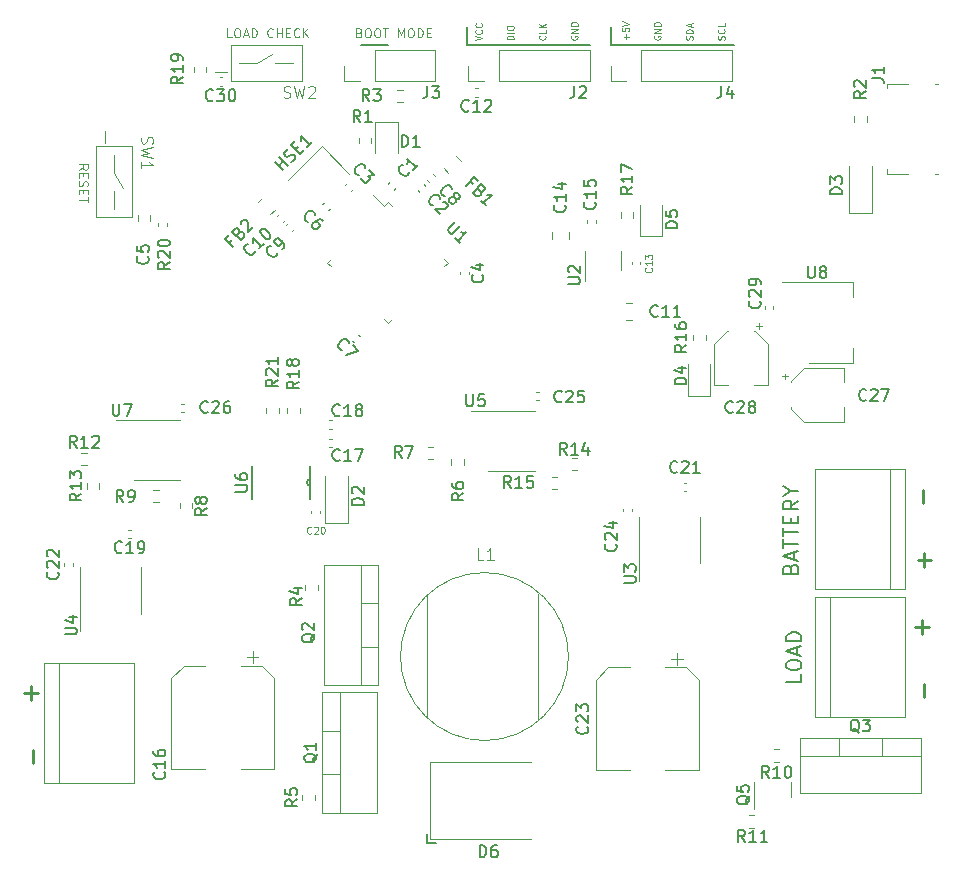
<source format=gbr>
%TF.GenerationSoftware,KiCad,Pcbnew,7.0.5*%
%TF.CreationDate,2024-05-08T14:59:28+07:00*%
%TF.ProjectId,Project232,50726f6a-6563-4743-9233-322e6b696361,rev?*%
%TF.SameCoordinates,Original*%
%TF.FileFunction,Legend,Top*%
%TF.FilePolarity,Positive*%
%FSLAX46Y46*%
G04 Gerber Fmt 4.6, Leading zero omitted, Abs format (unit mm)*
G04 Created by KiCad (PCBNEW 7.0.5) date 2024-05-08 14:59:28*
%MOMM*%
%LPD*%
G01*
G04 APERTURE LIST*
%ADD10C,0.150000*%
%ADD11C,0.076200*%
%ADD12C,0.254000*%
%ADD13C,0.101600*%
%ADD14C,0.177800*%
%ADD15C,0.100000*%
%ADD16C,0.120000*%
%ADD17C,0.152400*%
G04 APERTURE END LIST*
D10*
X132842000Y-67564000D02*
X143256000Y-67564000D01*
X132842000Y-67564000D02*
X132842000Y-66040000D01*
X145034000Y-67564000D02*
X155448000Y-67564000D01*
X123825000Y-67564000D02*
X126111000Y-67564000D01*
X129413000Y-135128000D02*
X129413000Y-134366000D01*
X145034000Y-67564000D02*
X145034000Y-66040000D01*
X130175000Y-135128000D02*
X129413000Y-135128000D01*
D11*
X146303762Y-67126821D02*
X146303762Y-66701069D01*
X146516638Y-66913945D02*
X146090886Y-66913945D01*
X145957838Y-66168878D02*
X145957838Y-66434973D01*
X145957838Y-66434973D02*
X146223933Y-66461582D01*
X146223933Y-66461582D02*
X146197324Y-66434973D01*
X146197324Y-66434973D02*
X146170714Y-66381754D01*
X146170714Y-66381754D02*
X146170714Y-66248706D01*
X146170714Y-66248706D02*
X146197324Y-66195487D01*
X146197324Y-66195487D02*
X146223933Y-66168878D01*
X146223933Y-66168878D02*
X146277152Y-66142268D01*
X146277152Y-66142268D02*
X146410200Y-66142268D01*
X146410200Y-66142268D02*
X146463419Y-66168878D01*
X146463419Y-66168878D02*
X146490029Y-66195487D01*
X146490029Y-66195487D02*
X146516638Y-66248706D01*
X146516638Y-66248706D02*
X146516638Y-66381754D01*
X146516638Y-66381754D02*
X146490029Y-66434973D01*
X146490029Y-66434973D02*
X146463419Y-66461582D01*
X145957838Y-65982611D02*
X146516638Y-65796345D01*
X146516638Y-65796345D02*
X145957838Y-65610078D01*
X148683452Y-66834116D02*
X148656842Y-66887335D01*
X148656842Y-66887335D02*
X148656842Y-66967164D01*
X148656842Y-66967164D02*
X148683452Y-67046992D01*
X148683452Y-67046992D02*
X148736671Y-67100211D01*
X148736671Y-67100211D02*
X148789890Y-67126821D01*
X148789890Y-67126821D02*
X148896328Y-67153430D01*
X148896328Y-67153430D02*
X148976156Y-67153430D01*
X148976156Y-67153430D02*
X149082594Y-67126821D01*
X149082594Y-67126821D02*
X149135813Y-67100211D01*
X149135813Y-67100211D02*
X149189033Y-67046992D01*
X149189033Y-67046992D02*
X149215642Y-66967164D01*
X149215642Y-66967164D02*
X149215642Y-66913945D01*
X149215642Y-66913945D02*
X149189033Y-66834116D01*
X149189033Y-66834116D02*
X149162423Y-66807507D01*
X149162423Y-66807507D02*
X148976156Y-66807507D01*
X148976156Y-66807507D02*
X148976156Y-66913945D01*
X149215642Y-66568021D02*
X148656842Y-66568021D01*
X148656842Y-66568021D02*
X149215642Y-66248707D01*
X149215642Y-66248707D02*
X148656842Y-66248707D01*
X149215642Y-65982611D02*
X148656842Y-65982611D01*
X148656842Y-65982611D02*
X148656842Y-65849563D01*
X148656842Y-65849563D02*
X148683452Y-65769735D01*
X148683452Y-65769735D02*
X148736671Y-65716516D01*
X148736671Y-65716516D02*
X148789890Y-65689906D01*
X148789890Y-65689906D02*
X148896328Y-65663297D01*
X148896328Y-65663297D02*
X148976156Y-65663297D01*
X148976156Y-65663297D02*
X149082594Y-65689906D01*
X149082594Y-65689906D02*
X149135813Y-65716516D01*
X149135813Y-65716516D02*
X149189033Y-65769735D01*
X149189033Y-65769735D02*
X149215642Y-65849563D01*
X149215642Y-65849563D02*
X149215642Y-65982611D01*
X151888037Y-67153430D02*
X151914646Y-67073602D01*
X151914646Y-67073602D02*
X151914646Y-66940554D01*
X151914646Y-66940554D02*
X151888037Y-66887335D01*
X151888037Y-66887335D02*
X151861427Y-66860726D01*
X151861427Y-66860726D02*
X151808208Y-66834116D01*
X151808208Y-66834116D02*
X151754989Y-66834116D01*
X151754989Y-66834116D02*
X151701770Y-66860726D01*
X151701770Y-66860726D02*
X151675160Y-66887335D01*
X151675160Y-66887335D02*
X151648551Y-66940554D01*
X151648551Y-66940554D02*
X151621941Y-67046992D01*
X151621941Y-67046992D02*
X151595332Y-67100211D01*
X151595332Y-67100211D02*
X151568722Y-67126821D01*
X151568722Y-67126821D02*
X151515503Y-67153430D01*
X151515503Y-67153430D02*
X151462284Y-67153430D01*
X151462284Y-67153430D02*
X151409065Y-67126821D01*
X151409065Y-67126821D02*
X151382456Y-67100211D01*
X151382456Y-67100211D02*
X151355846Y-67046992D01*
X151355846Y-67046992D02*
X151355846Y-66913945D01*
X151355846Y-66913945D02*
X151382456Y-66834116D01*
X151914646Y-66594631D02*
X151355846Y-66594631D01*
X151355846Y-66594631D02*
X151355846Y-66461583D01*
X151355846Y-66461583D02*
X151382456Y-66381755D01*
X151382456Y-66381755D02*
X151435675Y-66328536D01*
X151435675Y-66328536D02*
X151488894Y-66301926D01*
X151488894Y-66301926D02*
X151595332Y-66275317D01*
X151595332Y-66275317D02*
X151675160Y-66275317D01*
X151675160Y-66275317D02*
X151781598Y-66301926D01*
X151781598Y-66301926D02*
X151834817Y-66328536D01*
X151834817Y-66328536D02*
X151888037Y-66381755D01*
X151888037Y-66381755D02*
X151914646Y-66461583D01*
X151914646Y-66461583D02*
X151914646Y-66594631D01*
X151754989Y-66062440D02*
X151754989Y-65796345D01*
X151914646Y-66115659D02*
X151355846Y-65929393D01*
X151355846Y-65929393D02*
X151914646Y-65743126D01*
X154587041Y-67153430D02*
X154613650Y-67073602D01*
X154613650Y-67073602D02*
X154613650Y-66940554D01*
X154613650Y-66940554D02*
X154587041Y-66887335D01*
X154587041Y-66887335D02*
X154560431Y-66860726D01*
X154560431Y-66860726D02*
X154507212Y-66834116D01*
X154507212Y-66834116D02*
X154453993Y-66834116D01*
X154453993Y-66834116D02*
X154400774Y-66860726D01*
X154400774Y-66860726D02*
X154374164Y-66887335D01*
X154374164Y-66887335D02*
X154347555Y-66940554D01*
X154347555Y-66940554D02*
X154320945Y-67046992D01*
X154320945Y-67046992D02*
X154294336Y-67100211D01*
X154294336Y-67100211D02*
X154267726Y-67126821D01*
X154267726Y-67126821D02*
X154214507Y-67153430D01*
X154214507Y-67153430D02*
X154161288Y-67153430D01*
X154161288Y-67153430D02*
X154108069Y-67126821D01*
X154108069Y-67126821D02*
X154081460Y-67100211D01*
X154081460Y-67100211D02*
X154054850Y-67046992D01*
X154054850Y-67046992D02*
X154054850Y-66913945D01*
X154054850Y-66913945D02*
X154081460Y-66834116D01*
X154560431Y-66275317D02*
X154587041Y-66301926D01*
X154587041Y-66301926D02*
X154613650Y-66381755D01*
X154613650Y-66381755D02*
X154613650Y-66434974D01*
X154613650Y-66434974D02*
X154587041Y-66514802D01*
X154587041Y-66514802D02*
X154533821Y-66568021D01*
X154533821Y-66568021D02*
X154480602Y-66594631D01*
X154480602Y-66594631D02*
X154374164Y-66621240D01*
X154374164Y-66621240D02*
X154294336Y-66621240D01*
X154294336Y-66621240D02*
X154187898Y-66594631D01*
X154187898Y-66594631D02*
X154134679Y-66568021D01*
X154134679Y-66568021D02*
X154081460Y-66514802D01*
X154081460Y-66514802D02*
X154054850Y-66434974D01*
X154054850Y-66434974D02*
X154054850Y-66381755D01*
X154054850Y-66381755D02*
X154081460Y-66301926D01*
X154081460Y-66301926D02*
X154108069Y-66275317D01*
X154613650Y-65769736D02*
X154613650Y-66035831D01*
X154613650Y-66035831D02*
X154054850Y-66035831D01*
D12*
X96498036Y-122446288D02*
X95336894Y-122446288D01*
X95917465Y-121865716D02*
X95917465Y-123026859D01*
X170963962Y-111233712D02*
X172125105Y-111233712D01*
X171544533Y-111814283D02*
X171544533Y-110653140D01*
D13*
X123692270Y-66558318D02*
X123801127Y-66594604D01*
X123801127Y-66594604D02*
X123837413Y-66630890D01*
X123837413Y-66630890D02*
X123873699Y-66703461D01*
X123873699Y-66703461D02*
X123873699Y-66812318D01*
X123873699Y-66812318D02*
X123837413Y-66884890D01*
X123837413Y-66884890D02*
X123801127Y-66921176D01*
X123801127Y-66921176D02*
X123728556Y-66957461D01*
X123728556Y-66957461D02*
X123438270Y-66957461D01*
X123438270Y-66957461D02*
X123438270Y-66195461D01*
X123438270Y-66195461D02*
X123692270Y-66195461D01*
X123692270Y-66195461D02*
X123764842Y-66231747D01*
X123764842Y-66231747D02*
X123801127Y-66268033D01*
X123801127Y-66268033D02*
X123837413Y-66340604D01*
X123837413Y-66340604D02*
X123837413Y-66413176D01*
X123837413Y-66413176D02*
X123801127Y-66485747D01*
X123801127Y-66485747D02*
X123764842Y-66522033D01*
X123764842Y-66522033D02*
X123692270Y-66558318D01*
X123692270Y-66558318D02*
X123438270Y-66558318D01*
X124345413Y-66195461D02*
X124490556Y-66195461D01*
X124490556Y-66195461D02*
X124563127Y-66231747D01*
X124563127Y-66231747D02*
X124635699Y-66304318D01*
X124635699Y-66304318D02*
X124671984Y-66449461D01*
X124671984Y-66449461D02*
X124671984Y-66703461D01*
X124671984Y-66703461D02*
X124635699Y-66848604D01*
X124635699Y-66848604D02*
X124563127Y-66921176D01*
X124563127Y-66921176D02*
X124490556Y-66957461D01*
X124490556Y-66957461D02*
X124345413Y-66957461D01*
X124345413Y-66957461D02*
X124272842Y-66921176D01*
X124272842Y-66921176D02*
X124200270Y-66848604D01*
X124200270Y-66848604D02*
X124163984Y-66703461D01*
X124163984Y-66703461D02*
X124163984Y-66449461D01*
X124163984Y-66449461D02*
X124200270Y-66304318D01*
X124200270Y-66304318D02*
X124272842Y-66231747D01*
X124272842Y-66231747D02*
X124345413Y-66195461D01*
X125143699Y-66195461D02*
X125288842Y-66195461D01*
X125288842Y-66195461D02*
X125361413Y-66231747D01*
X125361413Y-66231747D02*
X125433985Y-66304318D01*
X125433985Y-66304318D02*
X125470270Y-66449461D01*
X125470270Y-66449461D02*
X125470270Y-66703461D01*
X125470270Y-66703461D02*
X125433985Y-66848604D01*
X125433985Y-66848604D02*
X125361413Y-66921176D01*
X125361413Y-66921176D02*
X125288842Y-66957461D01*
X125288842Y-66957461D02*
X125143699Y-66957461D01*
X125143699Y-66957461D02*
X125071128Y-66921176D01*
X125071128Y-66921176D02*
X124998556Y-66848604D01*
X124998556Y-66848604D02*
X124962270Y-66703461D01*
X124962270Y-66703461D02*
X124962270Y-66449461D01*
X124962270Y-66449461D02*
X124998556Y-66304318D01*
X124998556Y-66304318D02*
X125071128Y-66231747D01*
X125071128Y-66231747D02*
X125143699Y-66195461D01*
X125687985Y-66195461D02*
X126123414Y-66195461D01*
X125905699Y-66957461D02*
X125905699Y-66195461D01*
X126957984Y-66957461D02*
X126957984Y-66195461D01*
X126957984Y-66195461D02*
X127211984Y-66739747D01*
X127211984Y-66739747D02*
X127465984Y-66195461D01*
X127465984Y-66195461D02*
X127465984Y-66957461D01*
X127973984Y-66195461D02*
X128119127Y-66195461D01*
X128119127Y-66195461D02*
X128191698Y-66231747D01*
X128191698Y-66231747D02*
X128264270Y-66304318D01*
X128264270Y-66304318D02*
X128300555Y-66449461D01*
X128300555Y-66449461D02*
X128300555Y-66703461D01*
X128300555Y-66703461D02*
X128264270Y-66848604D01*
X128264270Y-66848604D02*
X128191698Y-66921176D01*
X128191698Y-66921176D02*
X128119127Y-66957461D01*
X128119127Y-66957461D02*
X127973984Y-66957461D01*
X127973984Y-66957461D02*
X127901413Y-66921176D01*
X127901413Y-66921176D02*
X127828841Y-66848604D01*
X127828841Y-66848604D02*
X127792555Y-66703461D01*
X127792555Y-66703461D02*
X127792555Y-66449461D01*
X127792555Y-66449461D02*
X127828841Y-66304318D01*
X127828841Y-66304318D02*
X127901413Y-66231747D01*
X127901413Y-66231747D02*
X127973984Y-66195461D01*
X128627127Y-66957461D02*
X128627127Y-66195461D01*
X128627127Y-66195461D02*
X128808556Y-66195461D01*
X128808556Y-66195461D02*
X128917413Y-66231747D01*
X128917413Y-66231747D02*
X128989984Y-66304318D01*
X128989984Y-66304318D02*
X129026270Y-66376890D01*
X129026270Y-66376890D02*
X129062556Y-66522033D01*
X129062556Y-66522033D02*
X129062556Y-66630890D01*
X129062556Y-66630890D02*
X129026270Y-66776033D01*
X129026270Y-66776033D02*
X128989984Y-66848604D01*
X128989984Y-66848604D02*
X128917413Y-66921176D01*
X128917413Y-66921176D02*
X128808556Y-66957461D01*
X128808556Y-66957461D02*
X128627127Y-66957461D01*
X129389127Y-66558318D02*
X129643127Y-66558318D01*
X129751984Y-66957461D02*
X129389127Y-66957461D01*
X129389127Y-66957461D02*
X129389127Y-66195461D01*
X129389127Y-66195461D02*
X129751984Y-66195461D01*
D12*
X96030288Y-127275962D02*
X96030288Y-128437105D01*
D11*
X133511838Y-67206649D02*
X134070638Y-67020383D01*
X134070638Y-67020383D02*
X133511838Y-66834116D01*
X134017419Y-66328536D02*
X134044029Y-66355145D01*
X134044029Y-66355145D02*
X134070638Y-66434974D01*
X134070638Y-66434974D02*
X134070638Y-66488193D01*
X134070638Y-66488193D02*
X134044029Y-66568021D01*
X134044029Y-66568021D02*
X133990809Y-66621240D01*
X133990809Y-66621240D02*
X133937590Y-66647850D01*
X133937590Y-66647850D02*
X133831152Y-66674459D01*
X133831152Y-66674459D02*
X133751324Y-66674459D01*
X133751324Y-66674459D02*
X133644886Y-66647850D01*
X133644886Y-66647850D02*
X133591667Y-66621240D01*
X133591667Y-66621240D02*
X133538448Y-66568021D01*
X133538448Y-66568021D02*
X133511838Y-66488193D01*
X133511838Y-66488193D02*
X133511838Y-66434974D01*
X133511838Y-66434974D02*
X133538448Y-66355145D01*
X133538448Y-66355145D02*
X133565057Y-66328536D01*
X134017419Y-65769736D02*
X134044029Y-65796345D01*
X134044029Y-65796345D02*
X134070638Y-65876174D01*
X134070638Y-65876174D02*
X134070638Y-65929393D01*
X134070638Y-65929393D02*
X134044029Y-66009221D01*
X134044029Y-66009221D02*
X133990809Y-66062440D01*
X133990809Y-66062440D02*
X133937590Y-66089050D01*
X133937590Y-66089050D02*
X133831152Y-66115659D01*
X133831152Y-66115659D02*
X133751324Y-66115659D01*
X133751324Y-66115659D02*
X133644886Y-66089050D01*
X133644886Y-66089050D02*
X133591667Y-66062440D01*
X133591667Y-66062440D02*
X133538448Y-66009221D01*
X133538448Y-66009221D02*
X133511838Y-65929393D01*
X133511838Y-65929393D02*
X133511838Y-65876174D01*
X133511838Y-65876174D02*
X133538448Y-65796345D01*
X133538448Y-65796345D02*
X133565057Y-65769736D01*
X136769642Y-67126821D02*
X136210842Y-67126821D01*
X136210842Y-67126821D02*
X136210842Y-66993773D01*
X136210842Y-66993773D02*
X136237452Y-66913945D01*
X136237452Y-66913945D02*
X136290671Y-66860726D01*
X136290671Y-66860726D02*
X136343890Y-66834116D01*
X136343890Y-66834116D02*
X136450328Y-66807507D01*
X136450328Y-66807507D02*
X136530156Y-66807507D01*
X136530156Y-66807507D02*
X136636594Y-66834116D01*
X136636594Y-66834116D02*
X136689813Y-66860726D01*
X136689813Y-66860726D02*
X136743033Y-66913945D01*
X136743033Y-66913945D02*
X136769642Y-66993773D01*
X136769642Y-66993773D02*
X136769642Y-67126821D01*
X136769642Y-66568021D02*
X136210842Y-66568021D01*
X136210842Y-66195488D02*
X136210842Y-66089050D01*
X136210842Y-66089050D02*
X136237452Y-66035831D01*
X136237452Y-66035831D02*
X136290671Y-65982612D01*
X136290671Y-65982612D02*
X136397109Y-65956002D01*
X136397109Y-65956002D02*
X136583375Y-65956002D01*
X136583375Y-65956002D02*
X136689813Y-65982612D01*
X136689813Y-65982612D02*
X136743033Y-66035831D01*
X136743033Y-66035831D02*
X136769642Y-66089050D01*
X136769642Y-66089050D02*
X136769642Y-66195488D01*
X136769642Y-66195488D02*
X136743033Y-66248707D01*
X136743033Y-66248707D02*
X136689813Y-66301926D01*
X136689813Y-66301926D02*
X136583375Y-66328535D01*
X136583375Y-66328535D02*
X136397109Y-66328535D01*
X136397109Y-66328535D02*
X136290671Y-66301926D01*
X136290671Y-66301926D02*
X136237452Y-66248707D01*
X136237452Y-66248707D02*
X136210842Y-66195488D01*
X139415427Y-66807507D02*
X139442037Y-66834116D01*
X139442037Y-66834116D02*
X139468646Y-66913945D01*
X139468646Y-66913945D02*
X139468646Y-66967164D01*
X139468646Y-66967164D02*
X139442037Y-67046992D01*
X139442037Y-67046992D02*
X139388817Y-67100211D01*
X139388817Y-67100211D02*
X139335598Y-67126821D01*
X139335598Y-67126821D02*
X139229160Y-67153430D01*
X139229160Y-67153430D02*
X139149332Y-67153430D01*
X139149332Y-67153430D02*
X139042894Y-67126821D01*
X139042894Y-67126821D02*
X138989675Y-67100211D01*
X138989675Y-67100211D02*
X138936456Y-67046992D01*
X138936456Y-67046992D02*
X138909846Y-66967164D01*
X138909846Y-66967164D02*
X138909846Y-66913945D01*
X138909846Y-66913945D02*
X138936456Y-66834116D01*
X138936456Y-66834116D02*
X138963065Y-66807507D01*
X139468646Y-66301926D02*
X139468646Y-66568021D01*
X139468646Y-66568021D02*
X138909846Y-66568021D01*
X139468646Y-66115659D02*
X138909846Y-66115659D01*
X139468646Y-65796345D02*
X139149332Y-66035830D01*
X138909846Y-65796345D02*
X139229160Y-66115659D01*
X141635460Y-66834116D02*
X141608850Y-66887335D01*
X141608850Y-66887335D02*
X141608850Y-66967164D01*
X141608850Y-66967164D02*
X141635460Y-67046992D01*
X141635460Y-67046992D02*
X141688679Y-67100211D01*
X141688679Y-67100211D02*
X141741898Y-67126821D01*
X141741898Y-67126821D02*
X141848336Y-67153430D01*
X141848336Y-67153430D02*
X141928164Y-67153430D01*
X141928164Y-67153430D02*
X142034602Y-67126821D01*
X142034602Y-67126821D02*
X142087821Y-67100211D01*
X142087821Y-67100211D02*
X142141041Y-67046992D01*
X142141041Y-67046992D02*
X142167650Y-66967164D01*
X142167650Y-66967164D02*
X142167650Y-66913945D01*
X142167650Y-66913945D02*
X142141041Y-66834116D01*
X142141041Y-66834116D02*
X142114431Y-66807507D01*
X142114431Y-66807507D02*
X141928164Y-66807507D01*
X141928164Y-66807507D02*
X141928164Y-66913945D01*
X142167650Y-66568021D02*
X141608850Y-66568021D01*
X141608850Y-66568021D02*
X142167650Y-66248707D01*
X142167650Y-66248707D02*
X141608850Y-66248707D01*
X142167650Y-65982611D02*
X141608850Y-65982611D01*
X141608850Y-65982611D02*
X141608850Y-65849563D01*
X141608850Y-65849563D02*
X141635460Y-65769735D01*
X141635460Y-65769735D02*
X141688679Y-65716516D01*
X141688679Y-65716516D02*
X141741898Y-65689906D01*
X141741898Y-65689906D02*
X141848336Y-65663297D01*
X141848336Y-65663297D02*
X141928164Y-65663297D01*
X141928164Y-65663297D02*
X142034602Y-65689906D01*
X142034602Y-65689906D02*
X142087821Y-65716516D01*
X142087821Y-65716516D02*
X142141041Y-65769735D01*
X142141041Y-65769735D02*
X142167650Y-65849563D01*
X142167650Y-65849563D02*
X142167650Y-65982611D01*
D12*
X171431712Y-106404037D02*
X171431712Y-105242895D01*
D14*
X160206092Y-111933312D02*
X160266568Y-111751884D01*
X160266568Y-111751884D02*
X160327044Y-111691407D01*
X160327044Y-111691407D02*
X160447996Y-111630931D01*
X160447996Y-111630931D02*
X160629425Y-111630931D01*
X160629425Y-111630931D02*
X160750377Y-111691407D01*
X160750377Y-111691407D02*
X160810854Y-111751884D01*
X160810854Y-111751884D02*
X160871330Y-111872836D01*
X160871330Y-111872836D02*
X160871330Y-112356646D01*
X160871330Y-112356646D02*
X159601330Y-112356646D01*
X159601330Y-112356646D02*
X159601330Y-111933312D01*
X159601330Y-111933312D02*
X159661806Y-111812360D01*
X159661806Y-111812360D02*
X159722282Y-111751884D01*
X159722282Y-111751884D02*
X159843234Y-111691407D01*
X159843234Y-111691407D02*
X159964187Y-111691407D01*
X159964187Y-111691407D02*
X160085139Y-111751884D01*
X160085139Y-111751884D02*
X160145615Y-111812360D01*
X160145615Y-111812360D02*
X160206092Y-111933312D01*
X160206092Y-111933312D02*
X160206092Y-112356646D01*
X160508473Y-111147122D02*
X160508473Y-110542360D01*
X160871330Y-111268074D02*
X159601330Y-110844741D01*
X159601330Y-110844741D02*
X160871330Y-110421407D01*
X159601330Y-110179503D02*
X159601330Y-109453789D01*
X160871330Y-109816646D02*
X159601330Y-109816646D01*
X159601330Y-109211884D02*
X159601330Y-108486170D01*
X160871330Y-108849027D02*
X159601330Y-108849027D01*
X160206092Y-108062837D02*
X160206092Y-107639503D01*
X160871330Y-107458075D02*
X160871330Y-108062837D01*
X160871330Y-108062837D02*
X159601330Y-108062837D01*
X159601330Y-108062837D02*
X159601330Y-107458075D01*
X160871330Y-106188074D02*
X160266568Y-106611408D01*
X160871330Y-106913789D02*
X159601330Y-106913789D01*
X159601330Y-106913789D02*
X159601330Y-106429979D01*
X159601330Y-106429979D02*
X159661806Y-106309027D01*
X159661806Y-106309027D02*
X159722282Y-106248550D01*
X159722282Y-106248550D02*
X159843234Y-106188074D01*
X159843234Y-106188074D02*
X160024663Y-106188074D01*
X160024663Y-106188074D02*
X160145615Y-106248550D01*
X160145615Y-106248550D02*
X160206092Y-106309027D01*
X160206092Y-106309027D02*
X160266568Y-106429979D01*
X160266568Y-106429979D02*
X160266568Y-106913789D01*
X160266568Y-105401884D02*
X160871330Y-105401884D01*
X159601330Y-105825217D02*
X160266568Y-105401884D01*
X160266568Y-105401884D02*
X159601330Y-104978550D01*
D12*
X171936036Y-116858288D02*
X170774894Y-116858288D01*
X171355465Y-116277716D02*
X171355465Y-117438859D01*
X171468288Y-121687962D02*
X171468288Y-122849105D01*
D13*
X112879127Y-66957461D02*
X112516270Y-66957461D01*
X112516270Y-66957461D02*
X112516270Y-66195461D01*
X113278270Y-66195461D02*
X113423413Y-66195461D01*
X113423413Y-66195461D02*
X113495984Y-66231747D01*
X113495984Y-66231747D02*
X113568556Y-66304318D01*
X113568556Y-66304318D02*
X113604841Y-66449461D01*
X113604841Y-66449461D02*
X113604841Y-66703461D01*
X113604841Y-66703461D02*
X113568556Y-66848604D01*
X113568556Y-66848604D02*
X113495984Y-66921176D01*
X113495984Y-66921176D02*
X113423413Y-66957461D01*
X113423413Y-66957461D02*
X113278270Y-66957461D01*
X113278270Y-66957461D02*
X113205699Y-66921176D01*
X113205699Y-66921176D02*
X113133127Y-66848604D01*
X113133127Y-66848604D02*
X113096841Y-66703461D01*
X113096841Y-66703461D02*
X113096841Y-66449461D01*
X113096841Y-66449461D02*
X113133127Y-66304318D01*
X113133127Y-66304318D02*
X113205699Y-66231747D01*
X113205699Y-66231747D02*
X113278270Y-66195461D01*
X113895127Y-66739747D02*
X114257985Y-66739747D01*
X113822556Y-66957461D02*
X114076556Y-66195461D01*
X114076556Y-66195461D02*
X114330556Y-66957461D01*
X114584556Y-66957461D02*
X114584556Y-66195461D01*
X114584556Y-66195461D02*
X114765985Y-66195461D01*
X114765985Y-66195461D02*
X114874842Y-66231747D01*
X114874842Y-66231747D02*
X114947413Y-66304318D01*
X114947413Y-66304318D02*
X114983699Y-66376890D01*
X114983699Y-66376890D02*
X115019985Y-66522033D01*
X115019985Y-66522033D02*
X115019985Y-66630890D01*
X115019985Y-66630890D02*
X114983699Y-66776033D01*
X114983699Y-66776033D02*
X114947413Y-66848604D01*
X114947413Y-66848604D02*
X114874842Y-66921176D01*
X114874842Y-66921176D02*
X114765985Y-66957461D01*
X114765985Y-66957461D02*
X114584556Y-66957461D01*
X116362556Y-66884890D02*
X116326270Y-66921176D01*
X116326270Y-66921176D02*
X116217413Y-66957461D01*
X116217413Y-66957461D02*
X116144841Y-66957461D01*
X116144841Y-66957461D02*
X116035984Y-66921176D01*
X116035984Y-66921176D02*
X115963413Y-66848604D01*
X115963413Y-66848604D02*
X115927127Y-66776033D01*
X115927127Y-66776033D02*
X115890841Y-66630890D01*
X115890841Y-66630890D02*
X115890841Y-66522033D01*
X115890841Y-66522033D02*
X115927127Y-66376890D01*
X115927127Y-66376890D02*
X115963413Y-66304318D01*
X115963413Y-66304318D02*
X116035984Y-66231747D01*
X116035984Y-66231747D02*
X116144841Y-66195461D01*
X116144841Y-66195461D02*
X116217413Y-66195461D01*
X116217413Y-66195461D02*
X116326270Y-66231747D01*
X116326270Y-66231747D02*
X116362556Y-66268033D01*
X116689127Y-66957461D02*
X116689127Y-66195461D01*
X116689127Y-66558318D02*
X117124556Y-66558318D01*
X117124556Y-66957461D02*
X117124556Y-66195461D01*
X117487413Y-66558318D02*
X117741413Y-66558318D01*
X117850270Y-66957461D02*
X117487413Y-66957461D01*
X117487413Y-66957461D02*
X117487413Y-66195461D01*
X117487413Y-66195461D02*
X117850270Y-66195461D01*
X118612271Y-66884890D02*
X118575985Y-66921176D01*
X118575985Y-66921176D02*
X118467128Y-66957461D01*
X118467128Y-66957461D02*
X118394556Y-66957461D01*
X118394556Y-66957461D02*
X118285699Y-66921176D01*
X118285699Y-66921176D02*
X118213128Y-66848604D01*
X118213128Y-66848604D02*
X118176842Y-66776033D01*
X118176842Y-66776033D02*
X118140556Y-66630890D01*
X118140556Y-66630890D02*
X118140556Y-66522033D01*
X118140556Y-66522033D02*
X118176842Y-66376890D01*
X118176842Y-66376890D02*
X118213128Y-66304318D01*
X118213128Y-66304318D02*
X118285699Y-66231747D01*
X118285699Y-66231747D02*
X118394556Y-66195461D01*
X118394556Y-66195461D02*
X118467128Y-66195461D01*
X118467128Y-66195461D02*
X118575985Y-66231747D01*
X118575985Y-66231747D02*
X118612271Y-66268033D01*
X118938842Y-66957461D02*
X118938842Y-66195461D01*
X119374271Y-66957461D02*
X119047699Y-66522033D01*
X119374271Y-66195461D02*
X118938842Y-66630890D01*
X99920538Y-78153699D02*
X100283395Y-77899699D01*
X99920538Y-77718270D02*
X100682538Y-77718270D01*
X100682538Y-77718270D02*
X100682538Y-78008556D01*
X100682538Y-78008556D02*
X100646252Y-78081127D01*
X100646252Y-78081127D02*
X100609966Y-78117413D01*
X100609966Y-78117413D02*
X100537395Y-78153699D01*
X100537395Y-78153699D02*
X100428538Y-78153699D01*
X100428538Y-78153699D02*
X100355966Y-78117413D01*
X100355966Y-78117413D02*
X100319681Y-78081127D01*
X100319681Y-78081127D02*
X100283395Y-78008556D01*
X100283395Y-78008556D02*
X100283395Y-77718270D01*
X100319681Y-78480270D02*
X100319681Y-78734270D01*
X99920538Y-78843127D02*
X99920538Y-78480270D01*
X99920538Y-78480270D02*
X100682538Y-78480270D01*
X100682538Y-78480270D02*
X100682538Y-78843127D01*
X99956824Y-79133413D02*
X99920538Y-79242271D01*
X99920538Y-79242271D02*
X99920538Y-79423699D01*
X99920538Y-79423699D02*
X99956824Y-79496271D01*
X99956824Y-79496271D02*
X99993109Y-79532556D01*
X99993109Y-79532556D02*
X100065681Y-79568842D01*
X100065681Y-79568842D02*
X100138252Y-79568842D01*
X100138252Y-79568842D02*
X100210824Y-79532556D01*
X100210824Y-79532556D02*
X100247109Y-79496271D01*
X100247109Y-79496271D02*
X100283395Y-79423699D01*
X100283395Y-79423699D02*
X100319681Y-79278556D01*
X100319681Y-79278556D02*
X100355966Y-79205985D01*
X100355966Y-79205985D02*
X100392252Y-79169699D01*
X100392252Y-79169699D02*
X100464824Y-79133413D01*
X100464824Y-79133413D02*
X100537395Y-79133413D01*
X100537395Y-79133413D02*
X100609966Y-79169699D01*
X100609966Y-79169699D02*
X100646252Y-79205985D01*
X100646252Y-79205985D02*
X100682538Y-79278556D01*
X100682538Y-79278556D02*
X100682538Y-79459985D01*
X100682538Y-79459985D02*
X100646252Y-79568842D01*
X100319681Y-79895413D02*
X100319681Y-80149413D01*
X99920538Y-80258270D02*
X99920538Y-79895413D01*
X99920538Y-79895413D02*
X100682538Y-79895413D01*
X100682538Y-79895413D02*
X100682538Y-80258270D01*
X100682538Y-80475985D02*
X100682538Y-80911414D01*
X99920538Y-80693699D02*
X100682538Y-80693699D01*
D14*
X161125330Y-120895884D02*
X161125330Y-121500646D01*
X161125330Y-121500646D02*
X159855330Y-121500646D01*
X159855330Y-120230646D02*
X159855330Y-119988741D01*
X159855330Y-119988741D02*
X159915806Y-119867789D01*
X159915806Y-119867789D02*
X160036758Y-119746836D01*
X160036758Y-119746836D02*
X160278663Y-119686360D01*
X160278663Y-119686360D02*
X160701996Y-119686360D01*
X160701996Y-119686360D02*
X160943901Y-119746836D01*
X160943901Y-119746836D02*
X161064854Y-119867789D01*
X161064854Y-119867789D02*
X161125330Y-119988741D01*
X161125330Y-119988741D02*
X161125330Y-120230646D01*
X161125330Y-120230646D02*
X161064854Y-120351598D01*
X161064854Y-120351598D02*
X160943901Y-120472551D01*
X160943901Y-120472551D02*
X160701996Y-120533027D01*
X160701996Y-120533027D02*
X160278663Y-120533027D01*
X160278663Y-120533027D02*
X160036758Y-120472551D01*
X160036758Y-120472551D02*
X159915806Y-120351598D01*
X159915806Y-120351598D02*
X159855330Y-120230646D01*
X160762473Y-119202551D02*
X160762473Y-118597789D01*
X161125330Y-119323503D02*
X159855330Y-118900170D01*
X159855330Y-118900170D02*
X161125330Y-118476836D01*
X161125330Y-118053504D02*
X159855330Y-118053504D01*
X159855330Y-118053504D02*
X159855330Y-117751123D01*
X159855330Y-117751123D02*
X159915806Y-117569694D01*
X159915806Y-117569694D02*
X160036758Y-117448742D01*
X160036758Y-117448742D02*
X160157711Y-117388265D01*
X160157711Y-117388265D02*
X160399615Y-117327789D01*
X160399615Y-117327789D02*
X160581044Y-117327789D01*
X160581044Y-117327789D02*
X160822949Y-117388265D01*
X160822949Y-117388265D02*
X160943901Y-117448742D01*
X160943901Y-117448742D02*
X161064854Y-117569694D01*
X161064854Y-117569694D02*
X161125330Y-117751123D01*
X161125330Y-117751123D02*
X161125330Y-118053504D01*
D10*
%TO.C,C25*%
X140835142Y-97768580D02*
X140787523Y-97816200D01*
X140787523Y-97816200D02*
X140644666Y-97863819D01*
X140644666Y-97863819D02*
X140549428Y-97863819D01*
X140549428Y-97863819D02*
X140406571Y-97816200D01*
X140406571Y-97816200D02*
X140311333Y-97720961D01*
X140311333Y-97720961D02*
X140263714Y-97625723D01*
X140263714Y-97625723D02*
X140216095Y-97435247D01*
X140216095Y-97435247D02*
X140216095Y-97292390D01*
X140216095Y-97292390D02*
X140263714Y-97101914D01*
X140263714Y-97101914D02*
X140311333Y-97006676D01*
X140311333Y-97006676D02*
X140406571Y-96911438D01*
X140406571Y-96911438D02*
X140549428Y-96863819D01*
X140549428Y-96863819D02*
X140644666Y-96863819D01*
X140644666Y-96863819D02*
X140787523Y-96911438D01*
X140787523Y-96911438D02*
X140835142Y-96959057D01*
X141216095Y-96959057D02*
X141263714Y-96911438D01*
X141263714Y-96911438D02*
X141358952Y-96863819D01*
X141358952Y-96863819D02*
X141597047Y-96863819D01*
X141597047Y-96863819D02*
X141692285Y-96911438D01*
X141692285Y-96911438D02*
X141739904Y-96959057D01*
X141739904Y-96959057D02*
X141787523Y-97054295D01*
X141787523Y-97054295D02*
X141787523Y-97149533D01*
X141787523Y-97149533D02*
X141739904Y-97292390D01*
X141739904Y-97292390D02*
X141168476Y-97863819D01*
X141168476Y-97863819D02*
X141787523Y-97863819D01*
X142692285Y-96863819D02*
X142216095Y-96863819D01*
X142216095Y-96863819D02*
X142168476Y-97340009D01*
X142168476Y-97340009D02*
X142216095Y-97292390D01*
X142216095Y-97292390D02*
X142311333Y-97244771D01*
X142311333Y-97244771D02*
X142549428Y-97244771D01*
X142549428Y-97244771D02*
X142644666Y-97292390D01*
X142644666Y-97292390D02*
X142692285Y-97340009D01*
X142692285Y-97340009D02*
X142739904Y-97435247D01*
X142739904Y-97435247D02*
X142739904Y-97673342D01*
X142739904Y-97673342D02*
X142692285Y-97768580D01*
X142692285Y-97768580D02*
X142644666Y-97816200D01*
X142644666Y-97816200D02*
X142549428Y-97863819D01*
X142549428Y-97863819D02*
X142311333Y-97863819D01*
X142311333Y-97863819D02*
X142216095Y-97816200D01*
X142216095Y-97816200D02*
X142168476Y-97768580D01*
%TO.C,C4*%
X134107580Y-87062666D02*
X134155200Y-87110285D01*
X134155200Y-87110285D02*
X134202819Y-87253142D01*
X134202819Y-87253142D02*
X134202819Y-87348380D01*
X134202819Y-87348380D02*
X134155200Y-87491237D01*
X134155200Y-87491237D02*
X134059961Y-87586475D01*
X134059961Y-87586475D02*
X133964723Y-87634094D01*
X133964723Y-87634094D02*
X133774247Y-87681713D01*
X133774247Y-87681713D02*
X133631390Y-87681713D01*
X133631390Y-87681713D02*
X133440914Y-87634094D01*
X133440914Y-87634094D02*
X133345676Y-87586475D01*
X133345676Y-87586475D02*
X133250438Y-87491237D01*
X133250438Y-87491237D02*
X133202819Y-87348380D01*
X133202819Y-87348380D02*
X133202819Y-87253142D01*
X133202819Y-87253142D02*
X133250438Y-87110285D01*
X133250438Y-87110285D02*
X133298057Y-87062666D01*
X133536152Y-86205523D02*
X134202819Y-86205523D01*
X133155200Y-86443618D02*
X133869485Y-86681713D01*
X133869485Y-86681713D02*
X133869485Y-86062666D01*
%TO.C,C3*%
X123629131Y-78619668D02*
X123561787Y-78619668D01*
X123561787Y-78619668D02*
X123427100Y-78552324D01*
X123427100Y-78552324D02*
X123359757Y-78484981D01*
X123359757Y-78484981D02*
X123292413Y-78350294D01*
X123292413Y-78350294D02*
X123292413Y-78215607D01*
X123292413Y-78215607D02*
X123326085Y-78114592D01*
X123326085Y-78114592D02*
X123427100Y-77946233D01*
X123427100Y-77946233D02*
X123528115Y-77845218D01*
X123528115Y-77845218D02*
X123696474Y-77744202D01*
X123696474Y-77744202D02*
X123797489Y-77710531D01*
X123797489Y-77710531D02*
X123932176Y-77710531D01*
X123932176Y-77710531D02*
X124066863Y-77777874D01*
X124066863Y-77777874D02*
X124134207Y-77845218D01*
X124134207Y-77845218D02*
X124201550Y-77979905D01*
X124201550Y-77979905D02*
X124201550Y-78047248D01*
X124504596Y-78215607D02*
X124942329Y-78653340D01*
X124942329Y-78653340D02*
X124437253Y-78687011D01*
X124437253Y-78687011D02*
X124538268Y-78788027D01*
X124538268Y-78788027D02*
X124571940Y-78889042D01*
X124571940Y-78889042D02*
X124571940Y-78956385D01*
X124571940Y-78956385D02*
X124538268Y-79057401D01*
X124538268Y-79057401D02*
X124369909Y-79225759D01*
X124369909Y-79225759D02*
X124268894Y-79259431D01*
X124268894Y-79259431D02*
X124201550Y-79259431D01*
X124201550Y-79259431D02*
X124100535Y-79225759D01*
X124100535Y-79225759D02*
X123898505Y-79023729D01*
X123898505Y-79023729D02*
X123864833Y-78922714D01*
X123864833Y-78922714D02*
X123864833Y-78855370D01*
%TO.C,C28*%
X155313142Y-98657580D02*
X155265523Y-98705200D01*
X155265523Y-98705200D02*
X155122666Y-98752819D01*
X155122666Y-98752819D02*
X155027428Y-98752819D01*
X155027428Y-98752819D02*
X154884571Y-98705200D01*
X154884571Y-98705200D02*
X154789333Y-98609961D01*
X154789333Y-98609961D02*
X154741714Y-98514723D01*
X154741714Y-98514723D02*
X154694095Y-98324247D01*
X154694095Y-98324247D02*
X154694095Y-98181390D01*
X154694095Y-98181390D02*
X154741714Y-97990914D01*
X154741714Y-97990914D02*
X154789333Y-97895676D01*
X154789333Y-97895676D02*
X154884571Y-97800438D01*
X154884571Y-97800438D02*
X155027428Y-97752819D01*
X155027428Y-97752819D02*
X155122666Y-97752819D01*
X155122666Y-97752819D02*
X155265523Y-97800438D01*
X155265523Y-97800438D02*
X155313142Y-97848057D01*
X155694095Y-97848057D02*
X155741714Y-97800438D01*
X155741714Y-97800438D02*
X155836952Y-97752819D01*
X155836952Y-97752819D02*
X156075047Y-97752819D01*
X156075047Y-97752819D02*
X156170285Y-97800438D01*
X156170285Y-97800438D02*
X156217904Y-97848057D01*
X156217904Y-97848057D02*
X156265523Y-97943295D01*
X156265523Y-97943295D02*
X156265523Y-98038533D01*
X156265523Y-98038533D02*
X156217904Y-98181390D01*
X156217904Y-98181390D02*
X155646476Y-98752819D01*
X155646476Y-98752819D02*
X156265523Y-98752819D01*
X156836952Y-98181390D02*
X156741714Y-98133771D01*
X156741714Y-98133771D02*
X156694095Y-98086152D01*
X156694095Y-98086152D02*
X156646476Y-97990914D01*
X156646476Y-97990914D02*
X156646476Y-97943295D01*
X156646476Y-97943295D02*
X156694095Y-97848057D01*
X156694095Y-97848057D02*
X156741714Y-97800438D01*
X156741714Y-97800438D02*
X156836952Y-97752819D01*
X156836952Y-97752819D02*
X157027428Y-97752819D01*
X157027428Y-97752819D02*
X157122666Y-97800438D01*
X157122666Y-97800438D02*
X157170285Y-97848057D01*
X157170285Y-97848057D02*
X157217904Y-97943295D01*
X157217904Y-97943295D02*
X157217904Y-97990914D01*
X157217904Y-97990914D02*
X157170285Y-98086152D01*
X157170285Y-98086152D02*
X157122666Y-98133771D01*
X157122666Y-98133771D02*
X157027428Y-98181390D01*
X157027428Y-98181390D02*
X156836952Y-98181390D01*
X156836952Y-98181390D02*
X156741714Y-98229009D01*
X156741714Y-98229009D02*
X156694095Y-98276628D01*
X156694095Y-98276628D02*
X156646476Y-98371866D01*
X156646476Y-98371866D02*
X156646476Y-98562342D01*
X156646476Y-98562342D02*
X156694095Y-98657580D01*
X156694095Y-98657580D02*
X156741714Y-98705200D01*
X156741714Y-98705200D02*
X156836952Y-98752819D01*
X156836952Y-98752819D02*
X157027428Y-98752819D01*
X157027428Y-98752819D02*
X157122666Y-98705200D01*
X157122666Y-98705200D02*
X157170285Y-98657580D01*
X157170285Y-98657580D02*
X157217904Y-98562342D01*
X157217904Y-98562342D02*
X157217904Y-98371866D01*
X157217904Y-98371866D02*
X157170285Y-98276628D01*
X157170285Y-98276628D02*
X157122666Y-98229009D01*
X157122666Y-98229009D02*
X157027428Y-98181390D01*
%TO.C,C15*%
X143615580Y-80906857D02*
X143663200Y-80954476D01*
X143663200Y-80954476D02*
X143710819Y-81097333D01*
X143710819Y-81097333D02*
X143710819Y-81192571D01*
X143710819Y-81192571D02*
X143663200Y-81335428D01*
X143663200Y-81335428D02*
X143567961Y-81430666D01*
X143567961Y-81430666D02*
X143472723Y-81478285D01*
X143472723Y-81478285D02*
X143282247Y-81525904D01*
X143282247Y-81525904D02*
X143139390Y-81525904D01*
X143139390Y-81525904D02*
X142948914Y-81478285D01*
X142948914Y-81478285D02*
X142853676Y-81430666D01*
X142853676Y-81430666D02*
X142758438Y-81335428D01*
X142758438Y-81335428D02*
X142710819Y-81192571D01*
X142710819Y-81192571D02*
X142710819Y-81097333D01*
X142710819Y-81097333D02*
X142758438Y-80954476D01*
X142758438Y-80954476D02*
X142806057Y-80906857D01*
X143710819Y-79954476D02*
X143710819Y-80525904D01*
X143710819Y-80240190D02*
X142710819Y-80240190D01*
X142710819Y-80240190D02*
X142853676Y-80335428D01*
X142853676Y-80335428D02*
X142948914Y-80430666D01*
X142948914Y-80430666D02*
X142996533Y-80525904D01*
X142710819Y-79049714D02*
X142710819Y-79525904D01*
X142710819Y-79525904D02*
X143187009Y-79573523D01*
X143187009Y-79573523D02*
X143139390Y-79525904D01*
X143139390Y-79525904D02*
X143091771Y-79430666D01*
X143091771Y-79430666D02*
X143091771Y-79192571D01*
X143091771Y-79192571D02*
X143139390Y-79097333D01*
X143139390Y-79097333D02*
X143187009Y-79049714D01*
X143187009Y-79049714D02*
X143282247Y-79002095D01*
X143282247Y-79002095D02*
X143520342Y-79002095D01*
X143520342Y-79002095D02*
X143615580Y-79049714D01*
X143615580Y-79049714D02*
X143663200Y-79097333D01*
X143663200Y-79097333D02*
X143710819Y-79192571D01*
X143710819Y-79192571D02*
X143710819Y-79430666D01*
X143710819Y-79430666D02*
X143663200Y-79525904D01*
X143663200Y-79525904D02*
X143615580Y-79573523D01*
%TO.C,U8*%
X161671095Y-86322819D02*
X161671095Y-87132342D01*
X161671095Y-87132342D02*
X161718714Y-87227580D01*
X161718714Y-87227580D02*
X161766333Y-87275200D01*
X161766333Y-87275200D02*
X161861571Y-87322819D01*
X161861571Y-87322819D02*
X162052047Y-87322819D01*
X162052047Y-87322819D02*
X162147285Y-87275200D01*
X162147285Y-87275200D02*
X162194904Y-87227580D01*
X162194904Y-87227580D02*
X162242523Y-87132342D01*
X162242523Y-87132342D02*
X162242523Y-86322819D01*
X162861571Y-86751390D02*
X162766333Y-86703771D01*
X162766333Y-86703771D02*
X162718714Y-86656152D01*
X162718714Y-86656152D02*
X162671095Y-86560914D01*
X162671095Y-86560914D02*
X162671095Y-86513295D01*
X162671095Y-86513295D02*
X162718714Y-86418057D01*
X162718714Y-86418057D02*
X162766333Y-86370438D01*
X162766333Y-86370438D02*
X162861571Y-86322819D01*
X162861571Y-86322819D02*
X163052047Y-86322819D01*
X163052047Y-86322819D02*
X163147285Y-86370438D01*
X163147285Y-86370438D02*
X163194904Y-86418057D01*
X163194904Y-86418057D02*
X163242523Y-86513295D01*
X163242523Y-86513295D02*
X163242523Y-86560914D01*
X163242523Y-86560914D02*
X163194904Y-86656152D01*
X163194904Y-86656152D02*
X163147285Y-86703771D01*
X163147285Y-86703771D02*
X163052047Y-86751390D01*
X163052047Y-86751390D02*
X162861571Y-86751390D01*
X162861571Y-86751390D02*
X162766333Y-86799009D01*
X162766333Y-86799009D02*
X162718714Y-86846628D01*
X162718714Y-86846628D02*
X162671095Y-86941866D01*
X162671095Y-86941866D02*
X162671095Y-87132342D01*
X162671095Y-87132342D02*
X162718714Y-87227580D01*
X162718714Y-87227580D02*
X162766333Y-87275200D01*
X162766333Y-87275200D02*
X162861571Y-87322819D01*
X162861571Y-87322819D02*
X163052047Y-87322819D01*
X163052047Y-87322819D02*
X163147285Y-87275200D01*
X163147285Y-87275200D02*
X163194904Y-87227580D01*
X163194904Y-87227580D02*
X163242523Y-87132342D01*
X163242523Y-87132342D02*
X163242523Y-86941866D01*
X163242523Y-86941866D02*
X163194904Y-86846628D01*
X163194904Y-86846628D02*
X163147285Y-86799009D01*
X163147285Y-86799009D02*
X163052047Y-86751390D01*
D15*
%TO.C,C20*%
X119629285Y-108927228D02*
X119600713Y-108955800D01*
X119600713Y-108955800D02*
X119514999Y-108984371D01*
X119514999Y-108984371D02*
X119457856Y-108984371D01*
X119457856Y-108984371D02*
X119372142Y-108955800D01*
X119372142Y-108955800D02*
X119314999Y-108898657D01*
X119314999Y-108898657D02*
X119286428Y-108841514D01*
X119286428Y-108841514D02*
X119257856Y-108727228D01*
X119257856Y-108727228D02*
X119257856Y-108641514D01*
X119257856Y-108641514D02*
X119286428Y-108527228D01*
X119286428Y-108527228D02*
X119314999Y-108470085D01*
X119314999Y-108470085D02*
X119372142Y-108412942D01*
X119372142Y-108412942D02*
X119457856Y-108384371D01*
X119457856Y-108384371D02*
X119514999Y-108384371D01*
X119514999Y-108384371D02*
X119600713Y-108412942D01*
X119600713Y-108412942D02*
X119629285Y-108441514D01*
X119857856Y-108441514D02*
X119886428Y-108412942D01*
X119886428Y-108412942D02*
X119943571Y-108384371D01*
X119943571Y-108384371D02*
X120086428Y-108384371D01*
X120086428Y-108384371D02*
X120143571Y-108412942D01*
X120143571Y-108412942D02*
X120172142Y-108441514D01*
X120172142Y-108441514D02*
X120200713Y-108498657D01*
X120200713Y-108498657D02*
X120200713Y-108555800D01*
X120200713Y-108555800D02*
X120172142Y-108641514D01*
X120172142Y-108641514D02*
X119829285Y-108984371D01*
X119829285Y-108984371D02*
X120200713Y-108984371D01*
X120572142Y-108384371D02*
X120629285Y-108384371D01*
X120629285Y-108384371D02*
X120686428Y-108412942D01*
X120686428Y-108412942D02*
X120715000Y-108441514D01*
X120715000Y-108441514D02*
X120743571Y-108498657D01*
X120743571Y-108498657D02*
X120772142Y-108612942D01*
X120772142Y-108612942D02*
X120772142Y-108755800D01*
X120772142Y-108755800D02*
X120743571Y-108870085D01*
X120743571Y-108870085D02*
X120715000Y-108927228D01*
X120715000Y-108927228D02*
X120686428Y-108955800D01*
X120686428Y-108955800D02*
X120629285Y-108984371D01*
X120629285Y-108984371D02*
X120572142Y-108984371D01*
X120572142Y-108984371D02*
X120515000Y-108955800D01*
X120515000Y-108955800D02*
X120486428Y-108927228D01*
X120486428Y-108927228D02*
X120457857Y-108870085D01*
X120457857Y-108870085D02*
X120429285Y-108755800D01*
X120429285Y-108755800D02*
X120429285Y-108612942D01*
X120429285Y-108612942D02*
X120457857Y-108498657D01*
X120457857Y-108498657D02*
X120486428Y-108441514D01*
X120486428Y-108441514D02*
X120515000Y-108412942D01*
X120515000Y-108412942D02*
X120572142Y-108384371D01*
D10*
%TO.C,R11*%
X156329142Y-135074819D02*
X155995809Y-134598628D01*
X155757714Y-135074819D02*
X155757714Y-134074819D01*
X155757714Y-134074819D02*
X156138666Y-134074819D01*
X156138666Y-134074819D02*
X156233904Y-134122438D01*
X156233904Y-134122438D02*
X156281523Y-134170057D01*
X156281523Y-134170057D02*
X156329142Y-134265295D01*
X156329142Y-134265295D02*
X156329142Y-134408152D01*
X156329142Y-134408152D02*
X156281523Y-134503390D01*
X156281523Y-134503390D02*
X156233904Y-134551009D01*
X156233904Y-134551009D02*
X156138666Y-134598628D01*
X156138666Y-134598628D02*
X155757714Y-134598628D01*
X157281523Y-135074819D02*
X156710095Y-135074819D01*
X156995809Y-135074819D02*
X156995809Y-134074819D01*
X156995809Y-134074819D02*
X156900571Y-134217676D01*
X156900571Y-134217676D02*
X156805333Y-134312914D01*
X156805333Y-134312914D02*
X156710095Y-134360533D01*
X158233904Y-135074819D02*
X157662476Y-135074819D01*
X157948190Y-135074819D02*
X157948190Y-134074819D01*
X157948190Y-134074819D02*
X157852952Y-134217676D01*
X157852952Y-134217676D02*
X157757714Y-134312914D01*
X157757714Y-134312914D02*
X157662476Y-134360533D01*
%TO.C,J4*%
X154352666Y-71082819D02*
X154352666Y-71797104D01*
X154352666Y-71797104D02*
X154305047Y-71939961D01*
X154305047Y-71939961D02*
X154209809Y-72035200D01*
X154209809Y-72035200D02*
X154066952Y-72082819D01*
X154066952Y-72082819D02*
X153971714Y-72082819D01*
X155257428Y-71416152D02*
X155257428Y-72082819D01*
X155019333Y-71035200D02*
X154781238Y-71749485D01*
X154781238Y-71749485D02*
X155400285Y-71749485D01*
%TO.C,U7*%
X102796895Y-97981419D02*
X102796895Y-98790942D01*
X102796895Y-98790942D02*
X102844514Y-98886180D01*
X102844514Y-98886180D02*
X102892133Y-98933800D01*
X102892133Y-98933800D02*
X102987371Y-98981419D01*
X102987371Y-98981419D02*
X103177847Y-98981419D01*
X103177847Y-98981419D02*
X103273085Y-98933800D01*
X103273085Y-98933800D02*
X103320704Y-98886180D01*
X103320704Y-98886180D02*
X103368323Y-98790942D01*
X103368323Y-98790942D02*
X103368323Y-97981419D01*
X103749276Y-97981419D02*
X104415942Y-97981419D01*
X104415942Y-97981419D02*
X103987371Y-98981419D01*
%TO.C,R1*%
X123785333Y-74114819D02*
X123452000Y-73638628D01*
X123213905Y-74114819D02*
X123213905Y-73114819D01*
X123213905Y-73114819D02*
X123594857Y-73114819D01*
X123594857Y-73114819D02*
X123690095Y-73162438D01*
X123690095Y-73162438D02*
X123737714Y-73210057D01*
X123737714Y-73210057D02*
X123785333Y-73305295D01*
X123785333Y-73305295D02*
X123785333Y-73448152D01*
X123785333Y-73448152D02*
X123737714Y-73543390D01*
X123737714Y-73543390D02*
X123690095Y-73591009D01*
X123690095Y-73591009D02*
X123594857Y-73638628D01*
X123594857Y-73638628D02*
X123213905Y-73638628D01*
X124737714Y-74114819D02*
X124166286Y-74114819D01*
X124452000Y-74114819D02*
X124452000Y-73114819D01*
X124452000Y-73114819D02*
X124356762Y-73257676D01*
X124356762Y-73257676D02*
X124261524Y-73352914D01*
X124261524Y-73352914D02*
X124166286Y-73400533D01*
%TO.C,C29*%
X157585580Y-89288857D02*
X157633200Y-89336476D01*
X157633200Y-89336476D02*
X157680819Y-89479333D01*
X157680819Y-89479333D02*
X157680819Y-89574571D01*
X157680819Y-89574571D02*
X157633200Y-89717428D01*
X157633200Y-89717428D02*
X157537961Y-89812666D01*
X157537961Y-89812666D02*
X157442723Y-89860285D01*
X157442723Y-89860285D02*
X157252247Y-89907904D01*
X157252247Y-89907904D02*
X157109390Y-89907904D01*
X157109390Y-89907904D02*
X156918914Y-89860285D01*
X156918914Y-89860285D02*
X156823676Y-89812666D01*
X156823676Y-89812666D02*
X156728438Y-89717428D01*
X156728438Y-89717428D02*
X156680819Y-89574571D01*
X156680819Y-89574571D02*
X156680819Y-89479333D01*
X156680819Y-89479333D02*
X156728438Y-89336476D01*
X156728438Y-89336476D02*
X156776057Y-89288857D01*
X156776057Y-88907904D02*
X156728438Y-88860285D01*
X156728438Y-88860285D02*
X156680819Y-88765047D01*
X156680819Y-88765047D02*
X156680819Y-88526952D01*
X156680819Y-88526952D02*
X156728438Y-88431714D01*
X156728438Y-88431714D02*
X156776057Y-88384095D01*
X156776057Y-88384095D02*
X156871295Y-88336476D01*
X156871295Y-88336476D02*
X156966533Y-88336476D01*
X156966533Y-88336476D02*
X157109390Y-88384095D01*
X157109390Y-88384095D02*
X157680819Y-88955523D01*
X157680819Y-88955523D02*
X157680819Y-88336476D01*
X157680819Y-87860285D02*
X157680819Y-87669809D01*
X157680819Y-87669809D02*
X157633200Y-87574571D01*
X157633200Y-87574571D02*
X157585580Y-87526952D01*
X157585580Y-87526952D02*
X157442723Y-87431714D01*
X157442723Y-87431714D02*
X157252247Y-87384095D01*
X157252247Y-87384095D02*
X156871295Y-87384095D01*
X156871295Y-87384095D02*
X156776057Y-87431714D01*
X156776057Y-87431714D02*
X156728438Y-87479333D01*
X156728438Y-87479333D02*
X156680819Y-87574571D01*
X156680819Y-87574571D02*
X156680819Y-87765047D01*
X156680819Y-87765047D02*
X156728438Y-87860285D01*
X156728438Y-87860285D02*
X156776057Y-87907904D01*
X156776057Y-87907904D02*
X156871295Y-87955523D01*
X156871295Y-87955523D02*
X157109390Y-87955523D01*
X157109390Y-87955523D02*
X157204628Y-87907904D01*
X157204628Y-87907904D02*
X157252247Y-87860285D01*
X157252247Y-87860285D02*
X157299866Y-87765047D01*
X157299866Y-87765047D02*
X157299866Y-87574571D01*
X157299866Y-87574571D02*
X157252247Y-87479333D01*
X157252247Y-87479333D02*
X157204628Y-87431714D01*
X157204628Y-87431714D02*
X157109390Y-87384095D01*
%TO.C,R5*%
X118437819Y-131484666D02*
X117961628Y-131817999D01*
X118437819Y-132056094D02*
X117437819Y-132056094D01*
X117437819Y-132056094D02*
X117437819Y-131675142D01*
X117437819Y-131675142D02*
X117485438Y-131579904D01*
X117485438Y-131579904D02*
X117533057Y-131532285D01*
X117533057Y-131532285D02*
X117628295Y-131484666D01*
X117628295Y-131484666D02*
X117771152Y-131484666D01*
X117771152Y-131484666D02*
X117866390Y-131532285D01*
X117866390Y-131532285D02*
X117914009Y-131579904D01*
X117914009Y-131579904D02*
X117961628Y-131675142D01*
X117961628Y-131675142D02*
X117961628Y-132056094D01*
X117437819Y-130579904D02*
X117437819Y-131056094D01*
X117437819Y-131056094D02*
X117914009Y-131103713D01*
X117914009Y-131103713D02*
X117866390Y-131056094D01*
X117866390Y-131056094D02*
X117818771Y-130960856D01*
X117818771Y-130960856D02*
X117818771Y-130722761D01*
X117818771Y-130722761D02*
X117866390Y-130627523D01*
X117866390Y-130627523D02*
X117914009Y-130579904D01*
X117914009Y-130579904D02*
X118009247Y-130532285D01*
X118009247Y-130532285D02*
X118247342Y-130532285D01*
X118247342Y-130532285D02*
X118342580Y-130579904D01*
X118342580Y-130579904D02*
X118390200Y-130627523D01*
X118390200Y-130627523D02*
X118437819Y-130722761D01*
X118437819Y-130722761D02*
X118437819Y-130960856D01*
X118437819Y-130960856D02*
X118390200Y-131056094D01*
X118390200Y-131056094D02*
X118342580Y-131103713D01*
%TO.C,FB1*%
X133317527Y-79371960D02*
X133081825Y-79136258D01*
X132711436Y-79506647D02*
X133418543Y-78799540D01*
X133418543Y-78799540D02*
X133755260Y-79136258D01*
X133923619Y-79978052D02*
X133990963Y-80112739D01*
X133990963Y-80112739D02*
X133990963Y-80180082D01*
X133990963Y-80180082D02*
X133957291Y-80281098D01*
X133957291Y-80281098D02*
X133856276Y-80382113D01*
X133856276Y-80382113D02*
X133755260Y-80415785D01*
X133755260Y-80415785D02*
X133687917Y-80415785D01*
X133687917Y-80415785D02*
X133586902Y-80382113D01*
X133586902Y-80382113D02*
X133317528Y-80112739D01*
X133317528Y-80112739D02*
X134024634Y-79405632D01*
X134024634Y-79405632D02*
X134260337Y-79641334D01*
X134260337Y-79641334D02*
X134294008Y-79742350D01*
X134294008Y-79742350D02*
X134294008Y-79809693D01*
X134294008Y-79809693D02*
X134260337Y-79910708D01*
X134260337Y-79910708D02*
X134192993Y-79978052D01*
X134192993Y-79978052D02*
X134091978Y-80011724D01*
X134091978Y-80011724D02*
X134024634Y-80011724D01*
X134024634Y-80011724D02*
X133923619Y-79978052D01*
X133923619Y-79978052D02*
X133687917Y-79742350D01*
X134395024Y-81190235D02*
X133990963Y-80786174D01*
X134192993Y-80988204D02*
X134900100Y-80281098D01*
X134900100Y-80281098D02*
X134731741Y-80314769D01*
X134731741Y-80314769D02*
X134597054Y-80314769D01*
X134597054Y-80314769D02*
X134496039Y-80281098D01*
%TO.C,C18*%
X122039142Y-98927980D02*
X121991523Y-98975600D01*
X121991523Y-98975600D02*
X121848666Y-99023219D01*
X121848666Y-99023219D02*
X121753428Y-99023219D01*
X121753428Y-99023219D02*
X121610571Y-98975600D01*
X121610571Y-98975600D02*
X121515333Y-98880361D01*
X121515333Y-98880361D02*
X121467714Y-98785123D01*
X121467714Y-98785123D02*
X121420095Y-98594647D01*
X121420095Y-98594647D02*
X121420095Y-98451790D01*
X121420095Y-98451790D02*
X121467714Y-98261314D01*
X121467714Y-98261314D02*
X121515333Y-98166076D01*
X121515333Y-98166076D02*
X121610571Y-98070838D01*
X121610571Y-98070838D02*
X121753428Y-98023219D01*
X121753428Y-98023219D02*
X121848666Y-98023219D01*
X121848666Y-98023219D02*
X121991523Y-98070838D01*
X121991523Y-98070838D02*
X122039142Y-98118457D01*
X122991523Y-99023219D02*
X122420095Y-99023219D01*
X122705809Y-99023219D02*
X122705809Y-98023219D01*
X122705809Y-98023219D02*
X122610571Y-98166076D01*
X122610571Y-98166076D02*
X122515333Y-98261314D01*
X122515333Y-98261314D02*
X122420095Y-98308933D01*
X123562952Y-98451790D02*
X123467714Y-98404171D01*
X123467714Y-98404171D02*
X123420095Y-98356552D01*
X123420095Y-98356552D02*
X123372476Y-98261314D01*
X123372476Y-98261314D02*
X123372476Y-98213695D01*
X123372476Y-98213695D02*
X123420095Y-98118457D01*
X123420095Y-98118457D02*
X123467714Y-98070838D01*
X123467714Y-98070838D02*
X123562952Y-98023219D01*
X123562952Y-98023219D02*
X123753428Y-98023219D01*
X123753428Y-98023219D02*
X123848666Y-98070838D01*
X123848666Y-98070838D02*
X123896285Y-98118457D01*
X123896285Y-98118457D02*
X123943904Y-98213695D01*
X123943904Y-98213695D02*
X123943904Y-98261314D01*
X123943904Y-98261314D02*
X123896285Y-98356552D01*
X123896285Y-98356552D02*
X123848666Y-98404171D01*
X123848666Y-98404171D02*
X123753428Y-98451790D01*
X123753428Y-98451790D02*
X123562952Y-98451790D01*
X123562952Y-98451790D02*
X123467714Y-98499409D01*
X123467714Y-98499409D02*
X123420095Y-98547028D01*
X123420095Y-98547028D02*
X123372476Y-98642266D01*
X123372476Y-98642266D02*
X123372476Y-98832742D01*
X123372476Y-98832742D02*
X123420095Y-98927980D01*
X123420095Y-98927980D02*
X123467714Y-98975600D01*
X123467714Y-98975600D02*
X123562952Y-99023219D01*
X123562952Y-99023219D02*
X123753428Y-99023219D01*
X123753428Y-99023219D02*
X123848666Y-98975600D01*
X123848666Y-98975600D02*
X123896285Y-98927980D01*
X123896285Y-98927980D02*
X123943904Y-98832742D01*
X123943904Y-98832742D02*
X123943904Y-98642266D01*
X123943904Y-98642266D02*
X123896285Y-98547028D01*
X123896285Y-98547028D02*
X123848666Y-98499409D01*
X123848666Y-98499409D02*
X123753428Y-98451790D01*
%TO.C,R21*%
X116786818Y-95943657D02*
X116310627Y-96276990D01*
X116786818Y-96515085D02*
X115786818Y-96515085D01*
X115786818Y-96515085D02*
X115786818Y-96134133D01*
X115786818Y-96134133D02*
X115834437Y-96038895D01*
X115834437Y-96038895D02*
X115882056Y-95991276D01*
X115882056Y-95991276D02*
X115977294Y-95943657D01*
X115977294Y-95943657D02*
X116120151Y-95943657D01*
X116120151Y-95943657D02*
X116215389Y-95991276D01*
X116215389Y-95991276D02*
X116263008Y-96038895D01*
X116263008Y-96038895D02*
X116310627Y-96134133D01*
X116310627Y-96134133D02*
X116310627Y-96515085D01*
X115882056Y-95562704D02*
X115834437Y-95515085D01*
X115834437Y-95515085D02*
X115786818Y-95419847D01*
X115786818Y-95419847D02*
X115786818Y-95181752D01*
X115786818Y-95181752D02*
X115834437Y-95086514D01*
X115834437Y-95086514D02*
X115882056Y-95038895D01*
X115882056Y-95038895D02*
X115977294Y-94991276D01*
X115977294Y-94991276D02*
X116072532Y-94991276D01*
X116072532Y-94991276D02*
X116215389Y-95038895D01*
X116215389Y-95038895D02*
X116786818Y-95610323D01*
X116786818Y-95610323D02*
X116786818Y-94991276D01*
X116786818Y-94038895D02*
X116786818Y-94610323D01*
X116786818Y-94324609D02*
X115786818Y-94324609D01*
X115786818Y-94324609D02*
X115929675Y-94419847D01*
X115929675Y-94419847D02*
X116024913Y-94515085D01*
X116024913Y-94515085D02*
X116072532Y-94610323D01*
%TO.C,C5*%
X105769580Y-85510666D02*
X105817200Y-85558285D01*
X105817200Y-85558285D02*
X105864819Y-85701142D01*
X105864819Y-85701142D02*
X105864819Y-85796380D01*
X105864819Y-85796380D02*
X105817200Y-85939237D01*
X105817200Y-85939237D02*
X105721961Y-86034475D01*
X105721961Y-86034475D02*
X105626723Y-86082094D01*
X105626723Y-86082094D02*
X105436247Y-86129713D01*
X105436247Y-86129713D02*
X105293390Y-86129713D01*
X105293390Y-86129713D02*
X105102914Y-86082094D01*
X105102914Y-86082094D02*
X105007676Y-86034475D01*
X105007676Y-86034475D02*
X104912438Y-85939237D01*
X104912438Y-85939237D02*
X104864819Y-85796380D01*
X104864819Y-85796380D02*
X104864819Y-85701142D01*
X104864819Y-85701142D02*
X104912438Y-85558285D01*
X104912438Y-85558285D02*
X104960057Y-85510666D01*
X104864819Y-84605904D02*
X104864819Y-85082094D01*
X104864819Y-85082094D02*
X105341009Y-85129713D01*
X105341009Y-85129713D02*
X105293390Y-85082094D01*
X105293390Y-85082094D02*
X105245771Y-84986856D01*
X105245771Y-84986856D02*
X105245771Y-84748761D01*
X105245771Y-84748761D02*
X105293390Y-84653523D01*
X105293390Y-84653523D02*
X105341009Y-84605904D01*
X105341009Y-84605904D02*
X105436247Y-84558285D01*
X105436247Y-84558285D02*
X105674342Y-84558285D01*
X105674342Y-84558285D02*
X105769580Y-84605904D01*
X105769580Y-84605904D02*
X105817200Y-84653523D01*
X105817200Y-84653523D02*
X105864819Y-84748761D01*
X105864819Y-84748761D02*
X105864819Y-84986856D01*
X105864819Y-84986856D02*
X105817200Y-85082094D01*
X105817200Y-85082094D02*
X105769580Y-85129713D01*
%TO.C,C2*%
X129955287Y-81187811D02*
X129887943Y-81187811D01*
X129887943Y-81187811D02*
X129753256Y-81120467D01*
X129753256Y-81120467D02*
X129685913Y-81053124D01*
X129685913Y-81053124D02*
X129618569Y-80918437D01*
X129618569Y-80918437D02*
X129618569Y-80783750D01*
X129618569Y-80783750D02*
X129652241Y-80682735D01*
X129652241Y-80682735D02*
X129753256Y-80514376D01*
X129753256Y-80514376D02*
X129854271Y-80413361D01*
X129854271Y-80413361D02*
X130022630Y-80312345D01*
X130022630Y-80312345D02*
X130123645Y-80278674D01*
X130123645Y-80278674D02*
X130258332Y-80278674D01*
X130258332Y-80278674D02*
X130393019Y-80346017D01*
X130393019Y-80346017D02*
X130460363Y-80413361D01*
X130460363Y-80413361D02*
X130527706Y-80548048D01*
X130527706Y-80548048D02*
X130527706Y-80615391D01*
X130797080Y-80884765D02*
X130864424Y-80884765D01*
X130864424Y-80884765D02*
X130965439Y-80918437D01*
X130965439Y-80918437D02*
X131133798Y-81086796D01*
X131133798Y-81086796D02*
X131167470Y-81187811D01*
X131167470Y-81187811D02*
X131167470Y-81255154D01*
X131167470Y-81255154D02*
X131133798Y-81356170D01*
X131133798Y-81356170D02*
X131066454Y-81423513D01*
X131066454Y-81423513D02*
X130931767Y-81490857D01*
X130931767Y-81490857D02*
X130123645Y-81490857D01*
X130123645Y-81490857D02*
X130561378Y-81928589D01*
%TO.C,C19*%
X103598742Y-110536379D02*
X103551123Y-110583999D01*
X103551123Y-110583999D02*
X103408266Y-110631618D01*
X103408266Y-110631618D02*
X103313028Y-110631618D01*
X103313028Y-110631618D02*
X103170171Y-110583999D01*
X103170171Y-110583999D02*
X103074933Y-110488760D01*
X103074933Y-110488760D02*
X103027314Y-110393522D01*
X103027314Y-110393522D02*
X102979695Y-110203046D01*
X102979695Y-110203046D02*
X102979695Y-110060189D01*
X102979695Y-110060189D02*
X103027314Y-109869713D01*
X103027314Y-109869713D02*
X103074933Y-109774475D01*
X103074933Y-109774475D02*
X103170171Y-109679237D01*
X103170171Y-109679237D02*
X103313028Y-109631618D01*
X103313028Y-109631618D02*
X103408266Y-109631618D01*
X103408266Y-109631618D02*
X103551123Y-109679237D01*
X103551123Y-109679237D02*
X103598742Y-109726856D01*
X104551123Y-110631618D02*
X103979695Y-110631618D01*
X104265409Y-110631618D02*
X104265409Y-109631618D01*
X104265409Y-109631618D02*
X104170171Y-109774475D01*
X104170171Y-109774475D02*
X104074933Y-109869713D01*
X104074933Y-109869713D02*
X103979695Y-109917332D01*
X105027314Y-110631618D02*
X105217790Y-110631618D01*
X105217790Y-110631618D02*
X105313028Y-110583999D01*
X105313028Y-110583999D02*
X105360647Y-110536379D01*
X105360647Y-110536379D02*
X105455885Y-110393522D01*
X105455885Y-110393522D02*
X105503504Y-110203046D01*
X105503504Y-110203046D02*
X105503504Y-109822094D01*
X105503504Y-109822094D02*
X105455885Y-109726856D01*
X105455885Y-109726856D02*
X105408266Y-109679237D01*
X105408266Y-109679237D02*
X105313028Y-109631618D01*
X105313028Y-109631618D02*
X105122552Y-109631618D01*
X105122552Y-109631618D02*
X105027314Y-109679237D01*
X105027314Y-109679237D02*
X104979695Y-109726856D01*
X104979695Y-109726856D02*
X104932076Y-109822094D01*
X104932076Y-109822094D02*
X104932076Y-110060189D01*
X104932076Y-110060189D02*
X104979695Y-110155427D01*
X104979695Y-110155427D02*
X105027314Y-110203046D01*
X105027314Y-110203046D02*
X105122552Y-110250665D01*
X105122552Y-110250665D02*
X105313028Y-110250665D01*
X105313028Y-110250665D02*
X105408266Y-110203046D01*
X105408266Y-110203046D02*
X105455885Y-110155427D01*
X105455885Y-110155427D02*
X105503504Y-110060189D01*
%TO.C,U1*%
X131825153Y-82565550D02*
X131252733Y-83137970D01*
X131252733Y-83137970D02*
X131219061Y-83238985D01*
X131219061Y-83238985D02*
X131219061Y-83306329D01*
X131219061Y-83306329D02*
X131252733Y-83407344D01*
X131252733Y-83407344D02*
X131387420Y-83542031D01*
X131387420Y-83542031D02*
X131488435Y-83575703D01*
X131488435Y-83575703D02*
X131555779Y-83575703D01*
X131555779Y-83575703D02*
X131656794Y-83542031D01*
X131656794Y-83542031D02*
X132229214Y-82969611D01*
X132229214Y-84383825D02*
X131825153Y-83979764D01*
X132027183Y-84181794D02*
X132734290Y-83474688D01*
X132734290Y-83474688D02*
X132565931Y-83508359D01*
X132565931Y-83508359D02*
X132431244Y-83508359D01*
X132431244Y-83508359D02*
X132330229Y-83474688D01*
%TO.C,Q2*%
X119930057Y-117443238D02*
X119882438Y-117538476D01*
X119882438Y-117538476D02*
X119787200Y-117633714D01*
X119787200Y-117633714D02*
X119644342Y-117776571D01*
X119644342Y-117776571D02*
X119596723Y-117871809D01*
X119596723Y-117871809D02*
X119596723Y-117967047D01*
X119834819Y-117919428D02*
X119787200Y-118014666D01*
X119787200Y-118014666D02*
X119691961Y-118109904D01*
X119691961Y-118109904D02*
X119501485Y-118157523D01*
X119501485Y-118157523D02*
X119168152Y-118157523D01*
X119168152Y-118157523D02*
X118977676Y-118109904D01*
X118977676Y-118109904D02*
X118882438Y-118014666D01*
X118882438Y-118014666D02*
X118834819Y-117919428D01*
X118834819Y-117919428D02*
X118834819Y-117728952D01*
X118834819Y-117728952D02*
X118882438Y-117633714D01*
X118882438Y-117633714D02*
X118977676Y-117538476D01*
X118977676Y-117538476D02*
X119168152Y-117490857D01*
X119168152Y-117490857D02*
X119501485Y-117490857D01*
X119501485Y-117490857D02*
X119691961Y-117538476D01*
X119691961Y-117538476D02*
X119787200Y-117633714D01*
X119787200Y-117633714D02*
X119834819Y-117728952D01*
X119834819Y-117728952D02*
X119834819Y-117919428D01*
X118930057Y-117109904D02*
X118882438Y-117062285D01*
X118882438Y-117062285D02*
X118834819Y-116967047D01*
X118834819Y-116967047D02*
X118834819Y-116728952D01*
X118834819Y-116728952D02*
X118882438Y-116633714D01*
X118882438Y-116633714D02*
X118930057Y-116586095D01*
X118930057Y-116586095D02*
X119025295Y-116538476D01*
X119025295Y-116538476D02*
X119120533Y-116538476D01*
X119120533Y-116538476D02*
X119263390Y-116586095D01*
X119263390Y-116586095D02*
X119834819Y-117157523D01*
X119834819Y-117157523D02*
X119834819Y-116538476D01*
%TO.C,R4*%
X118818819Y-114466666D02*
X118342628Y-114799999D01*
X118818819Y-115038094D02*
X117818819Y-115038094D01*
X117818819Y-115038094D02*
X117818819Y-114657142D01*
X117818819Y-114657142D02*
X117866438Y-114561904D01*
X117866438Y-114561904D02*
X117914057Y-114514285D01*
X117914057Y-114514285D02*
X118009295Y-114466666D01*
X118009295Y-114466666D02*
X118152152Y-114466666D01*
X118152152Y-114466666D02*
X118247390Y-114514285D01*
X118247390Y-114514285D02*
X118295009Y-114561904D01*
X118295009Y-114561904D02*
X118342628Y-114657142D01*
X118342628Y-114657142D02*
X118342628Y-115038094D01*
X118152152Y-113609523D02*
X118818819Y-113609523D01*
X117771200Y-113847618D02*
X118485485Y-114085713D01*
X118485485Y-114085713D02*
X118485485Y-113466666D01*
%TO.C,R8*%
X110792419Y-106809066D02*
X110316228Y-107142399D01*
X110792419Y-107380494D02*
X109792419Y-107380494D01*
X109792419Y-107380494D02*
X109792419Y-106999542D01*
X109792419Y-106999542D02*
X109840038Y-106904304D01*
X109840038Y-106904304D02*
X109887657Y-106856685D01*
X109887657Y-106856685D02*
X109982895Y-106809066D01*
X109982895Y-106809066D02*
X110125752Y-106809066D01*
X110125752Y-106809066D02*
X110220990Y-106856685D01*
X110220990Y-106856685D02*
X110268609Y-106904304D01*
X110268609Y-106904304D02*
X110316228Y-106999542D01*
X110316228Y-106999542D02*
X110316228Y-107380494D01*
X110220990Y-106237637D02*
X110173371Y-106332875D01*
X110173371Y-106332875D02*
X110125752Y-106380494D01*
X110125752Y-106380494D02*
X110030514Y-106428113D01*
X110030514Y-106428113D02*
X109982895Y-106428113D01*
X109982895Y-106428113D02*
X109887657Y-106380494D01*
X109887657Y-106380494D02*
X109840038Y-106332875D01*
X109840038Y-106332875D02*
X109792419Y-106237637D01*
X109792419Y-106237637D02*
X109792419Y-106047161D01*
X109792419Y-106047161D02*
X109840038Y-105951923D01*
X109840038Y-105951923D02*
X109887657Y-105904304D01*
X109887657Y-105904304D02*
X109982895Y-105856685D01*
X109982895Y-105856685D02*
X110030514Y-105856685D01*
X110030514Y-105856685D02*
X110125752Y-105904304D01*
X110125752Y-105904304D02*
X110173371Y-105951923D01*
X110173371Y-105951923D02*
X110220990Y-106047161D01*
X110220990Y-106047161D02*
X110220990Y-106237637D01*
X110220990Y-106237637D02*
X110268609Y-106332875D01*
X110268609Y-106332875D02*
X110316228Y-106380494D01*
X110316228Y-106380494D02*
X110411466Y-106428113D01*
X110411466Y-106428113D02*
X110601942Y-106428113D01*
X110601942Y-106428113D02*
X110697180Y-106380494D01*
X110697180Y-106380494D02*
X110744800Y-106332875D01*
X110744800Y-106332875D02*
X110792419Y-106237637D01*
X110792419Y-106237637D02*
X110792419Y-106047161D01*
X110792419Y-106047161D02*
X110744800Y-105951923D01*
X110744800Y-105951923D02*
X110697180Y-105904304D01*
X110697180Y-105904304D02*
X110601942Y-105856685D01*
X110601942Y-105856685D02*
X110411466Y-105856685D01*
X110411466Y-105856685D02*
X110316228Y-105904304D01*
X110316228Y-105904304D02*
X110268609Y-105951923D01*
X110268609Y-105951923D02*
X110220990Y-106047161D01*
%TO.C,C11*%
X148963142Y-90529580D02*
X148915523Y-90577200D01*
X148915523Y-90577200D02*
X148772666Y-90624819D01*
X148772666Y-90624819D02*
X148677428Y-90624819D01*
X148677428Y-90624819D02*
X148534571Y-90577200D01*
X148534571Y-90577200D02*
X148439333Y-90481961D01*
X148439333Y-90481961D02*
X148391714Y-90386723D01*
X148391714Y-90386723D02*
X148344095Y-90196247D01*
X148344095Y-90196247D02*
X148344095Y-90053390D01*
X148344095Y-90053390D02*
X148391714Y-89862914D01*
X148391714Y-89862914D02*
X148439333Y-89767676D01*
X148439333Y-89767676D02*
X148534571Y-89672438D01*
X148534571Y-89672438D02*
X148677428Y-89624819D01*
X148677428Y-89624819D02*
X148772666Y-89624819D01*
X148772666Y-89624819D02*
X148915523Y-89672438D01*
X148915523Y-89672438D02*
X148963142Y-89720057D01*
X149915523Y-90624819D02*
X149344095Y-90624819D01*
X149629809Y-90624819D02*
X149629809Y-89624819D01*
X149629809Y-89624819D02*
X149534571Y-89767676D01*
X149534571Y-89767676D02*
X149439333Y-89862914D01*
X149439333Y-89862914D02*
X149344095Y-89910533D01*
X150867904Y-90624819D02*
X150296476Y-90624819D01*
X150582190Y-90624819D02*
X150582190Y-89624819D01*
X150582190Y-89624819D02*
X150486952Y-89767676D01*
X150486952Y-89767676D02*
X150391714Y-89862914D01*
X150391714Y-89862914D02*
X150296476Y-89910533D01*
%TO.C,C1*%
X127923811Y-78350112D02*
X127923811Y-78417456D01*
X127923811Y-78417456D02*
X127856467Y-78552143D01*
X127856467Y-78552143D02*
X127789124Y-78619486D01*
X127789124Y-78619486D02*
X127654437Y-78686830D01*
X127654437Y-78686830D02*
X127519750Y-78686830D01*
X127519750Y-78686830D02*
X127418735Y-78653158D01*
X127418735Y-78653158D02*
X127250376Y-78552143D01*
X127250376Y-78552143D02*
X127149361Y-78451128D01*
X127149361Y-78451128D02*
X127048345Y-78282769D01*
X127048345Y-78282769D02*
X127014674Y-78181754D01*
X127014674Y-78181754D02*
X127014674Y-78047067D01*
X127014674Y-78047067D02*
X127082017Y-77912380D01*
X127082017Y-77912380D02*
X127149361Y-77845036D01*
X127149361Y-77845036D02*
X127284048Y-77777693D01*
X127284048Y-77777693D02*
X127351391Y-77777693D01*
X128664589Y-77744021D02*
X128260528Y-78148082D01*
X128462559Y-77946051D02*
X127755452Y-77238945D01*
X127755452Y-77238945D02*
X127789124Y-77407303D01*
X127789124Y-77407303D02*
X127789124Y-77541990D01*
X127789124Y-77541990D02*
X127755452Y-77643006D01*
%TO.C,R14*%
X141253742Y-102283419D02*
X140920409Y-101807228D01*
X140682314Y-102283419D02*
X140682314Y-101283419D01*
X140682314Y-101283419D02*
X141063266Y-101283419D01*
X141063266Y-101283419D02*
X141158504Y-101331038D01*
X141158504Y-101331038D02*
X141206123Y-101378657D01*
X141206123Y-101378657D02*
X141253742Y-101473895D01*
X141253742Y-101473895D02*
X141253742Y-101616752D01*
X141253742Y-101616752D02*
X141206123Y-101711990D01*
X141206123Y-101711990D02*
X141158504Y-101759609D01*
X141158504Y-101759609D02*
X141063266Y-101807228D01*
X141063266Y-101807228D02*
X140682314Y-101807228D01*
X142206123Y-102283419D02*
X141634695Y-102283419D01*
X141920409Y-102283419D02*
X141920409Y-101283419D01*
X141920409Y-101283419D02*
X141825171Y-101426276D01*
X141825171Y-101426276D02*
X141729933Y-101521514D01*
X141729933Y-101521514D02*
X141634695Y-101569133D01*
X143063266Y-101616752D02*
X143063266Y-102283419D01*
X142825171Y-101235800D02*
X142587076Y-101950085D01*
X142587076Y-101950085D02*
X143206123Y-101950085D01*
%TO.C,D2*%
X124047618Y-106529093D02*
X123047618Y-106529093D01*
X123047618Y-106529093D02*
X123047618Y-106290998D01*
X123047618Y-106290998D02*
X123095237Y-106148141D01*
X123095237Y-106148141D02*
X123190475Y-106052903D01*
X123190475Y-106052903D02*
X123285713Y-106005284D01*
X123285713Y-106005284D02*
X123476189Y-105957665D01*
X123476189Y-105957665D02*
X123619046Y-105957665D01*
X123619046Y-105957665D02*
X123809522Y-106005284D01*
X123809522Y-106005284D02*
X123904760Y-106052903D01*
X123904760Y-106052903D02*
X123999999Y-106148141D01*
X123999999Y-106148141D02*
X124047618Y-106290998D01*
X124047618Y-106290998D02*
X124047618Y-106529093D01*
X123142856Y-105576712D02*
X123095237Y-105529093D01*
X123095237Y-105529093D02*
X123047618Y-105433855D01*
X123047618Y-105433855D02*
X123047618Y-105195760D01*
X123047618Y-105195760D02*
X123095237Y-105100522D01*
X123095237Y-105100522D02*
X123142856Y-105052903D01*
X123142856Y-105052903D02*
X123238094Y-105005284D01*
X123238094Y-105005284D02*
X123333332Y-105005284D01*
X123333332Y-105005284D02*
X123476189Y-105052903D01*
X123476189Y-105052903D02*
X124047618Y-105624331D01*
X124047618Y-105624331D02*
X124047618Y-105005284D01*
%TO.C,J1*%
X167094819Y-70437333D02*
X167809104Y-70437333D01*
X167809104Y-70437333D02*
X167951961Y-70484952D01*
X167951961Y-70484952D02*
X168047200Y-70580190D01*
X168047200Y-70580190D02*
X168094819Y-70723047D01*
X168094819Y-70723047D02*
X168094819Y-70818285D01*
X168094819Y-69437333D02*
X168094819Y-70008761D01*
X168094819Y-69723047D02*
X167094819Y-69723047D01*
X167094819Y-69723047D02*
X167237676Y-69818285D01*
X167237676Y-69818285D02*
X167332914Y-69913523D01*
X167332914Y-69913523D02*
X167380533Y-70008761D01*
%TO.C,U6*%
X113200619Y-105417904D02*
X114010142Y-105417904D01*
X114010142Y-105417904D02*
X114105380Y-105370285D01*
X114105380Y-105370285D02*
X114153000Y-105322666D01*
X114153000Y-105322666D02*
X114200619Y-105227428D01*
X114200619Y-105227428D02*
X114200619Y-105036952D01*
X114200619Y-105036952D02*
X114153000Y-104941714D01*
X114153000Y-104941714D02*
X114105380Y-104894095D01*
X114105380Y-104894095D02*
X114010142Y-104846476D01*
X114010142Y-104846476D02*
X113200619Y-104846476D01*
X113200619Y-103941714D02*
X113200619Y-104132190D01*
X113200619Y-104132190D02*
X113248238Y-104227428D01*
X113248238Y-104227428D02*
X113295857Y-104275047D01*
X113295857Y-104275047D02*
X113438714Y-104370285D01*
X113438714Y-104370285D02*
X113629190Y-104417904D01*
X113629190Y-104417904D02*
X114010142Y-104417904D01*
X114010142Y-104417904D02*
X114105380Y-104370285D01*
X114105380Y-104370285D02*
X114153000Y-104322666D01*
X114153000Y-104322666D02*
X114200619Y-104227428D01*
X114200619Y-104227428D02*
X114200619Y-104036952D01*
X114200619Y-104036952D02*
X114153000Y-103941714D01*
X114153000Y-103941714D02*
X114105380Y-103894095D01*
X114105380Y-103894095D02*
X114010142Y-103846476D01*
X114010142Y-103846476D02*
X113772047Y-103846476D01*
X113772047Y-103846476D02*
X113676809Y-103894095D01*
X113676809Y-103894095D02*
X113629190Y-103941714D01*
X113629190Y-103941714D02*
X113581571Y-104036952D01*
X113581571Y-104036952D02*
X113581571Y-104227428D01*
X113581571Y-104227428D02*
X113629190Y-104322666D01*
X113629190Y-104322666D02*
X113676809Y-104370285D01*
X113676809Y-104370285D02*
X113772047Y-104417904D01*
%TO.C,U2*%
X141377619Y-87858504D02*
X142187142Y-87858504D01*
X142187142Y-87858504D02*
X142282380Y-87810885D01*
X142282380Y-87810885D02*
X142330000Y-87763266D01*
X142330000Y-87763266D02*
X142377619Y-87668028D01*
X142377619Y-87668028D02*
X142377619Y-87477552D01*
X142377619Y-87477552D02*
X142330000Y-87382314D01*
X142330000Y-87382314D02*
X142282380Y-87334695D01*
X142282380Y-87334695D02*
X142187142Y-87287076D01*
X142187142Y-87287076D02*
X141377619Y-87287076D01*
X141472857Y-86858504D02*
X141425238Y-86810885D01*
X141425238Y-86810885D02*
X141377619Y-86715647D01*
X141377619Y-86715647D02*
X141377619Y-86477552D01*
X141377619Y-86477552D02*
X141425238Y-86382314D01*
X141425238Y-86382314D02*
X141472857Y-86334695D01*
X141472857Y-86334695D02*
X141568095Y-86287076D01*
X141568095Y-86287076D02*
X141663333Y-86287076D01*
X141663333Y-86287076D02*
X141806190Y-86334695D01*
X141806190Y-86334695D02*
X142377619Y-86906123D01*
X142377619Y-86906123D02*
X142377619Y-86287076D01*
D15*
%TO.C,C13*%
X148424228Y-86491714D02*
X148452800Y-86520286D01*
X148452800Y-86520286D02*
X148481371Y-86606000D01*
X148481371Y-86606000D02*
X148481371Y-86663143D01*
X148481371Y-86663143D02*
X148452800Y-86748857D01*
X148452800Y-86748857D02*
X148395657Y-86806000D01*
X148395657Y-86806000D02*
X148338514Y-86834571D01*
X148338514Y-86834571D02*
X148224228Y-86863143D01*
X148224228Y-86863143D02*
X148138514Y-86863143D01*
X148138514Y-86863143D02*
X148024228Y-86834571D01*
X148024228Y-86834571D02*
X147967085Y-86806000D01*
X147967085Y-86806000D02*
X147909942Y-86748857D01*
X147909942Y-86748857D02*
X147881371Y-86663143D01*
X147881371Y-86663143D02*
X147881371Y-86606000D01*
X147881371Y-86606000D02*
X147909942Y-86520286D01*
X147909942Y-86520286D02*
X147938514Y-86491714D01*
X148481371Y-85920286D02*
X148481371Y-86263143D01*
X148481371Y-86091714D02*
X147881371Y-86091714D01*
X147881371Y-86091714D02*
X147967085Y-86148857D01*
X147967085Y-86148857D02*
X148024228Y-86206000D01*
X148024228Y-86206000D02*
X148052800Y-86263143D01*
X147881371Y-85720285D02*
X147881371Y-85348857D01*
X147881371Y-85348857D02*
X148109942Y-85548857D01*
X148109942Y-85548857D02*
X148109942Y-85463142D01*
X148109942Y-85463142D02*
X148138514Y-85406000D01*
X148138514Y-85406000D02*
X148167085Y-85377428D01*
X148167085Y-85377428D02*
X148224228Y-85348857D01*
X148224228Y-85348857D02*
X148367085Y-85348857D01*
X148367085Y-85348857D02*
X148424228Y-85377428D01*
X148424228Y-85377428D02*
X148452800Y-85406000D01*
X148452800Y-85406000D02*
X148481371Y-85463142D01*
X148481371Y-85463142D02*
X148481371Y-85634571D01*
X148481371Y-85634571D02*
X148452800Y-85691714D01*
X148452800Y-85691714D02*
X148424228Y-85720285D01*
D10*
%TO.C,R3*%
X124547333Y-72336819D02*
X124214000Y-71860628D01*
X123975905Y-72336819D02*
X123975905Y-71336819D01*
X123975905Y-71336819D02*
X124356857Y-71336819D01*
X124356857Y-71336819D02*
X124452095Y-71384438D01*
X124452095Y-71384438D02*
X124499714Y-71432057D01*
X124499714Y-71432057D02*
X124547333Y-71527295D01*
X124547333Y-71527295D02*
X124547333Y-71670152D01*
X124547333Y-71670152D02*
X124499714Y-71765390D01*
X124499714Y-71765390D02*
X124452095Y-71813009D01*
X124452095Y-71813009D02*
X124356857Y-71860628D01*
X124356857Y-71860628D02*
X123975905Y-71860628D01*
X124880667Y-71336819D02*
X125499714Y-71336819D01*
X125499714Y-71336819D02*
X125166381Y-71717771D01*
X125166381Y-71717771D02*
X125309238Y-71717771D01*
X125309238Y-71717771D02*
X125404476Y-71765390D01*
X125404476Y-71765390D02*
X125452095Y-71813009D01*
X125452095Y-71813009D02*
X125499714Y-71908247D01*
X125499714Y-71908247D02*
X125499714Y-72146342D01*
X125499714Y-72146342D02*
X125452095Y-72241580D01*
X125452095Y-72241580D02*
X125404476Y-72289200D01*
X125404476Y-72289200D02*
X125309238Y-72336819D01*
X125309238Y-72336819D02*
X125023524Y-72336819D01*
X125023524Y-72336819D02*
X124928286Y-72289200D01*
X124928286Y-72289200D02*
X124880667Y-72241580D01*
%TO.C,D1*%
X127277905Y-76225319D02*
X127277905Y-75225319D01*
X127277905Y-75225319D02*
X127516000Y-75225319D01*
X127516000Y-75225319D02*
X127658857Y-75272938D01*
X127658857Y-75272938D02*
X127754095Y-75368176D01*
X127754095Y-75368176D02*
X127801714Y-75463414D01*
X127801714Y-75463414D02*
X127849333Y-75653890D01*
X127849333Y-75653890D02*
X127849333Y-75796747D01*
X127849333Y-75796747D02*
X127801714Y-75987223D01*
X127801714Y-75987223D02*
X127754095Y-76082461D01*
X127754095Y-76082461D02*
X127658857Y-76177700D01*
X127658857Y-76177700D02*
X127516000Y-76225319D01*
X127516000Y-76225319D02*
X127277905Y-76225319D01*
X128801714Y-76225319D02*
X128230286Y-76225319D01*
X128516000Y-76225319D02*
X128516000Y-75225319D01*
X128516000Y-75225319D02*
X128420762Y-75368176D01*
X128420762Y-75368176D02*
X128325524Y-75463414D01*
X128325524Y-75463414D02*
X128230286Y-75511033D01*
%TO.C,R7*%
X127265133Y-102537419D02*
X126931800Y-102061228D01*
X126693705Y-102537419D02*
X126693705Y-101537419D01*
X126693705Y-101537419D02*
X127074657Y-101537419D01*
X127074657Y-101537419D02*
X127169895Y-101585038D01*
X127169895Y-101585038D02*
X127217514Y-101632657D01*
X127217514Y-101632657D02*
X127265133Y-101727895D01*
X127265133Y-101727895D02*
X127265133Y-101870752D01*
X127265133Y-101870752D02*
X127217514Y-101965990D01*
X127217514Y-101965990D02*
X127169895Y-102013609D01*
X127169895Y-102013609D02*
X127074657Y-102061228D01*
X127074657Y-102061228D02*
X126693705Y-102061228D01*
X127598467Y-101537419D02*
X128265133Y-101537419D01*
X128265133Y-101537419D02*
X127836562Y-102537419D01*
%TO.C,C21*%
X150611542Y-103737580D02*
X150563923Y-103785200D01*
X150563923Y-103785200D02*
X150421066Y-103832819D01*
X150421066Y-103832819D02*
X150325828Y-103832819D01*
X150325828Y-103832819D02*
X150182971Y-103785200D01*
X150182971Y-103785200D02*
X150087733Y-103689961D01*
X150087733Y-103689961D02*
X150040114Y-103594723D01*
X150040114Y-103594723D02*
X149992495Y-103404247D01*
X149992495Y-103404247D02*
X149992495Y-103261390D01*
X149992495Y-103261390D02*
X150040114Y-103070914D01*
X150040114Y-103070914D02*
X150087733Y-102975676D01*
X150087733Y-102975676D02*
X150182971Y-102880438D01*
X150182971Y-102880438D02*
X150325828Y-102832819D01*
X150325828Y-102832819D02*
X150421066Y-102832819D01*
X150421066Y-102832819D02*
X150563923Y-102880438D01*
X150563923Y-102880438D02*
X150611542Y-102928057D01*
X150992495Y-102928057D02*
X151040114Y-102880438D01*
X151040114Y-102880438D02*
X151135352Y-102832819D01*
X151135352Y-102832819D02*
X151373447Y-102832819D01*
X151373447Y-102832819D02*
X151468685Y-102880438D01*
X151468685Y-102880438D02*
X151516304Y-102928057D01*
X151516304Y-102928057D02*
X151563923Y-103023295D01*
X151563923Y-103023295D02*
X151563923Y-103118533D01*
X151563923Y-103118533D02*
X151516304Y-103261390D01*
X151516304Y-103261390D02*
X150944876Y-103832819D01*
X150944876Y-103832819D02*
X151563923Y-103832819D01*
X152516304Y-103832819D02*
X151944876Y-103832819D01*
X152230590Y-103832819D02*
X152230590Y-102832819D01*
X152230590Y-102832819D02*
X152135352Y-102975676D01*
X152135352Y-102975676D02*
X152040114Y-103070914D01*
X152040114Y-103070914D02*
X151944876Y-103118533D01*
%TO.C,R17*%
X146809619Y-79611457D02*
X146333428Y-79944790D01*
X146809619Y-80182885D02*
X145809619Y-80182885D01*
X145809619Y-80182885D02*
X145809619Y-79801933D01*
X145809619Y-79801933D02*
X145857238Y-79706695D01*
X145857238Y-79706695D02*
X145904857Y-79659076D01*
X145904857Y-79659076D02*
X146000095Y-79611457D01*
X146000095Y-79611457D02*
X146142952Y-79611457D01*
X146142952Y-79611457D02*
X146238190Y-79659076D01*
X146238190Y-79659076D02*
X146285809Y-79706695D01*
X146285809Y-79706695D02*
X146333428Y-79801933D01*
X146333428Y-79801933D02*
X146333428Y-80182885D01*
X146809619Y-78659076D02*
X146809619Y-79230504D01*
X146809619Y-78944790D02*
X145809619Y-78944790D01*
X145809619Y-78944790D02*
X145952476Y-79040028D01*
X145952476Y-79040028D02*
X146047714Y-79135266D01*
X146047714Y-79135266D02*
X146095333Y-79230504D01*
X145809619Y-78325742D02*
X145809619Y-77659076D01*
X145809619Y-77659076D02*
X146809619Y-78087647D01*
%TO.C,Q5*%
X156760057Y-131159238D02*
X156712438Y-131254476D01*
X156712438Y-131254476D02*
X156617200Y-131349714D01*
X156617200Y-131349714D02*
X156474342Y-131492571D01*
X156474342Y-131492571D02*
X156426723Y-131587809D01*
X156426723Y-131587809D02*
X156426723Y-131683047D01*
X156664819Y-131635428D02*
X156617200Y-131730666D01*
X156617200Y-131730666D02*
X156521961Y-131825904D01*
X156521961Y-131825904D02*
X156331485Y-131873523D01*
X156331485Y-131873523D02*
X155998152Y-131873523D01*
X155998152Y-131873523D02*
X155807676Y-131825904D01*
X155807676Y-131825904D02*
X155712438Y-131730666D01*
X155712438Y-131730666D02*
X155664819Y-131635428D01*
X155664819Y-131635428D02*
X155664819Y-131444952D01*
X155664819Y-131444952D02*
X155712438Y-131349714D01*
X155712438Y-131349714D02*
X155807676Y-131254476D01*
X155807676Y-131254476D02*
X155998152Y-131206857D01*
X155998152Y-131206857D02*
X156331485Y-131206857D01*
X156331485Y-131206857D02*
X156521961Y-131254476D01*
X156521961Y-131254476D02*
X156617200Y-131349714D01*
X156617200Y-131349714D02*
X156664819Y-131444952D01*
X156664819Y-131444952D02*
X156664819Y-131635428D01*
X155664819Y-130302095D02*
X155664819Y-130778285D01*
X155664819Y-130778285D02*
X156141009Y-130825904D01*
X156141009Y-130825904D02*
X156093390Y-130778285D01*
X156093390Y-130778285D02*
X156045771Y-130683047D01*
X156045771Y-130683047D02*
X156045771Y-130444952D01*
X156045771Y-130444952D02*
X156093390Y-130349714D01*
X156093390Y-130349714D02*
X156141009Y-130302095D01*
X156141009Y-130302095D02*
X156236247Y-130254476D01*
X156236247Y-130254476D02*
X156474342Y-130254476D01*
X156474342Y-130254476D02*
X156569580Y-130302095D01*
X156569580Y-130302095D02*
X156617200Y-130349714D01*
X156617200Y-130349714D02*
X156664819Y-130444952D01*
X156664819Y-130444952D02*
X156664819Y-130683047D01*
X156664819Y-130683047D02*
X156617200Y-130778285D01*
X156617200Y-130778285D02*
X156569580Y-130825904D01*
%TO.C,R16*%
X151382021Y-92997256D02*
X150905830Y-93330589D01*
X151382021Y-93568684D02*
X150382021Y-93568684D01*
X150382021Y-93568684D02*
X150382021Y-93187732D01*
X150382021Y-93187732D02*
X150429640Y-93092494D01*
X150429640Y-93092494D02*
X150477259Y-93044875D01*
X150477259Y-93044875D02*
X150572497Y-92997256D01*
X150572497Y-92997256D02*
X150715354Y-92997256D01*
X150715354Y-92997256D02*
X150810592Y-93044875D01*
X150810592Y-93044875D02*
X150858211Y-93092494D01*
X150858211Y-93092494D02*
X150905830Y-93187732D01*
X150905830Y-93187732D02*
X150905830Y-93568684D01*
X151382021Y-92044875D02*
X151382021Y-92616303D01*
X151382021Y-92330589D02*
X150382021Y-92330589D01*
X150382021Y-92330589D02*
X150524878Y-92425827D01*
X150524878Y-92425827D02*
X150620116Y-92521065D01*
X150620116Y-92521065D02*
X150667735Y-92616303D01*
X150382021Y-91187732D02*
X150382021Y-91378208D01*
X150382021Y-91378208D02*
X150429640Y-91473446D01*
X150429640Y-91473446D02*
X150477259Y-91521065D01*
X150477259Y-91521065D02*
X150620116Y-91616303D01*
X150620116Y-91616303D02*
X150810592Y-91663922D01*
X150810592Y-91663922D02*
X151191544Y-91663922D01*
X151191544Y-91663922D02*
X151286782Y-91616303D01*
X151286782Y-91616303D02*
X151334402Y-91568684D01*
X151334402Y-91568684D02*
X151382021Y-91473446D01*
X151382021Y-91473446D02*
X151382021Y-91282970D01*
X151382021Y-91282970D02*
X151334402Y-91187732D01*
X151334402Y-91187732D02*
X151286782Y-91140113D01*
X151286782Y-91140113D02*
X151191544Y-91092494D01*
X151191544Y-91092494D02*
X150953449Y-91092494D01*
X150953449Y-91092494D02*
X150858211Y-91140113D01*
X150858211Y-91140113D02*
X150810592Y-91187732D01*
X150810592Y-91187732D02*
X150762973Y-91282970D01*
X150762973Y-91282970D02*
X150762973Y-91473446D01*
X150762973Y-91473446D02*
X150810592Y-91568684D01*
X150810592Y-91568684D02*
X150858211Y-91616303D01*
X150858211Y-91616303D02*
X150953449Y-91663922D01*
D15*
%TO.C,L1*%
X134199333Y-111201419D02*
X133723143Y-111201419D01*
X133723143Y-111201419D02*
X133723143Y-110201419D01*
X135056476Y-111201419D02*
X134485048Y-111201419D01*
X134770762Y-111201419D02*
X134770762Y-110201419D01*
X134770762Y-110201419D02*
X134675524Y-110344276D01*
X134675524Y-110344276D02*
X134580286Y-110439514D01*
X134580286Y-110439514D02*
X134485048Y-110487133D01*
D10*
%TO.C,Q3*%
X166020761Y-125820057D02*
X165925523Y-125772438D01*
X165925523Y-125772438D02*
X165830285Y-125677200D01*
X165830285Y-125677200D02*
X165687428Y-125534342D01*
X165687428Y-125534342D02*
X165592190Y-125486723D01*
X165592190Y-125486723D02*
X165496952Y-125486723D01*
X165544571Y-125724819D02*
X165449333Y-125677200D01*
X165449333Y-125677200D02*
X165354095Y-125581961D01*
X165354095Y-125581961D02*
X165306476Y-125391485D01*
X165306476Y-125391485D02*
X165306476Y-125058152D01*
X165306476Y-125058152D02*
X165354095Y-124867676D01*
X165354095Y-124867676D02*
X165449333Y-124772438D01*
X165449333Y-124772438D02*
X165544571Y-124724819D01*
X165544571Y-124724819D02*
X165735047Y-124724819D01*
X165735047Y-124724819D02*
X165830285Y-124772438D01*
X165830285Y-124772438D02*
X165925523Y-124867676D01*
X165925523Y-124867676D02*
X165973142Y-125058152D01*
X165973142Y-125058152D02*
X165973142Y-125391485D01*
X165973142Y-125391485D02*
X165925523Y-125581961D01*
X165925523Y-125581961D02*
X165830285Y-125677200D01*
X165830285Y-125677200D02*
X165735047Y-125724819D01*
X165735047Y-125724819D02*
X165544571Y-125724819D01*
X166306476Y-124724819D02*
X166925523Y-124724819D01*
X166925523Y-124724819D02*
X166592190Y-125105771D01*
X166592190Y-125105771D02*
X166735047Y-125105771D01*
X166735047Y-125105771D02*
X166830285Y-125153390D01*
X166830285Y-125153390D02*
X166877904Y-125201009D01*
X166877904Y-125201009D02*
X166925523Y-125296247D01*
X166925523Y-125296247D02*
X166925523Y-125534342D01*
X166925523Y-125534342D02*
X166877904Y-125629580D01*
X166877904Y-125629580D02*
X166830285Y-125677200D01*
X166830285Y-125677200D02*
X166735047Y-125724819D01*
X166735047Y-125724819D02*
X166449333Y-125724819D01*
X166449333Y-125724819D02*
X166354095Y-125677200D01*
X166354095Y-125677200D02*
X166306476Y-125629580D01*
%TO.C,D5*%
X150619619Y-83110294D02*
X149619619Y-83110294D01*
X149619619Y-83110294D02*
X149619619Y-82872199D01*
X149619619Y-82872199D02*
X149667238Y-82729342D01*
X149667238Y-82729342D02*
X149762476Y-82634104D01*
X149762476Y-82634104D02*
X149857714Y-82586485D01*
X149857714Y-82586485D02*
X150048190Y-82538866D01*
X150048190Y-82538866D02*
X150191047Y-82538866D01*
X150191047Y-82538866D02*
X150381523Y-82586485D01*
X150381523Y-82586485D02*
X150476761Y-82634104D01*
X150476761Y-82634104D02*
X150572000Y-82729342D01*
X150572000Y-82729342D02*
X150619619Y-82872199D01*
X150619619Y-82872199D02*
X150619619Y-83110294D01*
X149619619Y-81634104D02*
X149619619Y-82110294D01*
X149619619Y-82110294D02*
X150095809Y-82157913D01*
X150095809Y-82157913D02*
X150048190Y-82110294D01*
X150048190Y-82110294D02*
X150000571Y-82015056D01*
X150000571Y-82015056D02*
X150000571Y-81776961D01*
X150000571Y-81776961D02*
X150048190Y-81681723D01*
X150048190Y-81681723D02*
X150095809Y-81634104D01*
X150095809Y-81634104D02*
X150191047Y-81586485D01*
X150191047Y-81586485D02*
X150429142Y-81586485D01*
X150429142Y-81586485D02*
X150524380Y-81634104D01*
X150524380Y-81634104D02*
X150572000Y-81681723D01*
X150572000Y-81681723D02*
X150619619Y-81776961D01*
X150619619Y-81776961D02*
X150619619Y-82015056D01*
X150619619Y-82015056D02*
X150572000Y-82110294D01*
X150572000Y-82110294D02*
X150524380Y-82157913D01*
%TO.C,C8*%
X130971287Y-80400411D02*
X130903943Y-80400411D01*
X130903943Y-80400411D02*
X130769256Y-80333067D01*
X130769256Y-80333067D02*
X130701913Y-80265724D01*
X130701913Y-80265724D02*
X130634569Y-80131037D01*
X130634569Y-80131037D02*
X130634569Y-79996350D01*
X130634569Y-79996350D02*
X130668241Y-79895335D01*
X130668241Y-79895335D02*
X130769256Y-79726976D01*
X130769256Y-79726976D02*
X130870271Y-79625961D01*
X130870271Y-79625961D02*
X131038630Y-79524945D01*
X131038630Y-79524945D02*
X131139645Y-79491274D01*
X131139645Y-79491274D02*
X131274332Y-79491274D01*
X131274332Y-79491274D02*
X131409019Y-79558617D01*
X131409019Y-79558617D02*
X131476363Y-79625961D01*
X131476363Y-79625961D02*
X131543706Y-79760648D01*
X131543706Y-79760648D02*
X131543706Y-79827991D01*
X131712065Y-80467754D02*
X131678393Y-80366739D01*
X131678393Y-80366739D02*
X131678393Y-80299396D01*
X131678393Y-80299396D02*
X131712065Y-80198380D01*
X131712065Y-80198380D02*
X131745737Y-80164709D01*
X131745737Y-80164709D02*
X131846752Y-80131037D01*
X131846752Y-80131037D02*
X131914096Y-80131037D01*
X131914096Y-80131037D02*
X132015111Y-80164709D01*
X132015111Y-80164709D02*
X132149798Y-80299396D01*
X132149798Y-80299396D02*
X132183470Y-80400411D01*
X132183470Y-80400411D02*
X132183470Y-80467754D01*
X132183470Y-80467754D02*
X132149798Y-80568770D01*
X132149798Y-80568770D02*
X132116126Y-80602441D01*
X132116126Y-80602441D02*
X132015111Y-80636113D01*
X132015111Y-80636113D02*
X131947767Y-80636113D01*
X131947767Y-80636113D02*
X131846752Y-80602441D01*
X131846752Y-80602441D02*
X131712065Y-80467754D01*
X131712065Y-80467754D02*
X131611050Y-80434083D01*
X131611050Y-80434083D02*
X131543706Y-80434083D01*
X131543706Y-80434083D02*
X131442691Y-80467754D01*
X131442691Y-80467754D02*
X131308004Y-80602441D01*
X131308004Y-80602441D02*
X131274332Y-80703457D01*
X131274332Y-80703457D02*
X131274332Y-80770800D01*
X131274332Y-80770800D02*
X131308004Y-80871815D01*
X131308004Y-80871815D02*
X131442691Y-81006502D01*
X131442691Y-81006502D02*
X131543706Y-81040174D01*
X131543706Y-81040174D02*
X131611050Y-81040174D01*
X131611050Y-81040174D02*
X131712065Y-81006502D01*
X131712065Y-81006502D02*
X131846752Y-80871815D01*
X131846752Y-80871815D02*
X131880424Y-80770800D01*
X131880424Y-80770800D02*
X131880424Y-80703457D01*
X131880424Y-80703457D02*
X131846752Y-80602441D01*
%TO.C,C24*%
X145393580Y-109862857D02*
X145441200Y-109910476D01*
X145441200Y-109910476D02*
X145488819Y-110053333D01*
X145488819Y-110053333D02*
X145488819Y-110148571D01*
X145488819Y-110148571D02*
X145441200Y-110291428D01*
X145441200Y-110291428D02*
X145345961Y-110386666D01*
X145345961Y-110386666D02*
X145250723Y-110434285D01*
X145250723Y-110434285D02*
X145060247Y-110481904D01*
X145060247Y-110481904D02*
X144917390Y-110481904D01*
X144917390Y-110481904D02*
X144726914Y-110434285D01*
X144726914Y-110434285D02*
X144631676Y-110386666D01*
X144631676Y-110386666D02*
X144536438Y-110291428D01*
X144536438Y-110291428D02*
X144488819Y-110148571D01*
X144488819Y-110148571D02*
X144488819Y-110053333D01*
X144488819Y-110053333D02*
X144536438Y-109910476D01*
X144536438Y-109910476D02*
X144584057Y-109862857D01*
X144584057Y-109481904D02*
X144536438Y-109434285D01*
X144536438Y-109434285D02*
X144488819Y-109339047D01*
X144488819Y-109339047D02*
X144488819Y-109100952D01*
X144488819Y-109100952D02*
X144536438Y-109005714D01*
X144536438Y-109005714D02*
X144584057Y-108958095D01*
X144584057Y-108958095D02*
X144679295Y-108910476D01*
X144679295Y-108910476D02*
X144774533Y-108910476D01*
X144774533Y-108910476D02*
X144917390Y-108958095D01*
X144917390Y-108958095D02*
X145488819Y-109529523D01*
X145488819Y-109529523D02*
X145488819Y-108910476D01*
X144822152Y-108053333D02*
X145488819Y-108053333D01*
X144441200Y-108291428D02*
X145155485Y-108529523D01*
X145155485Y-108529523D02*
X145155485Y-107910476D01*
%TO.C,R6*%
X132509419Y-105551266D02*
X132033228Y-105884599D01*
X132509419Y-106122694D02*
X131509419Y-106122694D01*
X131509419Y-106122694D02*
X131509419Y-105741742D01*
X131509419Y-105741742D02*
X131557038Y-105646504D01*
X131557038Y-105646504D02*
X131604657Y-105598885D01*
X131604657Y-105598885D02*
X131699895Y-105551266D01*
X131699895Y-105551266D02*
X131842752Y-105551266D01*
X131842752Y-105551266D02*
X131937990Y-105598885D01*
X131937990Y-105598885D02*
X131985609Y-105646504D01*
X131985609Y-105646504D02*
X132033228Y-105741742D01*
X132033228Y-105741742D02*
X132033228Y-106122694D01*
X131509419Y-104694123D02*
X131509419Y-104884599D01*
X131509419Y-104884599D02*
X131557038Y-104979837D01*
X131557038Y-104979837D02*
X131604657Y-105027456D01*
X131604657Y-105027456D02*
X131747514Y-105122694D01*
X131747514Y-105122694D02*
X131937990Y-105170313D01*
X131937990Y-105170313D02*
X132318942Y-105170313D01*
X132318942Y-105170313D02*
X132414180Y-105122694D01*
X132414180Y-105122694D02*
X132461800Y-105075075D01*
X132461800Y-105075075D02*
X132509419Y-104979837D01*
X132509419Y-104979837D02*
X132509419Y-104789361D01*
X132509419Y-104789361D02*
X132461800Y-104694123D01*
X132461800Y-104694123D02*
X132414180Y-104646504D01*
X132414180Y-104646504D02*
X132318942Y-104598885D01*
X132318942Y-104598885D02*
X132080847Y-104598885D01*
X132080847Y-104598885D02*
X131985609Y-104646504D01*
X131985609Y-104646504D02*
X131937990Y-104694123D01*
X131937990Y-104694123D02*
X131890371Y-104789361D01*
X131890371Y-104789361D02*
X131890371Y-104979837D01*
X131890371Y-104979837D02*
X131937990Y-105075075D01*
X131937990Y-105075075D02*
X131985609Y-105122694D01*
X131985609Y-105122694D02*
X132080847Y-105170313D01*
%TO.C,C17*%
X122039142Y-102721580D02*
X121991523Y-102769200D01*
X121991523Y-102769200D02*
X121848666Y-102816819D01*
X121848666Y-102816819D02*
X121753428Y-102816819D01*
X121753428Y-102816819D02*
X121610571Y-102769200D01*
X121610571Y-102769200D02*
X121515333Y-102673961D01*
X121515333Y-102673961D02*
X121467714Y-102578723D01*
X121467714Y-102578723D02*
X121420095Y-102388247D01*
X121420095Y-102388247D02*
X121420095Y-102245390D01*
X121420095Y-102245390D02*
X121467714Y-102054914D01*
X121467714Y-102054914D02*
X121515333Y-101959676D01*
X121515333Y-101959676D02*
X121610571Y-101864438D01*
X121610571Y-101864438D02*
X121753428Y-101816819D01*
X121753428Y-101816819D02*
X121848666Y-101816819D01*
X121848666Y-101816819D02*
X121991523Y-101864438D01*
X121991523Y-101864438D02*
X122039142Y-101912057D01*
X122991523Y-102816819D02*
X122420095Y-102816819D01*
X122705809Y-102816819D02*
X122705809Y-101816819D01*
X122705809Y-101816819D02*
X122610571Y-101959676D01*
X122610571Y-101959676D02*
X122515333Y-102054914D01*
X122515333Y-102054914D02*
X122420095Y-102102533D01*
X123324857Y-101816819D02*
X123991523Y-101816819D01*
X123991523Y-101816819D02*
X123562952Y-102816819D01*
%TO.C,C12*%
X132961142Y-73147580D02*
X132913523Y-73195200D01*
X132913523Y-73195200D02*
X132770666Y-73242819D01*
X132770666Y-73242819D02*
X132675428Y-73242819D01*
X132675428Y-73242819D02*
X132532571Y-73195200D01*
X132532571Y-73195200D02*
X132437333Y-73099961D01*
X132437333Y-73099961D02*
X132389714Y-73004723D01*
X132389714Y-73004723D02*
X132342095Y-72814247D01*
X132342095Y-72814247D02*
X132342095Y-72671390D01*
X132342095Y-72671390D02*
X132389714Y-72480914D01*
X132389714Y-72480914D02*
X132437333Y-72385676D01*
X132437333Y-72385676D02*
X132532571Y-72290438D01*
X132532571Y-72290438D02*
X132675428Y-72242819D01*
X132675428Y-72242819D02*
X132770666Y-72242819D01*
X132770666Y-72242819D02*
X132913523Y-72290438D01*
X132913523Y-72290438D02*
X132961142Y-72338057D01*
X133913523Y-73242819D02*
X133342095Y-73242819D01*
X133627809Y-73242819D02*
X133627809Y-72242819D01*
X133627809Y-72242819D02*
X133532571Y-72385676D01*
X133532571Y-72385676D02*
X133437333Y-72480914D01*
X133437333Y-72480914D02*
X133342095Y-72528533D01*
X134294476Y-72338057D02*
X134342095Y-72290438D01*
X134342095Y-72290438D02*
X134437333Y-72242819D01*
X134437333Y-72242819D02*
X134675428Y-72242819D01*
X134675428Y-72242819D02*
X134770666Y-72290438D01*
X134770666Y-72290438D02*
X134818285Y-72338057D01*
X134818285Y-72338057D02*
X134865904Y-72433295D01*
X134865904Y-72433295D02*
X134865904Y-72528533D01*
X134865904Y-72528533D02*
X134818285Y-72671390D01*
X134818285Y-72671390D02*
X134246857Y-73242819D01*
X134246857Y-73242819D02*
X134865904Y-73242819D01*
%TO.C,U3*%
X146089019Y-113142704D02*
X146898542Y-113142704D01*
X146898542Y-113142704D02*
X146993780Y-113095085D01*
X146993780Y-113095085D02*
X147041400Y-113047466D01*
X147041400Y-113047466D02*
X147089019Y-112952228D01*
X147089019Y-112952228D02*
X147089019Y-112761752D01*
X147089019Y-112761752D02*
X147041400Y-112666514D01*
X147041400Y-112666514D02*
X146993780Y-112618895D01*
X146993780Y-112618895D02*
X146898542Y-112571276D01*
X146898542Y-112571276D02*
X146089019Y-112571276D01*
X146089019Y-112190323D02*
X146089019Y-111571276D01*
X146089019Y-111571276D02*
X146469971Y-111904609D01*
X146469971Y-111904609D02*
X146469971Y-111761752D01*
X146469971Y-111761752D02*
X146517590Y-111666514D01*
X146517590Y-111666514D02*
X146565209Y-111618895D01*
X146565209Y-111618895D02*
X146660447Y-111571276D01*
X146660447Y-111571276D02*
X146898542Y-111571276D01*
X146898542Y-111571276D02*
X146993780Y-111618895D01*
X146993780Y-111618895D02*
X147041400Y-111666514D01*
X147041400Y-111666514D02*
X147089019Y-111761752D01*
X147089019Y-111761752D02*
X147089019Y-112047466D01*
X147089019Y-112047466D02*
X147041400Y-112142704D01*
X147041400Y-112142704D02*
X146993780Y-112190323D01*
%TO.C,D4*%
X151382020Y-96343693D02*
X150382020Y-96343693D01*
X150382020Y-96343693D02*
X150382020Y-96105598D01*
X150382020Y-96105598D02*
X150429639Y-95962741D01*
X150429639Y-95962741D02*
X150524877Y-95867503D01*
X150524877Y-95867503D02*
X150620115Y-95819884D01*
X150620115Y-95819884D02*
X150810591Y-95772265D01*
X150810591Y-95772265D02*
X150953448Y-95772265D01*
X150953448Y-95772265D02*
X151143924Y-95819884D01*
X151143924Y-95819884D02*
X151239162Y-95867503D01*
X151239162Y-95867503D02*
X151334401Y-95962741D01*
X151334401Y-95962741D02*
X151382020Y-96105598D01*
X151382020Y-96105598D02*
X151382020Y-96343693D01*
X150715353Y-94915122D02*
X151382020Y-94915122D01*
X150334401Y-95153217D02*
X151048686Y-95391312D01*
X151048686Y-95391312D02*
X151048686Y-94772265D01*
%TO.C,C9*%
X116754872Y-85179602D02*
X116754872Y-85246946D01*
X116754872Y-85246946D02*
X116687528Y-85381633D01*
X116687528Y-85381633D02*
X116620185Y-85448976D01*
X116620185Y-85448976D02*
X116485498Y-85516320D01*
X116485498Y-85516320D02*
X116350811Y-85516320D01*
X116350811Y-85516320D02*
X116249796Y-85482648D01*
X116249796Y-85482648D02*
X116081437Y-85381633D01*
X116081437Y-85381633D02*
X115980422Y-85280618D01*
X115980422Y-85280618D02*
X115879406Y-85112259D01*
X115879406Y-85112259D02*
X115845735Y-85011244D01*
X115845735Y-85011244D02*
X115845735Y-84876557D01*
X115845735Y-84876557D02*
X115913078Y-84741870D01*
X115913078Y-84741870D02*
X115980422Y-84674526D01*
X115980422Y-84674526D02*
X116115109Y-84607183D01*
X116115109Y-84607183D02*
X116182452Y-84607183D01*
X117158933Y-84910228D02*
X117293620Y-84775541D01*
X117293620Y-84775541D02*
X117327292Y-84674526D01*
X117327292Y-84674526D02*
X117327292Y-84607183D01*
X117327292Y-84607183D02*
X117293620Y-84438824D01*
X117293620Y-84438824D02*
X117192605Y-84270465D01*
X117192605Y-84270465D02*
X116923231Y-84001091D01*
X116923231Y-84001091D02*
X116822215Y-83967419D01*
X116822215Y-83967419D02*
X116754872Y-83967419D01*
X116754872Y-83967419D02*
X116653857Y-84001091D01*
X116653857Y-84001091D02*
X116519170Y-84135778D01*
X116519170Y-84135778D02*
X116485498Y-84236793D01*
X116485498Y-84236793D02*
X116485498Y-84304137D01*
X116485498Y-84304137D02*
X116519170Y-84405152D01*
X116519170Y-84405152D02*
X116687528Y-84573511D01*
X116687528Y-84573511D02*
X116788544Y-84607183D01*
X116788544Y-84607183D02*
X116855887Y-84607183D01*
X116855887Y-84607183D02*
X116956902Y-84573511D01*
X116956902Y-84573511D02*
X117091589Y-84438824D01*
X117091589Y-84438824D02*
X117125261Y-84337809D01*
X117125261Y-84337809D02*
X117125261Y-84270465D01*
X117125261Y-84270465D02*
X117091589Y-84169450D01*
%TO.C,J3*%
X129460666Y-71082819D02*
X129460666Y-71797104D01*
X129460666Y-71797104D02*
X129413047Y-71939961D01*
X129413047Y-71939961D02*
X129317809Y-72035200D01*
X129317809Y-72035200D02*
X129174952Y-72082819D01*
X129174952Y-72082819D02*
X129079714Y-72082819D01*
X129841619Y-71082819D02*
X130460666Y-71082819D01*
X130460666Y-71082819D02*
X130127333Y-71463771D01*
X130127333Y-71463771D02*
X130270190Y-71463771D01*
X130270190Y-71463771D02*
X130365428Y-71511390D01*
X130365428Y-71511390D02*
X130413047Y-71559009D01*
X130413047Y-71559009D02*
X130460666Y-71654247D01*
X130460666Y-71654247D02*
X130460666Y-71892342D01*
X130460666Y-71892342D02*
X130413047Y-71987580D01*
X130413047Y-71987580D02*
X130365428Y-72035200D01*
X130365428Y-72035200D02*
X130270190Y-72082819D01*
X130270190Y-72082819D02*
X129984476Y-72082819D01*
X129984476Y-72082819D02*
X129889238Y-72035200D01*
X129889238Y-72035200D02*
X129841619Y-71987580D01*
%TO.C,R2*%
X166570819Y-71540666D02*
X166094628Y-71873999D01*
X166570819Y-72112094D02*
X165570819Y-72112094D01*
X165570819Y-72112094D02*
X165570819Y-71731142D01*
X165570819Y-71731142D02*
X165618438Y-71635904D01*
X165618438Y-71635904D02*
X165666057Y-71588285D01*
X165666057Y-71588285D02*
X165761295Y-71540666D01*
X165761295Y-71540666D02*
X165904152Y-71540666D01*
X165904152Y-71540666D02*
X165999390Y-71588285D01*
X165999390Y-71588285D02*
X166047009Y-71635904D01*
X166047009Y-71635904D02*
X166094628Y-71731142D01*
X166094628Y-71731142D02*
X166094628Y-72112094D01*
X165666057Y-71159713D02*
X165618438Y-71112094D01*
X165618438Y-71112094D02*
X165570819Y-71016856D01*
X165570819Y-71016856D02*
X165570819Y-70778761D01*
X165570819Y-70778761D02*
X165618438Y-70683523D01*
X165618438Y-70683523D02*
X165666057Y-70635904D01*
X165666057Y-70635904D02*
X165761295Y-70588285D01*
X165761295Y-70588285D02*
X165856533Y-70588285D01*
X165856533Y-70588285D02*
X165999390Y-70635904D01*
X165999390Y-70635904D02*
X166570819Y-71207332D01*
X166570819Y-71207332D02*
X166570819Y-70588285D01*
%TO.C,C22*%
X98149580Y-112226856D02*
X98197200Y-112274475D01*
X98197200Y-112274475D02*
X98244819Y-112417332D01*
X98244819Y-112417332D02*
X98244819Y-112512570D01*
X98244819Y-112512570D02*
X98197200Y-112655427D01*
X98197200Y-112655427D02*
X98101961Y-112750665D01*
X98101961Y-112750665D02*
X98006723Y-112798284D01*
X98006723Y-112798284D02*
X97816247Y-112845903D01*
X97816247Y-112845903D02*
X97673390Y-112845903D01*
X97673390Y-112845903D02*
X97482914Y-112798284D01*
X97482914Y-112798284D02*
X97387676Y-112750665D01*
X97387676Y-112750665D02*
X97292438Y-112655427D01*
X97292438Y-112655427D02*
X97244819Y-112512570D01*
X97244819Y-112512570D02*
X97244819Y-112417332D01*
X97244819Y-112417332D02*
X97292438Y-112274475D01*
X97292438Y-112274475D02*
X97340057Y-112226856D01*
X97340057Y-111845903D02*
X97292438Y-111798284D01*
X97292438Y-111798284D02*
X97244819Y-111703046D01*
X97244819Y-111703046D02*
X97244819Y-111464951D01*
X97244819Y-111464951D02*
X97292438Y-111369713D01*
X97292438Y-111369713D02*
X97340057Y-111322094D01*
X97340057Y-111322094D02*
X97435295Y-111274475D01*
X97435295Y-111274475D02*
X97530533Y-111274475D01*
X97530533Y-111274475D02*
X97673390Y-111322094D01*
X97673390Y-111322094D02*
X98244819Y-111893522D01*
X98244819Y-111893522D02*
X98244819Y-111274475D01*
X97340057Y-110893522D02*
X97292438Y-110845903D01*
X97292438Y-110845903D02*
X97244819Y-110750665D01*
X97244819Y-110750665D02*
X97244819Y-110512570D01*
X97244819Y-110512570D02*
X97292438Y-110417332D01*
X97292438Y-110417332D02*
X97340057Y-110369713D01*
X97340057Y-110369713D02*
X97435295Y-110322094D01*
X97435295Y-110322094D02*
X97530533Y-110322094D01*
X97530533Y-110322094D02*
X97673390Y-110369713D01*
X97673390Y-110369713D02*
X98244819Y-110941141D01*
X98244819Y-110941141D02*
X98244819Y-110322094D01*
%TO.C,R18*%
X118564819Y-96096057D02*
X118088628Y-96429390D01*
X118564819Y-96667485D02*
X117564819Y-96667485D01*
X117564819Y-96667485D02*
X117564819Y-96286533D01*
X117564819Y-96286533D02*
X117612438Y-96191295D01*
X117612438Y-96191295D02*
X117660057Y-96143676D01*
X117660057Y-96143676D02*
X117755295Y-96096057D01*
X117755295Y-96096057D02*
X117898152Y-96096057D01*
X117898152Y-96096057D02*
X117993390Y-96143676D01*
X117993390Y-96143676D02*
X118041009Y-96191295D01*
X118041009Y-96191295D02*
X118088628Y-96286533D01*
X118088628Y-96286533D02*
X118088628Y-96667485D01*
X118564819Y-95143676D02*
X118564819Y-95715104D01*
X118564819Y-95429390D02*
X117564819Y-95429390D01*
X117564819Y-95429390D02*
X117707676Y-95524628D01*
X117707676Y-95524628D02*
X117802914Y-95619866D01*
X117802914Y-95619866D02*
X117850533Y-95715104D01*
X117993390Y-94572247D02*
X117945771Y-94667485D01*
X117945771Y-94667485D02*
X117898152Y-94715104D01*
X117898152Y-94715104D02*
X117802914Y-94762723D01*
X117802914Y-94762723D02*
X117755295Y-94762723D01*
X117755295Y-94762723D02*
X117660057Y-94715104D01*
X117660057Y-94715104D02*
X117612438Y-94667485D01*
X117612438Y-94667485D02*
X117564819Y-94572247D01*
X117564819Y-94572247D02*
X117564819Y-94381771D01*
X117564819Y-94381771D02*
X117612438Y-94286533D01*
X117612438Y-94286533D02*
X117660057Y-94238914D01*
X117660057Y-94238914D02*
X117755295Y-94191295D01*
X117755295Y-94191295D02*
X117802914Y-94191295D01*
X117802914Y-94191295D02*
X117898152Y-94238914D01*
X117898152Y-94238914D02*
X117945771Y-94286533D01*
X117945771Y-94286533D02*
X117993390Y-94381771D01*
X117993390Y-94381771D02*
X117993390Y-94572247D01*
X117993390Y-94572247D02*
X118041009Y-94667485D01*
X118041009Y-94667485D02*
X118088628Y-94715104D01*
X118088628Y-94715104D02*
X118183866Y-94762723D01*
X118183866Y-94762723D02*
X118374342Y-94762723D01*
X118374342Y-94762723D02*
X118469580Y-94715104D01*
X118469580Y-94715104D02*
X118517200Y-94667485D01*
X118517200Y-94667485D02*
X118564819Y-94572247D01*
X118564819Y-94572247D02*
X118564819Y-94381771D01*
X118564819Y-94381771D02*
X118517200Y-94286533D01*
X118517200Y-94286533D02*
X118469580Y-94238914D01*
X118469580Y-94238914D02*
X118374342Y-94191295D01*
X118374342Y-94191295D02*
X118183866Y-94191295D01*
X118183866Y-94191295D02*
X118088628Y-94238914D01*
X118088628Y-94238914D02*
X118041009Y-94286533D01*
X118041009Y-94286533D02*
X117993390Y-94381771D01*
%TO.C,R20*%
X107642819Y-85986857D02*
X107166628Y-86320190D01*
X107642819Y-86558285D02*
X106642819Y-86558285D01*
X106642819Y-86558285D02*
X106642819Y-86177333D01*
X106642819Y-86177333D02*
X106690438Y-86082095D01*
X106690438Y-86082095D02*
X106738057Y-86034476D01*
X106738057Y-86034476D02*
X106833295Y-85986857D01*
X106833295Y-85986857D02*
X106976152Y-85986857D01*
X106976152Y-85986857D02*
X107071390Y-86034476D01*
X107071390Y-86034476D02*
X107119009Y-86082095D01*
X107119009Y-86082095D02*
X107166628Y-86177333D01*
X107166628Y-86177333D02*
X107166628Y-86558285D01*
X106738057Y-85605904D02*
X106690438Y-85558285D01*
X106690438Y-85558285D02*
X106642819Y-85463047D01*
X106642819Y-85463047D02*
X106642819Y-85224952D01*
X106642819Y-85224952D02*
X106690438Y-85129714D01*
X106690438Y-85129714D02*
X106738057Y-85082095D01*
X106738057Y-85082095D02*
X106833295Y-85034476D01*
X106833295Y-85034476D02*
X106928533Y-85034476D01*
X106928533Y-85034476D02*
X107071390Y-85082095D01*
X107071390Y-85082095D02*
X107642819Y-85653523D01*
X107642819Y-85653523D02*
X107642819Y-85034476D01*
X106642819Y-84415428D02*
X106642819Y-84320190D01*
X106642819Y-84320190D02*
X106690438Y-84224952D01*
X106690438Y-84224952D02*
X106738057Y-84177333D01*
X106738057Y-84177333D02*
X106833295Y-84129714D01*
X106833295Y-84129714D02*
X107023771Y-84082095D01*
X107023771Y-84082095D02*
X107261866Y-84082095D01*
X107261866Y-84082095D02*
X107452342Y-84129714D01*
X107452342Y-84129714D02*
X107547580Y-84177333D01*
X107547580Y-84177333D02*
X107595200Y-84224952D01*
X107595200Y-84224952D02*
X107642819Y-84320190D01*
X107642819Y-84320190D02*
X107642819Y-84415428D01*
X107642819Y-84415428D02*
X107595200Y-84510666D01*
X107595200Y-84510666D02*
X107547580Y-84558285D01*
X107547580Y-84558285D02*
X107452342Y-84605904D01*
X107452342Y-84605904D02*
X107261866Y-84653523D01*
X107261866Y-84653523D02*
X107023771Y-84653523D01*
X107023771Y-84653523D02*
X106833295Y-84605904D01*
X106833295Y-84605904D02*
X106738057Y-84558285D01*
X106738057Y-84558285D02*
X106690438Y-84510666D01*
X106690438Y-84510666D02*
X106642819Y-84415428D01*
%TO.C,R19*%
X108760419Y-70289657D02*
X108284228Y-70622990D01*
X108760419Y-70861085D02*
X107760419Y-70861085D01*
X107760419Y-70861085D02*
X107760419Y-70480133D01*
X107760419Y-70480133D02*
X107808038Y-70384895D01*
X107808038Y-70384895D02*
X107855657Y-70337276D01*
X107855657Y-70337276D02*
X107950895Y-70289657D01*
X107950895Y-70289657D02*
X108093752Y-70289657D01*
X108093752Y-70289657D02*
X108188990Y-70337276D01*
X108188990Y-70337276D02*
X108236609Y-70384895D01*
X108236609Y-70384895D02*
X108284228Y-70480133D01*
X108284228Y-70480133D02*
X108284228Y-70861085D01*
X108760419Y-69337276D02*
X108760419Y-69908704D01*
X108760419Y-69622990D02*
X107760419Y-69622990D01*
X107760419Y-69622990D02*
X107903276Y-69718228D01*
X107903276Y-69718228D02*
X107998514Y-69813466D01*
X107998514Y-69813466D02*
X108046133Y-69908704D01*
X108760419Y-68861085D02*
X108760419Y-68670609D01*
X108760419Y-68670609D02*
X108712800Y-68575371D01*
X108712800Y-68575371D02*
X108665180Y-68527752D01*
X108665180Y-68527752D02*
X108522323Y-68432514D01*
X108522323Y-68432514D02*
X108331847Y-68384895D01*
X108331847Y-68384895D02*
X107950895Y-68384895D01*
X107950895Y-68384895D02*
X107855657Y-68432514D01*
X107855657Y-68432514D02*
X107808038Y-68480133D01*
X107808038Y-68480133D02*
X107760419Y-68575371D01*
X107760419Y-68575371D02*
X107760419Y-68765847D01*
X107760419Y-68765847D02*
X107808038Y-68861085D01*
X107808038Y-68861085D02*
X107855657Y-68908704D01*
X107855657Y-68908704D02*
X107950895Y-68956323D01*
X107950895Y-68956323D02*
X108188990Y-68956323D01*
X108188990Y-68956323D02*
X108284228Y-68908704D01*
X108284228Y-68908704D02*
X108331847Y-68861085D01*
X108331847Y-68861085D02*
X108379466Y-68765847D01*
X108379466Y-68765847D02*
X108379466Y-68575371D01*
X108379466Y-68575371D02*
X108331847Y-68480133D01*
X108331847Y-68480133D02*
X108284228Y-68432514D01*
X108284228Y-68432514D02*
X108188990Y-68384895D01*
%TO.C,C27*%
X166616142Y-97641580D02*
X166568523Y-97689200D01*
X166568523Y-97689200D02*
X166425666Y-97736819D01*
X166425666Y-97736819D02*
X166330428Y-97736819D01*
X166330428Y-97736819D02*
X166187571Y-97689200D01*
X166187571Y-97689200D02*
X166092333Y-97593961D01*
X166092333Y-97593961D02*
X166044714Y-97498723D01*
X166044714Y-97498723D02*
X165997095Y-97308247D01*
X165997095Y-97308247D02*
X165997095Y-97165390D01*
X165997095Y-97165390D02*
X166044714Y-96974914D01*
X166044714Y-96974914D02*
X166092333Y-96879676D01*
X166092333Y-96879676D02*
X166187571Y-96784438D01*
X166187571Y-96784438D02*
X166330428Y-96736819D01*
X166330428Y-96736819D02*
X166425666Y-96736819D01*
X166425666Y-96736819D02*
X166568523Y-96784438D01*
X166568523Y-96784438D02*
X166616142Y-96832057D01*
X166997095Y-96832057D02*
X167044714Y-96784438D01*
X167044714Y-96784438D02*
X167139952Y-96736819D01*
X167139952Y-96736819D02*
X167378047Y-96736819D01*
X167378047Y-96736819D02*
X167473285Y-96784438D01*
X167473285Y-96784438D02*
X167520904Y-96832057D01*
X167520904Y-96832057D02*
X167568523Y-96927295D01*
X167568523Y-96927295D02*
X167568523Y-97022533D01*
X167568523Y-97022533D02*
X167520904Y-97165390D01*
X167520904Y-97165390D02*
X166949476Y-97736819D01*
X166949476Y-97736819D02*
X167568523Y-97736819D01*
X167901857Y-96736819D02*
X168568523Y-96736819D01*
X168568523Y-96736819D02*
X168139952Y-97736819D01*
%TO.C,R12*%
X99754142Y-101690619D02*
X99420809Y-101214428D01*
X99182714Y-101690619D02*
X99182714Y-100690619D01*
X99182714Y-100690619D02*
X99563666Y-100690619D01*
X99563666Y-100690619D02*
X99658904Y-100738238D01*
X99658904Y-100738238D02*
X99706523Y-100785857D01*
X99706523Y-100785857D02*
X99754142Y-100881095D01*
X99754142Y-100881095D02*
X99754142Y-101023952D01*
X99754142Y-101023952D02*
X99706523Y-101119190D01*
X99706523Y-101119190D02*
X99658904Y-101166809D01*
X99658904Y-101166809D02*
X99563666Y-101214428D01*
X99563666Y-101214428D02*
X99182714Y-101214428D01*
X100706523Y-101690619D02*
X100135095Y-101690619D01*
X100420809Y-101690619D02*
X100420809Y-100690619D01*
X100420809Y-100690619D02*
X100325571Y-100833476D01*
X100325571Y-100833476D02*
X100230333Y-100928714D01*
X100230333Y-100928714D02*
X100135095Y-100976333D01*
X101087476Y-100785857D02*
X101135095Y-100738238D01*
X101135095Y-100738238D02*
X101230333Y-100690619D01*
X101230333Y-100690619D02*
X101468428Y-100690619D01*
X101468428Y-100690619D02*
X101563666Y-100738238D01*
X101563666Y-100738238D02*
X101611285Y-100785857D01*
X101611285Y-100785857D02*
X101658904Y-100881095D01*
X101658904Y-100881095D02*
X101658904Y-100976333D01*
X101658904Y-100976333D02*
X101611285Y-101119190D01*
X101611285Y-101119190D02*
X101039857Y-101690619D01*
X101039857Y-101690619D02*
X101658904Y-101690619D01*
%TO.C,D3*%
X164570819Y-80240094D02*
X163570819Y-80240094D01*
X163570819Y-80240094D02*
X163570819Y-80001999D01*
X163570819Y-80001999D02*
X163618438Y-79859142D01*
X163618438Y-79859142D02*
X163713676Y-79763904D01*
X163713676Y-79763904D02*
X163808914Y-79716285D01*
X163808914Y-79716285D02*
X163999390Y-79668666D01*
X163999390Y-79668666D02*
X164142247Y-79668666D01*
X164142247Y-79668666D02*
X164332723Y-79716285D01*
X164332723Y-79716285D02*
X164427961Y-79763904D01*
X164427961Y-79763904D02*
X164523200Y-79859142D01*
X164523200Y-79859142D02*
X164570819Y-80001999D01*
X164570819Y-80001999D02*
X164570819Y-80240094D01*
X163570819Y-79335332D02*
X163570819Y-78716285D01*
X163570819Y-78716285D02*
X163951771Y-79049618D01*
X163951771Y-79049618D02*
X163951771Y-78906761D01*
X163951771Y-78906761D02*
X163999390Y-78811523D01*
X163999390Y-78811523D02*
X164047009Y-78763904D01*
X164047009Y-78763904D02*
X164142247Y-78716285D01*
X164142247Y-78716285D02*
X164380342Y-78716285D01*
X164380342Y-78716285D02*
X164475580Y-78763904D01*
X164475580Y-78763904D02*
X164523200Y-78811523D01*
X164523200Y-78811523D02*
X164570819Y-78906761D01*
X164570819Y-78906761D02*
X164570819Y-79192475D01*
X164570819Y-79192475D02*
X164523200Y-79287713D01*
X164523200Y-79287713D02*
X164475580Y-79335332D01*
%TO.C,U5*%
X132751695Y-97194019D02*
X132751695Y-98003542D01*
X132751695Y-98003542D02*
X132799314Y-98098780D01*
X132799314Y-98098780D02*
X132846933Y-98146400D01*
X132846933Y-98146400D02*
X132942171Y-98194019D01*
X132942171Y-98194019D02*
X133132647Y-98194019D01*
X133132647Y-98194019D02*
X133227885Y-98146400D01*
X133227885Y-98146400D02*
X133275504Y-98098780D01*
X133275504Y-98098780D02*
X133323123Y-98003542D01*
X133323123Y-98003542D02*
X133323123Y-97194019D01*
X134275504Y-97194019D02*
X133799314Y-97194019D01*
X133799314Y-97194019D02*
X133751695Y-97670209D01*
X133751695Y-97670209D02*
X133799314Y-97622590D01*
X133799314Y-97622590D02*
X133894552Y-97574971D01*
X133894552Y-97574971D02*
X134132647Y-97574971D01*
X134132647Y-97574971D02*
X134227885Y-97622590D01*
X134227885Y-97622590D02*
X134275504Y-97670209D01*
X134275504Y-97670209D02*
X134323123Y-97765447D01*
X134323123Y-97765447D02*
X134323123Y-98003542D01*
X134323123Y-98003542D02*
X134275504Y-98098780D01*
X134275504Y-98098780D02*
X134227885Y-98146400D01*
X134227885Y-98146400D02*
X134132647Y-98194019D01*
X134132647Y-98194019D02*
X133894552Y-98194019D01*
X133894552Y-98194019D02*
X133799314Y-98146400D01*
X133799314Y-98146400D02*
X133751695Y-98098780D01*
%TO.C,FB2*%
X112899960Y-84106472D02*
X112664258Y-84342174D01*
X113034647Y-84712563D02*
X112327540Y-84005456D01*
X112327540Y-84005456D02*
X112664258Y-83668739D01*
X113506052Y-83500380D02*
X113640739Y-83433036D01*
X113640739Y-83433036D02*
X113708082Y-83433036D01*
X113708082Y-83433036D02*
X113809098Y-83466708D01*
X113809098Y-83466708D02*
X113910113Y-83567723D01*
X113910113Y-83567723D02*
X113943785Y-83668739D01*
X113943785Y-83668739D02*
X113943785Y-83736082D01*
X113943785Y-83736082D02*
X113910113Y-83837097D01*
X113910113Y-83837097D02*
X113640739Y-84106471D01*
X113640739Y-84106471D02*
X112933632Y-83399365D01*
X112933632Y-83399365D02*
X113169334Y-83163662D01*
X113169334Y-83163662D02*
X113270350Y-83129991D01*
X113270350Y-83129991D02*
X113337693Y-83129991D01*
X113337693Y-83129991D02*
X113438708Y-83163662D01*
X113438708Y-83163662D02*
X113506052Y-83231006D01*
X113506052Y-83231006D02*
X113539724Y-83332021D01*
X113539724Y-83332021D02*
X113539724Y-83399365D01*
X113539724Y-83399365D02*
X113506052Y-83500380D01*
X113506052Y-83500380D02*
X113270350Y-83736082D01*
X113674411Y-82793273D02*
X113674411Y-82725930D01*
X113674411Y-82725930D02*
X113708082Y-82624914D01*
X113708082Y-82624914D02*
X113876441Y-82456556D01*
X113876441Y-82456556D02*
X113977456Y-82422884D01*
X113977456Y-82422884D02*
X114044800Y-82422884D01*
X114044800Y-82422884D02*
X114145815Y-82456556D01*
X114145815Y-82456556D02*
X114213159Y-82523899D01*
X114213159Y-82523899D02*
X114280502Y-82658586D01*
X114280502Y-82658586D02*
X114280502Y-83466708D01*
X114280502Y-83466708D02*
X114718235Y-83028975D01*
%TO.C,Q1*%
X120125259Y-127603240D02*
X120077640Y-127698478D01*
X120077640Y-127698478D02*
X119982402Y-127793716D01*
X119982402Y-127793716D02*
X119839544Y-127936573D01*
X119839544Y-127936573D02*
X119791925Y-128031811D01*
X119791925Y-128031811D02*
X119791925Y-128127049D01*
X120030021Y-128079430D02*
X119982402Y-128174668D01*
X119982402Y-128174668D02*
X119887163Y-128269906D01*
X119887163Y-128269906D02*
X119696687Y-128317525D01*
X119696687Y-128317525D02*
X119363354Y-128317525D01*
X119363354Y-128317525D02*
X119172878Y-128269906D01*
X119172878Y-128269906D02*
X119077640Y-128174668D01*
X119077640Y-128174668D02*
X119030021Y-128079430D01*
X119030021Y-128079430D02*
X119030021Y-127888954D01*
X119030021Y-127888954D02*
X119077640Y-127793716D01*
X119077640Y-127793716D02*
X119172878Y-127698478D01*
X119172878Y-127698478D02*
X119363354Y-127650859D01*
X119363354Y-127650859D02*
X119696687Y-127650859D01*
X119696687Y-127650859D02*
X119887163Y-127698478D01*
X119887163Y-127698478D02*
X119982402Y-127793716D01*
X119982402Y-127793716D02*
X120030021Y-127888954D01*
X120030021Y-127888954D02*
X120030021Y-128079430D01*
X120030021Y-126698478D02*
X120030021Y-127269906D01*
X120030021Y-126984192D02*
X119030021Y-126984192D01*
X119030021Y-126984192D02*
X119172878Y-127079430D01*
X119172878Y-127079430D02*
X119268116Y-127174668D01*
X119268116Y-127174668D02*
X119315735Y-127269906D01*
%TO.C,R9*%
X103719333Y-106284419D02*
X103386000Y-105808228D01*
X103147905Y-106284419D02*
X103147905Y-105284419D01*
X103147905Y-105284419D02*
X103528857Y-105284419D01*
X103528857Y-105284419D02*
X103624095Y-105332038D01*
X103624095Y-105332038D02*
X103671714Y-105379657D01*
X103671714Y-105379657D02*
X103719333Y-105474895D01*
X103719333Y-105474895D02*
X103719333Y-105617752D01*
X103719333Y-105617752D02*
X103671714Y-105712990D01*
X103671714Y-105712990D02*
X103624095Y-105760609D01*
X103624095Y-105760609D02*
X103528857Y-105808228D01*
X103528857Y-105808228D02*
X103147905Y-105808228D01*
X104195524Y-106284419D02*
X104386000Y-106284419D01*
X104386000Y-106284419D02*
X104481238Y-106236800D01*
X104481238Y-106236800D02*
X104528857Y-106189180D01*
X104528857Y-106189180D02*
X104624095Y-106046323D01*
X104624095Y-106046323D02*
X104671714Y-105855847D01*
X104671714Y-105855847D02*
X104671714Y-105474895D01*
X104671714Y-105474895D02*
X104624095Y-105379657D01*
X104624095Y-105379657D02*
X104576476Y-105332038D01*
X104576476Y-105332038D02*
X104481238Y-105284419D01*
X104481238Y-105284419D02*
X104290762Y-105284419D01*
X104290762Y-105284419D02*
X104195524Y-105332038D01*
X104195524Y-105332038D02*
X104147905Y-105379657D01*
X104147905Y-105379657D02*
X104100286Y-105474895D01*
X104100286Y-105474895D02*
X104100286Y-105712990D01*
X104100286Y-105712990D02*
X104147905Y-105808228D01*
X104147905Y-105808228D02*
X104195524Y-105855847D01*
X104195524Y-105855847D02*
X104290762Y-105903466D01*
X104290762Y-105903466D02*
X104481238Y-105903466D01*
X104481238Y-105903466D02*
X104576476Y-105855847D01*
X104576476Y-105855847D02*
X104624095Y-105808228D01*
X104624095Y-105808228D02*
X104671714Y-105712990D01*
%TO.C,C23*%
X142980580Y-125306057D02*
X143028200Y-125353676D01*
X143028200Y-125353676D02*
X143075819Y-125496533D01*
X143075819Y-125496533D02*
X143075819Y-125591771D01*
X143075819Y-125591771D02*
X143028200Y-125734628D01*
X143028200Y-125734628D02*
X142932961Y-125829866D01*
X142932961Y-125829866D02*
X142837723Y-125877485D01*
X142837723Y-125877485D02*
X142647247Y-125925104D01*
X142647247Y-125925104D02*
X142504390Y-125925104D01*
X142504390Y-125925104D02*
X142313914Y-125877485D01*
X142313914Y-125877485D02*
X142218676Y-125829866D01*
X142218676Y-125829866D02*
X142123438Y-125734628D01*
X142123438Y-125734628D02*
X142075819Y-125591771D01*
X142075819Y-125591771D02*
X142075819Y-125496533D01*
X142075819Y-125496533D02*
X142123438Y-125353676D01*
X142123438Y-125353676D02*
X142171057Y-125306057D01*
X142171057Y-124925104D02*
X142123438Y-124877485D01*
X142123438Y-124877485D02*
X142075819Y-124782247D01*
X142075819Y-124782247D02*
X142075819Y-124544152D01*
X142075819Y-124544152D02*
X142123438Y-124448914D01*
X142123438Y-124448914D02*
X142171057Y-124401295D01*
X142171057Y-124401295D02*
X142266295Y-124353676D01*
X142266295Y-124353676D02*
X142361533Y-124353676D01*
X142361533Y-124353676D02*
X142504390Y-124401295D01*
X142504390Y-124401295D02*
X143075819Y-124972723D01*
X143075819Y-124972723D02*
X143075819Y-124353676D01*
X142075819Y-124020342D02*
X142075819Y-123401295D01*
X142075819Y-123401295D02*
X142456771Y-123734628D01*
X142456771Y-123734628D02*
X142456771Y-123591771D01*
X142456771Y-123591771D02*
X142504390Y-123496533D01*
X142504390Y-123496533D02*
X142552009Y-123448914D01*
X142552009Y-123448914D02*
X142647247Y-123401295D01*
X142647247Y-123401295D02*
X142885342Y-123401295D01*
X142885342Y-123401295D02*
X142980580Y-123448914D01*
X142980580Y-123448914D02*
X143028200Y-123496533D01*
X143028200Y-123496533D02*
X143075819Y-123591771D01*
X143075819Y-123591771D02*
X143075819Y-123877485D01*
X143075819Y-123877485D02*
X143028200Y-123972723D01*
X143028200Y-123972723D02*
X142980580Y-124020342D01*
%TO.C,U4*%
X98794219Y-117514504D02*
X99603742Y-117514504D01*
X99603742Y-117514504D02*
X99698980Y-117466885D01*
X99698980Y-117466885D02*
X99746600Y-117419266D01*
X99746600Y-117419266D02*
X99794219Y-117324028D01*
X99794219Y-117324028D02*
X99794219Y-117133552D01*
X99794219Y-117133552D02*
X99746600Y-117038314D01*
X99746600Y-117038314D02*
X99698980Y-116990695D01*
X99698980Y-116990695D02*
X99603742Y-116943076D01*
X99603742Y-116943076D02*
X98794219Y-116943076D01*
X99127552Y-116038314D02*
X99794219Y-116038314D01*
X98746600Y-116276409D02*
X99460885Y-116514504D01*
X99460885Y-116514504D02*
X99460885Y-115895457D01*
%TO.C,R13*%
X100167619Y-105582457D02*
X99691428Y-105915790D01*
X100167619Y-106153885D02*
X99167619Y-106153885D01*
X99167619Y-106153885D02*
X99167619Y-105772933D01*
X99167619Y-105772933D02*
X99215238Y-105677695D01*
X99215238Y-105677695D02*
X99262857Y-105630076D01*
X99262857Y-105630076D02*
X99358095Y-105582457D01*
X99358095Y-105582457D02*
X99500952Y-105582457D01*
X99500952Y-105582457D02*
X99596190Y-105630076D01*
X99596190Y-105630076D02*
X99643809Y-105677695D01*
X99643809Y-105677695D02*
X99691428Y-105772933D01*
X99691428Y-105772933D02*
X99691428Y-106153885D01*
X100167619Y-104630076D02*
X100167619Y-105201504D01*
X100167619Y-104915790D02*
X99167619Y-104915790D01*
X99167619Y-104915790D02*
X99310476Y-105011028D01*
X99310476Y-105011028D02*
X99405714Y-105106266D01*
X99405714Y-105106266D02*
X99453333Y-105201504D01*
X99167619Y-104296742D02*
X99167619Y-103677695D01*
X99167619Y-103677695D02*
X99548571Y-104011028D01*
X99548571Y-104011028D02*
X99548571Y-103868171D01*
X99548571Y-103868171D02*
X99596190Y-103772933D01*
X99596190Y-103772933D02*
X99643809Y-103725314D01*
X99643809Y-103725314D02*
X99739047Y-103677695D01*
X99739047Y-103677695D02*
X99977142Y-103677695D01*
X99977142Y-103677695D02*
X100072380Y-103725314D01*
X100072380Y-103725314D02*
X100120000Y-103772933D01*
X100120000Y-103772933D02*
X100167619Y-103868171D01*
X100167619Y-103868171D02*
X100167619Y-104153885D01*
X100167619Y-104153885D02*
X100120000Y-104249123D01*
X100120000Y-104249123D02*
X100072380Y-104296742D01*
%TO.C,C26*%
X110863142Y-98657580D02*
X110815523Y-98705200D01*
X110815523Y-98705200D02*
X110672666Y-98752819D01*
X110672666Y-98752819D02*
X110577428Y-98752819D01*
X110577428Y-98752819D02*
X110434571Y-98705200D01*
X110434571Y-98705200D02*
X110339333Y-98609961D01*
X110339333Y-98609961D02*
X110291714Y-98514723D01*
X110291714Y-98514723D02*
X110244095Y-98324247D01*
X110244095Y-98324247D02*
X110244095Y-98181390D01*
X110244095Y-98181390D02*
X110291714Y-97990914D01*
X110291714Y-97990914D02*
X110339333Y-97895676D01*
X110339333Y-97895676D02*
X110434571Y-97800438D01*
X110434571Y-97800438D02*
X110577428Y-97752819D01*
X110577428Y-97752819D02*
X110672666Y-97752819D01*
X110672666Y-97752819D02*
X110815523Y-97800438D01*
X110815523Y-97800438D02*
X110863142Y-97848057D01*
X111244095Y-97848057D02*
X111291714Y-97800438D01*
X111291714Y-97800438D02*
X111386952Y-97752819D01*
X111386952Y-97752819D02*
X111625047Y-97752819D01*
X111625047Y-97752819D02*
X111720285Y-97800438D01*
X111720285Y-97800438D02*
X111767904Y-97848057D01*
X111767904Y-97848057D02*
X111815523Y-97943295D01*
X111815523Y-97943295D02*
X111815523Y-98038533D01*
X111815523Y-98038533D02*
X111767904Y-98181390D01*
X111767904Y-98181390D02*
X111196476Y-98752819D01*
X111196476Y-98752819D02*
X111815523Y-98752819D01*
X112672666Y-97752819D02*
X112482190Y-97752819D01*
X112482190Y-97752819D02*
X112386952Y-97800438D01*
X112386952Y-97800438D02*
X112339333Y-97848057D01*
X112339333Y-97848057D02*
X112244095Y-97990914D01*
X112244095Y-97990914D02*
X112196476Y-98181390D01*
X112196476Y-98181390D02*
X112196476Y-98562342D01*
X112196476Y-98562342D02*
X112244095Y-98657580D01*
X112244095Y-98657580D02*
X112291714Y-98705200D01*
X112291714Y-98705200D02*
X112386952Y-98752819D01*
X112386952Y-98752819D02*
X112577428Y-98752819D01*
X112577428Y-98752819D02*
X112672666Y-98705200D01*
X112672666Y-98705200D02*
X112720285Y-98657580D01*
X112720285Y-98657580D02*
X112767904Y-98562342D01*
X112767904Y-98562342D02*
X112767904Y-98324247D01*
X112767904Y-98324247D02*
X112720285Y-98229009D01*
X112720285Y-98229009D02*
X112672666Y-98181390D01*
X112672666Y-98181390D02*
X112577428Y-98133771D01*
X112577428Y-98133771D02*
X112386952Y-98133771D01*
X112386952Y-98133771D02*
X112291714Y-98181390D01*
X112291714Y-98181390D02*
X112244095Y-98229009D01*
X112244095Y-98229009D02*
X112196476Y-98324247D01*
%TO.C,C16*%
X107166580Y-129166857D02*
X107214200Y-129214476D01*
X107214200Y-129214476D02*
X107261819Y-129357333D01*
X107261819Y-129357333D02*
X107261819Y-129452571D01*
X107261819Y-129452571D02*
X107214200Y-129595428D01*
X107214200Y-129595428D02*
X107118961Y-129690666D01*
X107118961Y-129690666D02*
X107023723Y-129738285D01*
X107023723Y-129738285D02*
X106833247Y-129785904D01*
X106833247Y-129785904D02*
X106690390Y-129785904D01*
X106690390Y-129785904D02*
X106499914Y-129738285D01*
X106499914Y-129738285D02*
X106404676Y-129690666D01*
X106404676Y-129690666D02*
X106309438Y-129595428D01*
X106309438Y-129595428D02*
X106261819Y-129452571D01*
X106261819Y-129452571D02*
X106261819Y-129357333D01*
X106261819Y-129357333D02*
X106309438Y-129214476D01*
X106309438Y-129214476D02*
X106357057Y-129166857D01*
X107261819Y-128214476D02*
X107261819Y-128785904D01*
X107261819Y-128500190D02*
X106261819Y-128500190D01*
X106261819Y-128500190D02*
X106404676Y-128595428D01*
X106404676Y-128595428D02*
X106499914Y-128690666D01*
X106499914Y-128690666D02*
X106547533Y-128785904D01*
X106261819Y-127357333D02*
X106261819Y-127547809D01*
X106261819Y-127547809D02*
X106309438Y-127643047D01*
X106309438Y-127643047D02*
X106357057Y-127690666D01*
X106357057Y-127690666D02*
X106499914Y-127785904D01*
X106499914Y-127785904D02*
X106690390Y-127833523D01*
X106690390Y-127833523D02*
X107071342Y-127833523D01*
X107071342Y-127833523D02*
X107166580Y-127785904D01*
X107166580Y-127785904D02*
X107214200Y-127738285D01*
X107214200Y-127738285D02*
X107261819Y-127643047D01*
X107261819Y-127643047D02*
X107261819Y-127452571D01*
X107261819Y-127452571D02*
X107214200Y-127357333D01*
X107214200Y-127357333D02*
X107166580Y-127309714D01*
X107166580Y-127309714D02*
X107071342Y-127262095D01*
X107071342Y-127262095D02*
X106833247Y-127262095D01*
X106833247Y-127262095D02*
X106738009Y-127309714D01*
X106738009Y-127309714D02*
X106690390Y-127357333D01*
X106690390Y-127357333D02*
X106642771Y-127452571D01*
X106642771Y-127452571D02*
X106642771Y-127643047D01*
X106642771Y-127643047D02*
X106690390Y-127738285D01*
X106690390Y-127738285D02*
X106738009Y-127785904D01*
X106738009Y-127785904D02*
X106833247Y-127833523D01*
%TO.C,R15*%
X136517142Y-105102819D02*
X136183809Y-104626628D01*
X135945714Y-105102819D02*
X135945714Y-104102819D01*
X135945714Y-104102819D02*
X136326666Y-104102819D01*
X136326666Y-104102819D02*
X136421904Y-104150438D01*
X136421904Y-104150438D02*
X136469523Y-104198057D01*
X136469523Y-104198057D02*
X136517142Y-104293295D01*
X136517142Y-104293295D02*
X136517142Y-104436152D01*
X136517142Y-104436152D02*
X136469523Y-104531390D01*
X136469523Y-104531390D02*
X136421904Y-104579009D01*
X136421904Y-104579009D02*
X136326666Y-104626628D01*
X136326666Y-104626628D02*
X135945714Y-104626628D01*
X137469523Y-105102819D02*
X136898095Y-105102819D01*
X137183809Y-105102819D02*
X137183809Y-104102819D01*
X137183809Y-104102819D02*
X137088571Y-104245676D01*
X137088571Y-104245676D02*
X136993333Y-104340914D01*
X136993333Y-104340914D02*
X136898095Y-104388533D01*
X138374285Y-104102819D02*
X137898095Y-104102819D01*
X137898095Y-104102819D02*
X137850476Y-104579009D01*
X137850476Y-104579009D02*
X137898095Y-104531390D01*
X137898095Y-104531390D02*
X137993333Y-104483771D01*
X137993333Y-104483771D02*
X138231428Y-104483771D01*
X138231428Y-104483771D02*
X138326666Y-104531390D01*
X138326666Y-104531390D02*
X138374285Y-104579009D01*
X138374285Y-104579009D02*
X138421904Y-104674247D01*
X138421904Y-104674247D02*
X138421904Y-104912342D01*
X138421904Y-104912342D02*
X138374285Y-105007580D01*
X138374285Y-105007580D02*
X138326666Y-105055200D01*
X138326666Y-105055200D02*
X138231428Y-105102819D01*
X138231428Y-105102819D02*
X137993333Y-105102819D01*
X137993333Y-105102819D02*
X137898095Y-105055200D01*
X137898095Y-105055200D02*
X137850476Y-105007580D01*
%TO.C,C10*%
X114861693Y-85036830D02*
X114861693Y-85104174D01*
X114861693Y-85104174D02*
X114794349Y-85238861D01*
X114794349Y-85238861D02*
X114727006Y-85306204D01*
X114727006Y-85306204D02*
X114592319Y-85373548D01*
X114592319Y-85373548D02*
X114457632Y-85373548D01*
X114457632Y-85373548D02*
X114356617Y-85339876D01*
X114356617Y-85339876D02*
X114188258Y-85238861D01*
X114188258Y-85238861D02*
X114087243Y-85137846D01*
X114087243Y-85137846D02*
X113986227Y-84969487D01*
X113986227Y-84969487D02*
X113952556Y-84868472D01*
X113952556Y-84868472D02*
X113952556Y-84733785D01*
X113952556Y-84733785D02*
X114019899Y-84599098D01*
X114019899Y-84599098D02*
X114087243Y-84531754D01*
X114087243Y-84531754D02*
X114221930Y-84464411D01*
X114221930Y-84464411D02*
X114289273Y-84464411D01*
X115602471Y-84430739D02*
X115198410Y-84834800D01*
X115400441Y-84632769D02*
X114693334Y-83925663D01*
X114693334Y-83925663D02*
X114727006Y-84094021D01*
X114727006Y-84094021D02*
X114727006Y-84228708D01*
X114727006Y-84228708D02*
X114693334Y-84329724D01*
X115333098Y-83285899D02*
X115400441Y-83218556D01*
X115400441Y-83218556D02*
X115501456Y-83184884D01*
X115501456Y-83184884D02*
X115568800Y-83184884D01*
X115568800Y-83184884D02*
X115669815Y-83218556D01*
X115669815Y-83218556D02*
X115838174Y-83319571D01*
X115838174Y-83319571D02*
X116006533Y-83487930D01*
X116006533Y-83487930D02*
X116107548Y-83656288D01*
X116107548Y-83656288D02*
X116141220Y-83757304D01*
X116141220Y-83757304D02*
X116141220Y-83824647D01*
X116141220Y-83824647D02*
X116107548Y-83925662D01*
X116107548Y-83925662D02*
X116040204Y-83993006D01*
X116040204Y-83993006D02*
X115939189Y-84026678D01*
X115939189Y-84026678D02*
X115871846Y-84026678D01*
X115871846Y-84026678D02*
X115770830Y-83993006D01*
X115770830Y-83993006D02*
X115602472Y-83891991D01*
X115602472Y-83891991D02*
X115434113Y-83723632D01*
X115434113Y-83723632D02*
X115333098Y-83555273D01*
X115333098Y-83555273D02*
X115299426Y-83454258D01*
X115299426Y-83454258D02*
X115299426Y-83386914D01*
X115299426Y-83386914D02*
X115333098Y-83285899D01*
%TO.C,J2*%
X141906666Y-71082819D02*
X141906666Y-71797104D01*
X141906666Y-71797104D02*
X141859047Y-71939961D01*
X141859047Y-71939961D02*
X141763809Y-72035200D01*
X141763809Y-72035200D02*
X141620952Y-72082819D01*
X141620952Y-72082819D02*
X141525714Y-72082819D01*
X142335238Y-71178057D02*
X142382857Y-71130438D01*
X142382857Y-71130438D02*
X142478095Y-71082819D01*
X142478095Y-71082819D02*
X142716190Y-71082819D01*
X142716190Y-71082819D02*
X142811428Y-71130438D01*
X142811428Y-71130438D02*
X142859047Y-71178057D01*
X142859047Y-71178057D02*
X142906666Y-71273295D01*
X142906666Y-71273295D02*
X142906666Y-71368533D01*
X142906666Y-71368533D02*
X142859047Y-71511390D01*
X142859047Y-71511390D02*
X142287619Y-72082819D01*
X142287619Y-72082819D02*
X142906666Y-72082819D01*
D15*
%TO.C,SW1*%
X105254200Y-75374667D02*
X105206580Y-75517524D01*
X105206580Y-75517524D02*
X105206580Y-75755619D01*
X105206580Y-75755619D02*
X105254200Y-75850857D01*
X105254200Y-75850857D02*
X105301819Y-75898476D01*
X105301819Y-75898476D02*
X105397057Y-75946095D01*
X105397057Y-75946095D02*
X105492295Y-75946095D01*
X105492295Y-75946095D02*
X105587533Y-75898476D01*
X105587533Y-75898476D02*
X105635152Y-75850857D01*
X105635152Y-75850857D02*
X105682771Y-75755619D01*
X105682771Y-75755619D02*
X105730390Y-75565143D01*
X105730390Y-75565143D02*
X105778009Y-75469905D01*
X105778009Y-75469905D02*
X105825628Y-75422286D01*
X105825628Y-75422286D02*
X105920866Y-75374667D01*
X105920866Y-75374667D02*
X106016104Y-75374667D01*
X106016104Y-75374667D02*
X106111342Y-75422286D01*
X106111342Y-75422286D02*
X106158961Y-75469905D01*
X106158961Y-75469905D02*
X106206580Y-75565143D01*
X106206580Y-75565143D02*
X106206580Y-75803238D01*
X106206580Y-75803238D02*
X106158961Y-75946095D01*
X106206580Y-76279429D02*
X105206580Y-76517524D01*
X105206580Y-76517524D02*
X105920866Y-76708000D01*
X105920866Y-76708000D02*
X105206580Y-76898476D01*
X105206580Y-76898476D02*
X106206580Y-77136572D01*
X105206580Y-78041333D02*
X105206580Y-77469905D01*
X105206580Y-77755619D02*
X106206580Y-77755619D01*
X106206580Y-77755619D02*
X106063723Y-77660381D01*
X106063723Y-77660381D02*
X105968485Y-77565143D01*
X105968485Y-77565143D02*
X105920866Y-77469905D01*
D10*
%TO.C,C14*%
X141075580Y-81160857D02*
X141123200Y-81208476D01*
X141123200Y-81208476D02*
X141170819Y-81351333D01*
X141170819Y-81351333D02*
X141170819Y-81446571D01*
X141170819Y-81446571D02*
X141123200Y-81589428D01*
X141123200Y-81589428D02*
X141027961Y-81684666D01*
X141027961Y-81684666D02*
X140932723Y-81732285D01*
X140932723Y-81732285D02*
X140742247Y-81779904D01*
X140742247Y-81779904D02*
X140599390Y-81779904D01*
X140599390Y-81779904D02*
X140408914Y-81732285D01*
X140408914Y-81732285D02*
X140313676Y-81684666D01*
X140313676Y-81684666D02*
X140218438Y-81589428D01*
X140218438Y-81589428D02*
X140170819Y-81446571D01*
X140170819Y-81446571D02*
X140170819Y-81351333D01*
X140170819Y-81351333D02*
X140218438Y-81208476D01*
X140218438Y-81208476D02*
X140266057Y-81160857D01*
X141170819Y-80208476D02*
X141170819Y-80779904D01*
X141170819Y-80494190D02*
X140170819Y-80494190D01*
X140170819Y-80494190D02*
X140313676Y-80589428D01*
X140313676Y-80589428D02*
X140408914Y-80684666D01*
X140408914Y-80684666D02*
X140456533Y-80779904D01*
X140504152Y-79351333D02*
X141170819Y-79351333D01*
X140123200Y-79589428D02*
X140837485Y-79827523D01*
X140837485Y-79827523D02*
X140837485Y-79208476D01*
%TO.C,R10*%
X158361142Y-129646819D02*
X158027809Y-129170628D01*
X157789714Y-129646819D02*
X157789714Y-128646819D01*
X157789714Y-128646819D02*
X158170666Y-128646819D01*
X158170666Y-128646819D02*
X158265904Y-128694438D01*
X158265904Y-128694438D02*
X158313523Y-128742057D01*
X158313523Y-128742057D02*
X158361142Y-128837295D01*
X158361142Y-128837295D02*
X158361142Y-128980152D01*
X158361142Y-128980152D02*
X158313523Y-129075390D01*
X158313523Y-129075390D02*
X158265904Y-129123009D01*
X158265904Y-129123009D02*
X158170666Y-129170628D01*
X158170666Y-129170628D02*
X157789714Y-129170628D01*
X159313523Y-129646819D02*
X158742095Y-129646819D01*
X159027809Y-129646819D02*
X159027809Y-128646819D01*
X159027809Y-128646819D02*
X158932571Y-128789676D01*
X158932571Y-128789676D02*
X158837333Y-128884914D01*
X158837333Y-128884914D02*
X158742095Y-128932533D01*
X159932571Y-128646819D02*
X160027809Y-128646819D01*
X160027809Y-128646819D02*
X160123047Y-128694438D01*
X160123047Y-128694438D02*
X160170666Y-128742057D01*
X160170666Y-128742057D02*
X160218285Y-128837295D01*
X160218285Y-128837295D02*
X160265904Y-129027771D01*
X160265904Y-129027771D02*
X160265904Y-129265866D01*
X160265904Y-129265866D02*
X160218285Y-129456342D01*
X160218285Y-129456342D02*
X160170666Y-129551580D01*
X160170666Y-129551580D02*
X160123047Y-129599200D01*
X160123047Y-129599200D02*
X160027809Y-129646819D01*
X160027809Y-129646819D02*
X159932571Y-129646819D01*
X159932571Y-129646819D02*
X159837333Y-129599200D01*
X159837333Y-129599200D02*
X159789714Y-129551580D01*
X159789714Y-129551580D02*
X159742095Y-129456342D01*
X159742095Y-129456342D02*
X159694476Y-129265866D01*
X159694476Y-129265866D02*
X159694476Y-129027771D01*
X159694476Y-129027771D02*
X159742095Y-128837295D01*
X159742095Y-128837295D02*
X159789714Y-128742057D01*
X159789714Y-128742057D02*
X159837333Y-128694438D01*
X159837333Y-128694438D02*
X159932571Y-128646819D01*
%TO.C,C30*%
X111294942Y-72266980D02*
X111247323Y-72314600D01*
X111247323Y-72314600D02*
X111104466Y-72362219D01*
X111104466Y-72362219D02*
X111009228Y-72362219D01*
X111009228Y-72362219D02*
X110866371Y-72314600D01*
X110866371Y-72314600D02*
X110771133Y-72219361D01*
X110771133Y-72219361D02*
X110723514Y-72124123D01*
X110723514Y-72124123D02*
X110675895Y-71933647D01*
X110675895Y-71933647D02*
X110675895Y-71790790D01*
X110675895Y-71790790D02*
X110723514Y-71600314D01*
X110723514Y-71600314D02*
X110771133Y-71505076D01*
X110771133Y-71505076D02*
X110866371Y-71409838D01*
X110866371Y-71409838D02*
X111009228Y-71362219D01*
X111009228Y-71362219D02*
X111104466Y-71362219D01*
X111104466Y-71362219D02*
X111247323Y-71409838D01*
X111247323Y-71409838D02*
X111294942Y-71457457D01*
X111628276Y-71362219D02*
X112247323Y-71362219D01*
X112247323Y-71362219D02*
X111913990Y-71743171D01*
X111913990Y-71743171D02*
X112056847Y-71743171D01*
X112056847Y-71743171D02*
X112152085Y-71790790D01*
X112152085Y-71790790D02*
X112199704Y-71838409D01*
X112199704Y-71838409D02*
X112247323Y-71933647D01*
X112247323Y-71933647D02*
X112247323Y-72171742D01*
X112247323Y-72171742D02*
X112199704Y-72266980D01*
X112199704Y-72266980D02*
X112152085Y-72314600D01*
X112152085Y-72314600D02*
X112056847Y-72362219D01*
X112056847Y-72362219D02*
X111771133Y-72362219D01*
X111771133Y-72362219D02*
X111675895Y-72314600D01*
X111675895Y-72314600D02*
X111628276Y-72266980D01*
X112866371Y-71362219D02*
X112961609Y-71362219D01*
X112961609Y-71362219D02*
X113056847Y-71409838D01*
X113056847Y-71409838D02*
X113104466Y-71457457D01*
X113104466Y-71457457D02*
X113152085Y-71552695D01*
X113152085Y-71552695D02*
X113199704Y-71743171D01*
X113199704Y-71743171D02*
X113199704Y-71981266D01*
X113199704Y-71981266D02*
X113152085Y-72171742D01*
X113152085Y-72171742D02*
X113104466Y-72266980D01*
X113104466Y-72266980D02*
X113056847Y-72314600D01*
X113056847Y-72314600D02*
X112961609Y-72362219D01*
X112961609Y-72362219D02*
X112866371Y-72362219D01*
X112866371Y-72362219D02*
X112771133Y-72314600D01*
X112771133Y-72314600D02*
X112723514Y-72266980D01*
X112723514Y-72266980D02*
X112675895Y-72171742D01*
X112675895Y-72171742D02*
X112628276Y-71981266D01*
X112628276Y-71981266D02*
X112628276Y-71743171D01*
X112628276Y-71743171D02*
X112675895Y-71552695D01*
X112675895Y-71552695D02*
X112723514Y-71457457D01*
X112723514Y-71457457D02*
X112771133Y-71409838D01*
X112771133Y-71409838D02*
X112866371Y-71362219D01*
%TO.C,C6*%
X119388887Y-82559411D02*
X119321543Y-82559411D01*
X119321543Y-82559411D02*
X119186856Y-82492067D01*
X119186856Y-82492067D02*
X119119513Y-82424724D01*
X119119513Y-82424724D02*
X119052169Y-82290037D01*
X119052169Y-82290037D02*
X119052169Y-82155350D01*
X119052169Y-82155350D02*
X119085841Y-82054335D01*
X119085841Y-82054335D02*
X119186856Y-81885976D01*
X119186856Y-81885976D02*
X119287871Y-81784961D01*
X119287871Y-81784961D02*
X119456230Y-81683945D01*
X119456230Y-81683945D02*
X119557245Y-81650274D01*
X119557245Y-81650274D02*
X119691932Y-81650274D01*
X119691932Y-81650274D02*
X119826619Y-81717617D01*
X119826619Y-81717617D02*
X119893963Y-81784961D01*
X119893963Y-81784961D02*
X119961306Y-81919648D01*
X119961306Y-81919648D02*
X119961306Y-81986991D01*
X120634741Y-82525739D02*
X120500054Y-82391052D01*
X120500054Y-82391052D02*
X120399039Y-82357380D01*
X120399039Y-82357380D02*
X120331696Y-82357380D01*
X120331696Y-82357380D02*
X120163337Y-82391052D01*
X120163337Y-82391052D02*
X119994978Y-82492067D01*
X119994978Y-82492067D02*
X119725604Y-82761441D01*
X119725604Y-82761441D02*
X119691932Y-82862457D01*
X119691932Y-82862457D02*
X119691932Y-82929800D01*
X119691932Y-82929800D02*
X119725604Y-83030815D01*
X119725604Y-83030815D02*
X119860291Y-83165502D01*
X119860291Y-83165502D02*
X119961306Y-83199174D01*
X119961306Y-83199174D02*
X120028650Y-83199174D01*
X120028650Y-83199174D02*
X120129665Y-83165502D01*
X120129665Y-83165502D02*
X120298024Y-82997144D01*
X120298024Y-82997144D02*
X120331696Y-82896128D01*
X120331696Y-82896128D02*
X120331696Y-82828785D01*
X120331696Y-82828785D02*
X120298024Y-82727770D01*
X120298024Y-82727770D02*
X120163337Y-82593083D01*
X120163337Y-82593083D02*
X120062322Y-82559411D01*
X120062322Y-82559411D02*
X119994978Y-82559411D01*
X119994978Y-82559411D02*
X119893963Y-82593083D01*
%TO.C,D6*%
X133881905Y-136370219D02*
X133881905Y-135370219D01*
X133881905Y-135370219D02*
X134120000Y-135370219D01*
X134120000Y-135370219D02*
X134262857Y-135417838D01*
X134262857Y-135417838D02*
X134358095Y-135513076D01*
X134358095Y-135513076D02*
X134405714Y-135608314D01*
X134405714Y-135608314D02*
X134453333Y-135798790D01*
X134453333Y-135798790D02*
X134453333Y-135941647D01*
X134453333Y-135941647D02*
X134405714Y-136132123D01*
X134405714Y-136132123D02*
X134358095Y-136227361D01*
X134358095Y-136227361D02*
X134262857Y-136322600D01*
X134262857Y-136322600D02*
X134120000Y-136370219D01*
X134120000Y-136370219D02*
X133881905Y-136370219D01*
X135310476Y-135370219D02*
X135120000Y-135370219D01*
X135120000Y-135370219D02*
X135024762Y-135417838D01*
X135024762Y-135417838D02*
X134977143Y-135465457D01*
X134977143Y-135465457D02*
X134881905Y-135608314D01*
X134881905Y-135608314D02*
X134834286Y-135798790D01*
X134834286Y-135798790D02*
X134834286Y-136179742D01*
X134834286Y-136179742D02*
X134881905Y-136274980D01*
X134881905Y-136274980D02*
X134929524Y-136322600D01*
X134929524Y-136322600D02*
X135024762Y-136370219D01*
X135024762Y-136370219D02*
X135215238Y-136370219D01*
X135215238Y-136370219D02*
X135310476Y-136322600D01*
X135310476Y-136322600D02*
X135358095Y-136274980D01*
X135358095Y-136274980D02*
X135405714Y-136179742D01*
X135405714Y-136179742D02*
X135405714Y-135941647D01*
X135405714Y-135941647D02*
X135358095Y-135846409D01*
X135358095Y-135846409D02*
X135310476Y-135798790D01*
X135310476Y-135798790D02*
X135215238Y-135751171D01*
X135215238Y-135751171D02*
X135024762Y-135751171D01*
X135024762Y-135751171D02*
X134929524Y-135798790D01*
X134929524Y-135798790D02*
X134881905Y-135846409D01*
X134881905Y-135846409D02*
X134834286Y-135941647D01*
%TO.C,C7*%
X122251643Y-93412655D02*
X122184299Y-93412655D01*
X122184299Y-93412655D02*
X122049612Y-93345311D01*
X122049612Y-93345311D02*
X121982269Y-93277968D01*
X121982269Y-93277968D02*
X121914925Y-93143281D01*
X121914925Y-93143281D02*
X121914925Y-93008594D01*
X121914925Y-93008594D02*
X121948597Y-92907579D01*
X121948597Y-92907579D02*
X122049612Y-92739220D01*
X122049612Y-92739220D02*
X122150627Y-92638205D01*
X122150627Y-92638205D02*
X122318986Y-92537189D01*
X122318986Y-92537189D02*
X122420001Y-92503518D01*
X122420001Y-92503518D02*
X122554688Y-92503518D01*
X122554688Y-92503518D02*
X122689375Y-92570861D01*
X122689375Y-92570861D02*
X122756719Y-92638205D01*
X122756719Y-92638205D02*
X122824062Y-92772892D01*
X122824062Y-92772892D02*
X122824062Y-92840235D01*
X123127108Y-93008594D02*
X123598513Y-93479998D01*
X123598513Y-93479998D02*
X122588360Y-93884059D01*
%TO.C,HSE1*%
X117236258Y-78224952D02*
X116529151Y-77517845D01*
X116865869Y-77854563D02*
X117269930Y-77450502D01*
X117640319Y-77820891D02*
X116933212Y-77113784D01*
X117909693Y-77484174D02*
X118044380Y-77416830D01*
X118044380Y-77416830D02*
X118212739Y-77248471D01*
X118212739Y-77248471D02*
X118246411Y-77147456D01*
X118246411Y-77147456D02*
X118246411Y-77080112D01*
X118246411Y-77080112D02*
X118212739Y-76979097D01*
X118212739Y-76979097D02*
X118145396Y-76911754D01*
X118145396Y-76911754D02*
X118044380Y-76878082D01*
X118044380Y-76878082D02*
X117977037Y-76878082D01*
X117977037Y-76878082D02*
X117876022Y-76911754D01*
X117876022Y-76911754D02*
X117707663Y-77012769D01*
X117707663Y-77012769D02*
X117606647Y-77046441D01*
X117606647Y-77046441D02*
X117539304Y-77046441D01*
X117539304Y-77046441D02*
X117438289Y-77012769D01*
X117438289Y-77012769D02*
X117370945Y-76945425D01*
X117370945Y-76945425D02*
X117337273Y-76844410D01*
X117337273Y-76844410D02*
X117337273Y-76777067D01*
X117337273Y-76777067D02*
X117370945Y-76676051D01*
X117370945Y-76676051D02*
X117539304Y-76507693D01*
X117539304Y-76507693D02*
X117673991Y-76440349D01*
X118280083Y-76440349D02*
X118515785Y-76204647D01*
X118987189Y-76474021D02*
X118650472Y-76810738D01*
X118650472Y-76810738D02*
X117943365Y-76103632D01*
X117943365Y-76103632D02*
X118280083Y-75766914D01*
X119660624Y-75800586D02*
X119256563Y-76204647D01*
X119458594Y-76002616D02*
X118751487Y-75295510D01*
X118751487Y-75295510D02*
X118785159Y-75463868D01*
X118785159Y-75463868D02*
X118785159Y-75598555D01*
X118785159Y-75598555D02*
X118751487Y-75699571D01*
D15*
%TO.C,SW2*%
X117284667Y-72037800D02*
X117427524Y-72085419D01*
X117427524Y-72085419D02*
X117665619Y-72085419D01*
X117665619Y-72085419D02*
X117760857Y-72037800D01*
X117760857Y-72037800D02*
X117808476Y-71990180D01*
X117808476Y-71990180D02*
X117856095Y-71894942D01*
X117856095Y-71894942D02*
X117856095Y-71799704D01*
X117856095Y-71799704D02*
X117808476Y-71704466D01*
X117808476Y-71704466D02*
X117760857Y-71656847D01*
X117760857Y-71656847D02*
X117665619Y-71609228D01*
X117665619Y-71609228D02*
X117475143Y-71561609D01*
X117475143Y-71561609D02*
X117379905Y-71513990D01*
X117379905Y-71513990D02*
X117332286Y-71466371D01*
X117332286Y-71466371D02*
X117284667Y-71371133D01*
X117284667Y-71371133D02*
X117284667Y-71275895D01*
X117284667Y-71275895D02*
X117332286Y-71180657D01*
X117332286Y-71180657D02*
X117379905Y-71133038D01*
X117379905Y-71133038D02*
X117475143Y-71085419D01*
X117475143Y-71085419D02*
X117713238Y-71085419D01*
X117713238Y-71085419D02*
X117856095Y-71133038D01*
X118189429Y-71085419D02*
X118427524Y-72085419D01*
X118427524Y-72085419D02*
X118618000Y-71371133D01*
X118618000Y-71371133D02*
X118808476Y-72085419D01*
X118808476Y-72085419D02*
X119046572Y-71085419D01*
X119379905Y-71180657D02*
X119427524Y-71133038D01*
X119427524Y-71133038D02*
X119522762Y-71085419D01*
X119522762Y-71085419D02*
X119760857Y-71085419D01*
X119760857Y-71085419D02*
X119856095Y-71133038D01*
X119856095Y-71133038D02*
X119903714Y-71180657D01*
X119903714Y-71180657D02*
X119951333Y-71275895D01*
X119951333Y-71275895D02*
X119951333Y-71371133D01*
X119951333Y-71371133D02*
X119903714Y-71513990D01*
X119903714Y-71513990D02*
X119332286Y-72085419D01*
X119332286Y-72085419D02*
X119951333Y-72085419D01*
D16*
%TO.C,C25*%
X138904636Y-97692800D02*
X138688964Y-97692800D01*
X138904636Y-96972800D02*
X138688964Y-96972800D01*
%TO.C,C4*%
X132948000Y-86788164D02*
X132948000Y-87003836D01*
X132228000Y-86788164D02*
X132228000Y-87003836D01*
%TO.C,C3*%
X122503001Y-79472383D02*
X122655504Y-79319880D01*
X123012118Y-79981500D02*
X123164621Y-79828997D01*
%TO.C,C28*%
X157567201Y-91110401D02*
X157567201Y-91610401D01*
X157817201Y-91360401D02*
X157317201Y-91360401D01*
X157202764Y-91850401D02*
X157067201Y-91850401D01*
X157202764Y-91850401D02*
X158267201Y-92914838D01*
X154811638Y-91850401D02*
X154947201Y-91850401D01*
X154811638Y-91850401D02*
X153747201Y-92914838D01*
X158267201Y-92914838D02*
X158267201Y-96370401D01*
X153747201Y-92914838D02*
X153747201Y-96370401D01*
X158267201Y-96370401D02*
X157067201Y-96370401D01*
X153747201Y-96370401D02*
X154947201Y-96370401D01*
%TO.C,C15*%
X142997600Y-82657836D02*
X142997600Y-82442164D01*
X143717600Y-82657836D02*
X143717600Y-82442164D01*
%TO.C,U8*%
X159476400Y-87674400D02*
X165486400Y-87674400D01*
X161726400Y-94494400D02*
X165486400Y-94494400D01*
X165486400Y-87674400D02*
X165486400Y-88934400D01*
X165486400Y-94494400D02*
X165486400Y-93234400D01*
%TO.C,C20*%
X119626000Y-107270437D02*
X119626000Y-107054765D01*
X120346000Y-107270437D02*
X120346000Y-107054765D01*
%TO.C,R11*%
X156671742Y-132827500D02*
X157146258Y-132827500D01*
X156671742Y-133872500D02*
X157146258Y-133872500D01*
%TO.C,J4*%
X144974000Y-70672000D02*
X144974000Y-69342000D01*
X146304000Y-70672000D02*
X144974000Y-70672000D01*
X147574000Y-70672000D02*
X155254000Y-70672000D01*
X147574000Y-70672000D02*
X147574000Y-68012000D01*
X155254000Y-70672000D02*
X155254000Y-68012000D01*
X147574000Y-68012000D02*
X155254000Y-68012000D01*
%TO.C,U7*%
X106541800Y-99344800D02*
X103091800Y-99344800D01*
X106541800Y-99344800D02*
X108491800Y-99344800D01*
X106541800Y-104464800D02*
X104591800Y-104464800D01*
X106541800Y-104464800D02*
X108491800Y-104464800D01*
%TO.C,R1*%
X123632701Y-75933858D02*
X123632701Y-75459342D01*
X124677701Y-75933858D02*
X124677701Y-75459342D01*
%TO.C,C29*%
X158034800Y-89922236D02*
X158034800Y-89706564D01*
X158754800Y-89922236D02*
X158754800Y-89706564D01*
%TO.C,R5*%
X119902500Y-131080742D02*
X119902500Y-131555258D01*
X118857500Y-131080742D02*
X118857500Y-131555258D01*
%TO.C,FB1*%
X131906990Y-77019543D02*
X132276457Y-77389010D01*
X130867543Y-78058990D02*
X131237010Y-78428457D01*
%TO.C,C18*%
X121156363Y-99368400D02*
X121372035Y-99368400D01*
X121156363Y-100088400D02*
X121372035Y-100088400D01*
%TO.C,R21*%
X115809499Y-98789258D02*
X115809499Y-98314742D01*
X116854499Y-98789258D02*
X116854499Y-98314742D01*
%TO.C,C5*%
X106650200Y-82889036D02*
X106650200Y-82673364D01*
X107370200Y-82889036D02*
X107370200Y-82673364D01*
%TO.C,TER3*%
X169926000Y-114300000D02*
X162306000Y-114300000D01*
X162306000Y-114300000D02*
X162306000Y-124460000D01*
X169926000Y-124460000D02*
X169926000Y-114300000D01*
X163576000Y-124460000D02*
X163576000Y-114300000D01*
X162306000Y-124460000D02*
X169926000Y-124460000D01*
%TO.C,C2*%
X129135228Y-79400351D02*
X129287731Y-79552854D01*
X128626111Y-79909468D02*
X128778614Y-80061971D01*
%TO.C,C19*%
X104349436Y-109376799D02*
X104133764Y-109376799D01*
X104349436Y-108656799D02*
X104133764Y-108656799D01*
%TO.C,TER1*%
X104648000Y-119888000D02*
X97028000Y-119888000D01*
X97028000Y-119888000D02*
X97028000Y-130048000D01*
X104648000Y-130048000D02*
X104648000Y-119888000D01*
X98298000Y-130048000D02*
X98298000Y-119888000D01*
X97028000Y-130048000D02*
X104648000Y-130048000D01*
%TO.C,U1*%
X126101200Y-80929990D02*
X125783002Y-81248188D01*
X125783002Y-81248188D02*
X124870834Y-80336020D01*
X120995889Y-86035301D02*
X121314087Y-85717103D01*
X126419398Y-81248188D02*
X126101200Y-80929990D01*
X121314087Y-86353499D02*
X120995889Y-86035301D01*
X130888313Y-85717103D02*
X131206511Y-86035301D01*
X125783002Y-90822414D02*
X126101200Y-91140612D01*
X131206511Y-86035301D02*
X130888313Y-86353499D01*
X126101200Y-91140612D02*
X126419398Y-90822414D01*
%TO.C,Q2*%
X125311800Y-111593000D02*
X120670800Y-111593000D01*
X125311800Y-111593000D02*
X125311800Y-121833000D01*
X123801800Y-111593000D02*
X123801800Y-121833000D01*
X120670800Y-111593000D02*
X120670800Y-121833000D01*
X125311800Y-114863000D02*
X123801800Y-114863000D01*
X125311800Y-118564000D02*
X123801800Y-118564000D01*
X125311800Y-121833000D02*
X120670800Y-121833000D01*
%TO.C,R4*%
X120156500Y-113300742D02*
X120156500Y-113775258D01*
X119111500Y-113300742D02*
X119111500Y-113775258D01*
%TO.C,R8*%
X108494300Y-106828858D02*
X108494300Y-106354342D01*
X109539300Y-106828858D02*
X109539300Y-106354342D01*
%TO.C,C11*%
X146281548Y-89435000D02*
X146804052Y-89435000D01*
X146281548Y-90905000D02*
X146804052Y-90905000D01*
%TO.C,C1*%
X126093680Y-79355288D02*
X126246183Y-79202785D01*
X126602797Y-79864405D02*
X126755300Y-79711902D01*
%TO.C,R14*%
X142133858Y-103621100D02*
X141659342Y-103621100D01*
X142133858Y-102576100D02*
X141659342Y-102576100D01*
%TO.C,D2*%
X120763999Y-108100199D02*
X122763999Y-108100199D01*
X120763999Y-108100199D02*
X120763999Y-104090199D01*
X122763999Y-108100199D02*
X122763999Y-104090199D01*
%TO.C,J1*%
X168378000Y-78486000D02*
X168378000Y-78106000D01*
X170148000Y-78486000D02*
X168378000Y-78486000D01*
X172688000Y-78486000D02*
X172428000Y-78486000D01*
X168378000Y-70866000D02*
X168378000Y-71246000D01*
X168378000Y-70866000D02*
X170148000Y-70866000D01*
X172428000Y-70866000D02*
X172688000Y-70866000D01*
D17*
%TO.C,U6*%
X114575800Y-103225600D02*
X114575800Y-106070400D01*
X119554200Y-104343200D02*
X119554200Y-103225600D01*
X119554200Y-104952800D02*
X119554200Y-104343200D01*
X119554200Y-106070400D02*
X119554200Y-104952800D01*
X119554200Y-104343200D02*
G75*
G03*
X119554200Y-104952800I0J-304800D01*
G01*
D16*
%TO.C,U2*%
X142762800Y-85826600D02*
X142762800Y-87626600D01*
X142762800Y-85826600D02*
X142762800Y-85026600D01*
X145882800Y-85826600D02*
X145882800Y-86626600D01*
X145882800Y-85826600D02*
X145882800Y-85026600D01*
%TO.C,C13*%
X147476800Y-85972765D02*
X147476800Y-86188437D01*
X146756800Y-85972765D02*
X146756800Y-86188437D01*
%TO.C,R3*%
X126889742Y-71384900D02*
X127364258Y-71384900D01*
X126889742Y-72429900D02*
X127364258Y-72429900D01*
%TO.C,D1*%
X126944000Y-74085500D02*
X125024000Y-74085500D01*
X125024000Y-74085500D02*
X125024000Y-76770500D01*
X126944000Y-76770500D02*
X126944000Y-74085500D01*
%TO.C,R7*%
X129955058Y-102655900D02*
X129480542Y-102655900D01*
X129955058Y-101610900D02*
X129480542Y-101610900D01*
%TO.C,C21*%
X151362236Y-105374800D02*
X151146564Y-105374800D01*
X151362236Y-104654800D02*
X151146564Y-104654800D01*
%TO.C,R17*%
X145832300Y-82253858D02*
X145832300Y-81779342D01*
X146877300Y-82253858D02*
X146877300Y-81779342D01*
%TO.C,Q5*%
X157124000Y-130634500D02*
X157124000Y-132309500D01*
X157124000Y-130634500D02*
X157124000Y-129984500D01*
X160244000Y-130634500D02*
X160244000Y-131284500D01*
X160244000Y-130634500D02*
X160244000Y-129984500D01*
%TO.C,R16*%
X153024502Y-92117141D02*
X153024502Y-92591657D01*
X151979502Y-92117141D02*
X151979502Y-92591657D01*
D15*
%TO.C,L1*%
X129463800Y-114300000D02*
X129463800Y-114147600D01*
X129463800Y-114300000D02*
X129463800Y-124206000D01*
X129463800Y-124206000D02*
X129463800Y-124561600D01*
X129463800Y-124561600D02*
X129463800Y-114300000D01*
X138861800Y-114046000D02*
X138861800Y-124714000D01*
X141401800Y-119380000D02*
G75*
G03*
X141401800Y-119380000I-7112000J0D01*
G01*
D16*
%TO.C,Q3*%
X160996000Y-126270000D02*
X160996000Y-130911000D01*
X160996000Y-126270000D02*
X171236000Y-126270000D01*
X160996000Y-127780000D02*
X171236000Y-127780000D01*
X160996000Y-130911000D02*
X171236000Y-130911000D01*
X164266000Y-126270000D02*
X164266000Y-127780000D01*
X167967000Y-126270000D02*
X167967000Y-127780000D01*
X171236000Y-126270000D02*
X171236000Y-130911000D01*
%TO.C,D5*%
X147426800Y-83803200D02*
X149346800Y-83803200D01*
X149346800Y-83803200D02*
X149346800Y-81118200D01*
X147426800Y-81118200D02*
X147426800Y-83803200D01*
%TO.C,C8*%
X129943452Y-78556207D02*
X130095955Y-78708710D01*
X129434335Y-79065324D02*
X129586838Y-79217827D01*
%TO.C,C24*%
X146740200Y-106857564D02*
X146740200Y-107073236D01*
X146020200Y-106857564D02*
X146020200Y-107073236D01*
%TO.C,R6*%
X131481300Y-103132658D02*
X131481300Y-102658142D01*
X132526300Y-103132658D02*
X132526300Y-102658142D01*
%TO.C,TER2*%
X162260400Y-113665000D02*
X169880400Y-113665000D01*
X169880400Y-113665000D02*
X169880400Y-103505000D01*
X162260400Y-103505000D02*
X162260400Y-113665000D01*
X168610400Y-103505000D02*
X168610400Y-113665000D01*
X169880400Y-103505000D02*
X162260400Y-103505000D01*
%TO.C,C17*%
X121156363Y-100943200D02*
X121372035Y-100943200D01*
X121156363Y-101663200D02*
X121372035Y-101663200D01*
%TO.C,C12*%
X133711836Y-71988000D02*
X133496164Y-71988000D01*
X133711836Y-71268000D02*
X133496164Y-71268000D01*
%TO.C,U3*%
X147401600Y-109499400D02*
X147401600Y-112949400D01*
X147401600Y-109499400D02*
X147401600Y-107549400D01*
X152521600Y-109499400D02*
X152521600Y-111449400D01*
X152521600Y-109499400D02*
X152521600Y-107549400D01*
%TO.C,D4*%
X151491201Y-97341399D02*
X153411201Y-97341399D01*
X153411201Y-97341399D02*
X153411201Y-94656399D01*
X151491201Y-94656399D02*
X151491201Y-97341399D01*
%TO.C,C9*%
X118163943Y-83169318D02*
X118011440Y-83321821D01*
X117654826Y-82660201D02*
X117502323Y-82812704D01*
%TO.C,J3*%
X122393400Y-70672000D02*
X122393400Y-69342000D01*
X123723400Y-70672000D02*
X122393400Y-70672000D01*
X124993400Y-70672000D02*
X130133400Y-70672000D01*
X124993400Y-70672000D02*
X124993400Y-68012000D01*
X130133400Y-70672000D02*
X130133400Y-68012000D01*
X124993400Y-68012000D02*
X130133400Y-68012000D01*
%TO.C,R2*%
X166638500Y-73613742D02*
X166638500Y-74088258D01*
X165593500Y-73613742D02*
X165593500Y-74088258D01*
%TO.C,C22*%
X99445398Y-111476163D02*
X99445398Y-111691835D01*
X98725398Y-111476163D02*
X98725398Y-111691835D01*
%TO.C,R18*%
X117587500Y-98789258D02*
X117587500Y-98314742D01*
X118632500Y-98789258D02*
X118632500Y-98314742D01*
%TO.C,R20*%
X104963700Y-82482458D02*
X104963700Y-82007942D01*
X106008700Y-82482458D02*
X106008700Y-82007942D01*
%TO.C,R19*%
X110733100Y-69448142D02*
X110733100Y-69922658D01*
X109688100Y-69448142D02*
X109688100Y-69922658D01*
%TO.C,C27*%
X159509600Y-95671199D02*
X160009600Y-95671199D01*
X159759600Y-95421199D02*
X159759600Y-95921199D01*
X160249600Y-96035636D02*
X160249600Y-96171199D01*
X160249600Y-96035636D02*
X161314037Y-94971199D01*
X160249600Y-98426762D02*
X160249600Y-98291199D01*
X160249600Y-98426762D02*
X161314037Y-99491199D01*
X161314037Y-94971199D02*
X164769600Y-94971199D01*
X161314037Y-99491199D02*
X164769600Y-99491199D01*
X164769600Y-94971199D02*
X164769600Y-96171199D01*
X164769600Y-99491199D02*
X164769600Y-98291199D01*
%TO.C,R12*%
X100159742Y-102143300D02*
X100634258Y-102143300D01*
X100159742Y-103188300D02*
X100634258Y-103188300D01*
%TO.C,D3*%
X165116000Y-81862000D02*
X167116000Y-81862000D01*
X165116000Y-81862000D02*
X165116000Y-77852000D01*
X167116000Y-81862000D02*
X167116000Y-77852000D01*
%TO.C,U5*%
X136575800Y-98557400D02*
X133125800Y-98557400D01*
X136575800Y-98557400D02*
X138525800Y-98557400D01*
X136575800Y-103677400D02*
X134625800Y-103677400D01*
X136575800Y-103677400D02*
X138525800Y-103677400D01*
%TO.C,FB2*%
X116528457Y-81564190D02*
X116158990Y-81933657D01*
X115489010Y-80524743D02*
X115119543Y-80894210D01*
%TO.C,Q1*%
X120575202Y-132628002D02*
X125216202Y-132628002D01*
X120575202Y-132628002D02*
X120575202Y-122388002D01*
X122085202Y-132628002D02*
X122085202Y-122388002D01*
X125216202Y-132628002D02*
X125216202Y-122388002D01*
X120575202Y-129358002D02*
X122085202Y-129358002D01*
X120575202Y-125657002D02*
X122085202Y-125657002D01*
X120575202Y-122388002D02*
X125216202Y-122388002D01*
%TO.C,R9*%
X106714058Y-106301300D02*
X106239542Y-106301300D01*
X106714058Y-105256300D02*
X106239542Y-105256300D01*
%TO.C,C23*%
X150592000Y-119063200D02*
X150592000Y-120063200D01*
X151092000Y-119563200D02*
X150092000Y-119563200D01*
X151377563Y-120303200D02*
X149592000Y-120303200D01*
X151377563Y-120303200D02*
X152442000Y-121367637D01*
X144786437Y-120303200D02*
X146572000Y-120303200D01*
X144786437Y-120303200D02*
X143722000Y-121367637D01*
X152442000Y-121367637D02*
X152442000Y-129023200D01*
X143722000Y-121367637D02*
X143722000Y-129023200D01*
X152442000Y-129023200D02*
X149592000Y-129023200D01*
X143722000Y-129023200D02*
X146572000Y-129023200D01*
%TO.C,U4*%
X100056000Y-113792000D02*
X100056000Y-117242000D01*
X100056000Y-113792000D02*
X100056000Y-111842000D01*
X105176000Y-113792000D02*
X105176000Y-115742000D01*
X105176000Y-113792000D02*
X105176000Y-111842000D01*
%TO.C,R13*%
X100620300Y-105176858D02*
X100620300Y-104702342D01*
X101665300Y-105176858D02*
X101665300Y-104702342D01*
%TO.C,C26*%
X108848236Y-98683400D02*
X108632564Y-98683400D01*
X108848236Y-97963400D02*
X108632564Y-97963400D01*
%TO.C,C16*%
X114651000Y-118936200D02*
X114651000Y-119936200D01*
X115151000Y-119436200D02*
X114151000Y-119436200D01*
X115436563Y-120176200D02*
X113651000Y-120176200D01*
X115436563Y-120176200D02*
X116501000Y-121240637D01*
X108845437Y-120176200D02*
X110631000Y-120176200D01*
X108845437Y-120176200D02*
X107781000Y-121240637D01*
X116501000Y-121240637D02*
X116501000Y-128896200D01*
X107781000Y-121240637D02*
X107781000Y-128896200D01*
X116501000Y-128896200D02*
X113651000Y-128896200D01*
X107781000Y-128896200D02*
X110631000Y-128896200D01*
%TO.C,R15*%
X139996142Y-104150900D02*
X140470658Y-104150900D01*
X139996142Y-105195900D02*
X140470658Y-105195900D01*
%TO.C,C10*%
X117392918Y-82398293D02*
X117240415Y-82550796D01*
X116883801Y-81889176D02*
X116731298Y-82041679D01*
%TO.C,J2*%
X132919000Y-70672000D02*
X132919000Y-69342000D01*
X134249000Y-70672000D02*
X132919000Y-70672000D01*
X135519000Y-70672000D02*
X143199000Y-70672000D01*
X135519000Y-70672000D02*
X135519000Y-68012000D01*
X143199000Y-70672000D02*
X143199000Y-68012000D01*
X135519000Y-68012000D02*
X143199000Y-68012000D01*
D15*
%TO.C,SW1*%
X102184200Y-75895200D02*
X102184200Y-74879200D01*
X102946200Y-76911200D02*
X102946200Y-77927200D01*
X102946200Y-77927200D02*
X102946200Y-78435200D01*
X102946200Y-78435200D02*
X103708200Y-79705200D01*
X102946200Y-81483200D02*
X102946200Y-79959200D01*
X104422200Y-76197200D02*
X101422200Y-76197200D01*
X101422200Y-76197200D02*
X101422200Y-82197200D01*
X101422200Y-82197200D02*
X104422200Y-82197200D01*
X104422200Y-82197200D02*
X104422200Y-76197200D01*
D16*
%TO.C,C14*%
X139981000Y-83991053D02*
X139981000Y-83468549D01*
X141451000Y-83991053D02*
X141451000Y-83468549D01*
%TO.C,R10*%
X159241258Y-128284500D02*
X158766742Y-128284500D01*
X159241258Y-127239500D02*
X158766742Y-127239500D01*
%TO.C,C30*%
X111880764Y-70329200D02*
X112096436Y-70329200D01*
X111880764Y-71049200D02*
X112096436Y-71049200D01*
%TO.C,C6*%
X121234810Y-81458307D02*
X121082307Y-81610810D01*
X120725693Y-80949190D02*
X120573190Y-81101693D01*
%TO.C,D6*%
X129710000Y-128347400D02*
X138220000Y-128347400D01*
X129710000Y-134847400D02*
X129710000Y-128347400D01*
X129710000Y-134847400D02*
X138220000Y-134847400D01*
%TO.C,C7*%
X123265693Y-92786810D02*
X123113190Y-92634307D01*
X123774810Y-92277693D02*
X123622307Y-92125190D01*
%TO.C,HSE1*%
X122848234Y-78521297D02*
X120514781Y-76187844D01*
X120514781Y-76187844D02*
X117686354Y-79016271D01*
D15*
%TO.C,SW2*%
X112522000Y-69850000D02*
X111506000Y-69850000D01*
X113538000Y-69088000D02*
X114554000Y-69088000D01*
X114554000Y-69088000D02*
X115062000Y-69088000D01*
X115062000Y-69088000D02*
X116332000Y-68326000D01*
X118110000Y-69088000D02*
X116586000Y-69088000D01*
X112824000Y-67612000D02*
X118824000Y-67612000D01*
X118824000Y-67612000D02*
X118824000Y-70612000D01*
X118824000Y-70612000D02*
X112824000Y-70612000D01*
X112824000Y-70612000D02*
X112824000Y-67612000D01*
%TD*%
M02*

</source>
